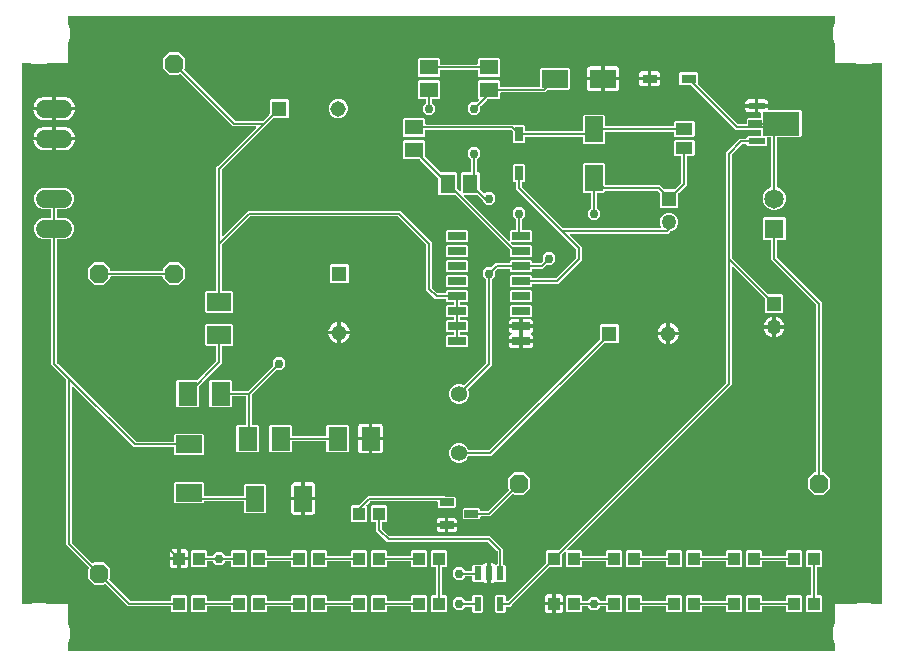
<source format=gbr>
G04 EAGLE Gerber RS-274X export*
G75*
%MOMM*%
%FSLAX34Y34*%
%LPD*%
%INTop Copper*%
%IPPOS*%
%AMOC8*
5,1,8,0,0,1.08239X$1,22.5*%
G01*
%ADD10R,2.220000X1.510000*%
%ADD11R,1.510000X2.220000*%
%ADD12R,1.308000X1.308000*%
%ADD13C,1.308000*%
%ADD14R,1.258000X1.258000*%
%ADD15C,1.258000*%
%ADD16R,1.500000X1.300000*%
%ADD17R,1.470000X1.020000*%
%ADD18R,0.600000X1.150000*%
%ADD19R,1.525000X0.650000*%
%ADD20R,1.400000X0.570000*%
%ADD21R,1.200000X0.650000*%
%ADD22R,3.150000X2.000000*%
%ADD23R,0.750000X1.250000*%
%ADD24R,1.550000X2.200000*%
%ADD25R,1.250000X0.750000*%
%ADD26R,2.200000X1.550000*%
%ADD27R,1.650000X1.650000*%
%ADD28C,1.650000*%
%ADD29C,1.358000*%
%ADD30P,1.732040X8X22.500000*%
%ADD31R,1.000000X1.100000*%
%ADD32R,2.000000X1.600000*%
%ADD33R,1.600000X2.000000*%
%ADD34R,1.600000X1.300000*%
%ADD35R,1.300000X1.600000*%
%ADD36C,1.508000*%
%ADD37C,0.152400*%
%ADD38C,0.756400*%

G36*
X749320Y150245D02*
X749320Y150245D01*
X749339Y150243D01*
X749441Y150265D01*
X749543Y150281D01*
X749560Y150291D01*
X749580Y150295D01*
X749669Y150348D01*
X749760Y150397D01*
X749774Y150411D01*
X749791Y150421D01*
X749858Y150500D01*
X749930Y150575D01*
X749938Y150593D01*
X749951Y150608D01*
X749990Y150704D01*
X750033Y150798D01*
X750035Y150818D01*
X750043Y150836D01*
X750061Y151003D01*
X750061Y155876D01*
X750059Y155891D01*
X750061Y155907D01*
X750035Y156073D01*
X748539Y161656D01*
X748539Y168544D01*
X750035Y174127D01*
X750037Y174143D01*
X750043Y174158D01*
X750061Y174324D01*
X750061Y189739D01*
X765476Y189739D01*
X765491Y189741D01*
X765507Y189739D01*
X765673Y189765D01*
X771256Y191261D01*
X778144Y191261D01*
X783727Y189765D01*
X783743Y189763D01*
X783758Y189757D01*
X783924Y189739D01*
X788797Y189739D01*
X788817Y189742D01*
X788836Y189740D01*
X788938Y189762D01*
X789040Y189779D01*
X789057Y189788D01*
X789077Y189792D01*
X789166Y189845D01*
X789257Y189894D01*
X789271Y189908D01*
X789288Y189918D01*
X789355Y189997D01*
X789427Y190072D01*
X789435Y190090D01*
X789448Y190105D01*
X789487Y190201D01*
X789530Y190295D01*
X789532Y190315D01*
X789540Y190333D01*
X789558Y190500D01*
X789558Y647700D01*
X789555Y647720D01*
X789557Y647739D01*
X789535Y647841D01*
X789519Y647943D01*
X789509Y647960D01*
X789505Y647980D01*
X789452Y648069D01*
X789403Y648160D01*
X789389Y648174D01*
X789379Y648191D01*
X789300Y648258D01*
X789225Y648330D01*
X789207Y648338D01*
X789192Y648351D01*
X789096Y648390D01*
X789002Y648433D01*
X788982Y648435D01*
X788964Y648443D01*
X788797Y648461D01*
X783924Y648461D01*
X783909Y648459D01*
X783893Y648461D01*
X783727Y648435D01*
X778144Y646939D01*
X771256Y646939D01*
X765673Y648435D01*
X765657Y648437D01*
X765642Y648443D01*
X765476Y648461D01*
X750061Y648461D01*
X750061Y663876D01*
X750059Y663891D01*
X750061Y663907D01*
X750035Y664073D01*
X748539Y669656D01*
X748539Y676544D01*
X750035Y682127D01*
X750037Y682143D01*
X750043Y682158D01*
X750061Y682324D01*
X750061Y687197D01*
X750058Y687217D01*
X750060Y687236D01*
X750038Y687338D01*
X750022Y687440D01*
X750012Y687457D01*
X750008Y687477D01*
X749955Y687566D01*
X749906Y687657D01*
X749892Y687671D01*
X749882Y687688D01*
X749803Y687755D01*
X749728Y687827D01*
X749710Y687835D01*
X749695Y687848D01*
X749599Y687887D01*
X749505Y687930D01*
X749485Y687932D01*
X749467Y687940D01*
X749300Y687958D01*
X101600Y687958D01*
X101580Y687955D01*
X101561Y687957D01*
X101459Y687935D01*
X101357Y687919D01*
X101340Y687909D01*
X101320Y687905D01*
X101231Y687852D01*
X101140Y687803D01*
X101126Y687789D01*
X101109Y687779D01*
X101042Y687700D01*
X100971Y687625D01*
X100962Y687607D01*
X100949Y687592D01*
X100910Y687496D01*
X100867Y687402D01*
X100865Y687382D01*
X100857Y687364D01*
X100839Y687197D01*
X100839Y682324D01*
X100840Y682317D01*
X100840Y682316D01*
X100841Y682310D01*
X100841Y682309D01*
X100839Y682293D01*
X100865Y682127D01*
X102361Y676544D01*
X102361Y669656D01*
X100865Y664073D01*
X100863Y664057D01*
X100857Y664042D01*
X100839Y663876D01*
X100839Y648461D01*
X85424Y648461D01*
X85409Y648459D01*
X85393Y648461D01*
X85227Y648435D01*
X79644Y646939D01*
X72756Y646939D01*
X67173Y648435D01*
X67157Y648437D01*
X67142Y648443D01*
X66976Y648461D01*
X62103Y648461D01*
X62083Y648458D01*
X62064Y648460D01*
X61962Y648438D01*
X61860Y648422D01*
X61843Y648412D01*
X61823Y648408D01*
X61734Y648355D01*
X61643Y648306D01*
X61629Y648292D01*
X61612Y648282D01*
X61545Y648203D01*
X61473Y648128D01*
X61465Y648110D01*
X61452Y648095D01*
X61413Y647999D01*
X61370Y647905D01*
X61368Y647885D01*
X61360Y647867D01*
X61342Y647700D01*
X61342Y190500D01*
X61345Y190480D01*
X61343Y190461D01*
X61365Y190359D01*
X61381Y190257D01*
X61391Y190240D01*
X61395Y190220D01*
X61448Y190131D01*
X61497Y190040D01*
X61511Y190026D01*
X61521Y190009D01*
X61600Y189942D01*
X61675Y189871D01*
X61693Y189862D01*
X61708Y189849D01*
X61804Y189810D01*
X61898Y189767D01*
X61918Y189765D01*
X61936Y189757D01*
X62103Y189739D01*
X66976Y189739D01*
X66991Y189741D01*
X67007Y189739D01*
X67173Y189765D01*
X72756Y191261D01*
X79644Y191261D01*
X85227Y189765D01*
X85243Y189763D01*
X85258Y189757D01*
X85424Y189739D01*
X100839Y189739D01*
X100839Y174324D01*
X100841Y174309D01*
X100839Y174293D01*
X100865Y174127D01*
X102361Y168544D01*
X102361Y161656D01*
X100865Y156073D01*
X100863Y156057D01*
X100857Y156042D01*
X100839Y155876D01*
X100839Y151003D01*
X100842Y150983D01*
X100840Y150964D01*
X100862Y150862D01*
X100879Y150760D01*
X100888Y150743D01*
X100892Y150723D01*
X100945Y150634D01*
X100994Y150543D01*
X101008Y150529D01*
X101018Y150512D01*
X101097Y150445D01*
X101172Y150373D01*
X101190Y150365D01*
X101205Y150352D01*
X101301Y150313D01*
X101395Y150270D01*
X101415Y150268D01*
X101433Y150260D01*
X101600Y150242D01*
X749300Y150242D01*
X749320Y150245D01*
G37*
%LPC*%
G36*
X463068Y182925D02*
X463068Y182925D01*
X462175Y183818D01*
X462175Y196582D01*
X463068Y197475D01*
X470332Y197475D01*
X471225Y196582D01*
X471225Y193248D01*
X471228Y193228D01*
X471226Y193209D01*
X471248Y193107D01*
X471264Y193005D01*
X471274Y192988D01*
X471278Y192968D01*
X471331Y192879D01*
X471380Y192788D01*
X471394Y192774D01*
X471404Y192757D01*
X471483Y192690D01*
X471558Y192618D01*
X471576Y192610D01*
X471591Y192597D01*
X471687Y192558D01*
X471781Y192515D01*
X471801Y192513D01*
X471819Y192505D01*
X471986Y192487D01*
X472538Y192487D01*
X472628Y192501D01*
X472719Y192509D01*
X472748Y192521D01*
X472780Y192526D01*
X472861Y192569D01*
X472945Y192605D01*
X472977Y192631D01*
X472998Y192642D01*
X473020Y192665D01*
X473076Y192710D01*
X505452Y225086D01*
X505497Y225149D01*
X505525Y225177D01*
X505530Y225188D01*
X505565Y225230D01*
X505577Y225260D01*
X505596Y225286D01*
X505623Y225373D01*
X505657Y225458D01*
X505661Y225499D01*
X505668Y225521D01*
X505667Y225553D01*
X505675Y225624D01*
X505675Y234732D01*
X506568Y235625D01*
X515676Y235625D01*
X515766Y235639D01*
X515857Y235647D01*
X515886Y235659D01*
X515918Y235664D01*
X515999Y235707D01*
X516083Y235743D01*
X516115Y235769D01*
X516136Y235780D01*
X516158Y235803D01*
X516214Y235848D01*
X657890Y377524D01*
X657943Y377598D01*
X658003Y377668D01*
X658015Y377698D01*
X658034Y377724D01*
X658061Y377811D01*
X658095Y377896D01*
X658099Y377937D01*
X658106Y377959D01*
X658105Y377991D01*
X658113Y378062D01*
X658113Y572447D01*
X669853Y584187D01*
X674464Y584187D01*
X674484Y584190D01*
X674503Y584188D01*
X674605Y584210D01*
X674707Y584226D01*
X674724Y584236D01*
X674744Y584240D01*
X674833Y584293D01*
X674924Y584342D01*
X674938Y584356D01*
X674955Y584366D01*
X675022Y584445D01*
X675094Y584520D01*
X675102Y584538D01*
X675115Y584553D01*
X675154Y584649D01*
X675197Y584743D01*
X675199Y584763D01*
X675207Y584781D01*
X675225Y584948D01*
X675225Y585382D01*
X676118Y586275D01*
X686464Y586275D01*
X686484Y586278D01*
X686503Y586276D01*
X686605Y586298D01*
X686707Y586314D01*
X686724Y586324D01*
X686744Y586328D01*
X686833Y586381D01*
X686924Y586430D01*
X686938Y586444D01*
X686955Y586454D01*
X687022Y586533D01*
X687094Y586608D01*
X687102Y586626D01*
X687115Y586641D01*
X687154Y586737D01*
X687197Y586831D01*
X687199Y586851D01*
X687207Y586869D01*
X687225Y587036D01*
X687225Y590852D01*
X687222Y590872D01*
X687224Y590891D01*
X687202Y590993D01*
X687186Y591095D01*
X687176Y591112D01*
X687172Y591132D01*
X687119Y591221D01*
X687070Y591312D01*
X687056Y591326D01*
X687046Y591343D01*
X686967Y591410D01*
X686892Y591482D01*
X686874Y591490D01*
X686859Y591503D01*
X686763Y591542D01*
X686669Y591585D01*
X686649Y591587D01*
X686631Y591595D01*
X686464Y591613D01*
X666253Y591613D01*
X628364Y629502D01*
X628290Y629555D01*
X628220Y629615D01*
X628190Y629627D01*
X628164Y629646D01*
X628077Y629673D01*
X627992Y629707D01*
X627951Y629711D01*
X627929Y629718D01*
X627897Y629717D01*
X627825Y629725D01*
X619218Y629725D01*
X618325Y630618D01*
X618325Y639382D01*
X619218Y640275D01*
X632982Y640275D01*
X633875Y639382D01*
X633875Y630775D01*
X633889Y630684D01*
X633897Y630594D01*
X633909Y630564D01*
X633914Y630532D01*
X633957Y630451D01*
X633993Y630367D01*
X634019Y630335D01*
X634030Y630314D01*
X634053Y630292D01*
X634098Y630236D01*
X667924Y596410D01*
X667998Y596357D01*
X668068Y596297D01*
X668098Y596285D01*
X668124Y596266D01*
X668211Y596239D01*
X668296Y596205D01*
X668337Y596201D01*
X668359Y596194D01*
X668391Y596195D01*
X668463Y596187D01*
X674464Y596187D01*
X674484Y596190D01*
X674503Y596188D01*
X674605Y596210D01*
X674707Y596226D01*
X674724Y596236D01*
X674744Y596240D01*
X674833Y596293D01*
X674924Y596342D01*
X674938Y596356D01*
X674955Y596366D01*
X675022Y596445D01*
X675094Y596520D01*
X675102Y596538D01*
X675115Y596553D01*
X675154Y596649D01*
X675197Y596743D01*
X675199Y596763D01*
X675207Y596781D01*
X675225Y596948D01*
X675225Y600782D01*
X676118Y601675D01*
X686464Y601675D01*
X686484Y601678D01*
X686503Y601676D01*
X686605Y601698D01*
X686707Y601714D01*
X686724Y601724D01*
X686744Y601728D01*
X686833Y601781D01*
X686924Y601830D01*
X686938Y601844D01*
X686955Y601854D01*
X687022Y601933D01*
X687094Y602008D01*
X687102Y602026D01*
X687115Y602041D01*
X687154Y602137D01*
X687197Y602231D01*
X687199Y602251D01*
X687207Y602269D01*
X687225Y602436D01*
X687225Y605748D01*
X687222Y605768D01*
X687224Y605787D01*
X687202Y605889D01*
X687186Y605991D01*
X687176Y606008D01*
X687172Y606028D01*
X687119Y606117D01*
X687070Y606208D01*
X687056Y606222D01*
X687046Y606239D01*
X686967Y606306D01*
X686892Y606378D01*
X686874Y606386D01*
X686859Y606399D01*
X686763Y606438D01*
X686669Y606481D01*
X686649Y606483D01*
X686631Y606491D01*
X686464Y606509D01*
X685174Y606509D01*
X685174Y610476D01*
X693291Y610476D01*
X693291Y609186D01*
X693294Y609166D01*
X693292Y609147D01*
X693314Y609045D01*
X693330Y608943D01*
X693340Y608926D01*
X693344Y608906D01*
X693397Y608817D01*
X693446Y608726D01*
X693460Y608712D01*
X693470Y608695D01*
X693549Y608628D01*
X693624Y608556D01*
X693642Y608548D01*
X693657Y608535D01*
X693753Y608496D01*
X693847Y608453D01*
X693867Y608451D01*
X693885Y608443D01*
X694052Y608425D01*
X720882Y608425D01*
X721775Y607532D01*
X721775Y586268D01*
X720882Y585375D01*
X701548Y585375D01*
X701528Y585372D01*
X701509Y585374D01*
X701407Y585352D01*
X701305Y585336D01*
X701288Y585326D01*
X701268Y585322D01*
X701179Y585269D01*
X701088Y585220D01*
X701074Y585206D01*
X701057Y585196D01*
X700990Y585117D01*
X700918Y585042D01*
X700910Y585024D01*
X700897Y585009D01*
X700858Y584913D01*
X700815Y584819D01*
X700813Y584799D01*
X700805Y584781D01*
X700787Y584614D01*
X700787Y543542D01*
X700806Y543427D01*
X700823Y543311D01*
X700825Y543305D01*
X700826Y543299D01*
X700881Y543196D01*
X700934Y543091D01*
X700939Y543087D01*
X700942Y543081D01*
X701026Y543002D01*
X701110Y542919D01*
X701116Y542915D01*
X701120Y542912D01*
X701137Y542904D01*
X701257Y542838D01*
X704037Y541687D01*
X706787Y538937D01*
X708275Y535344D01*
X708275Y531456D01*
X706787Y527863D01*
X704037Y525113D01*
X700444Y523625D01*
X696556Y523625D01*
X692963Y525113D01*
X690213Y527863D01*
X688725Y531456D01*
X688725Y535344D01*
X690213Y538937D01*
X692963Y541687D01*
X695743Y542838D01*
X695843Y542900D01*
X695943Y542960D01*
X695947Y542965D01*
X695952Y542968D01*
X696027Y543058D01*
X696103Y543147D01*
X696105Y543153D01*
X696109Y543157D01*
X696151Y543265D01*
X696195Y543375D01*
X696196Y543382D01*
X696197Y543387D01*
X696198Y543405D01*
X696213Y543542D01*
X696213Y584614D01*
X696210Y584634D01*
X696212Y584653D01*
X696190Y584755D01*
X696174Y584857D01*
X696164Y584874D01*
X696160Y584894D01*
X696107Y584983D01*
X696058Y585074D01*
X696044Y585088D01*
X696034Y585105D01*
X695955Y585172D01*
X695880Y585244D01*
X695862Y585252D01*
X695847Y585265D01*
X695751Y585304D01*
X695657Y585347D01*
X695637Y585349D01*
X695619Y585357D01*
X695452Y585375D01*
X693036Y585375D01*
X693016Y585372D01*
X692997Y585374D01*
X692895Y585352D01*
X692793Y585336D01*
X692776Y585326D01*
X692756Y585322D01*
X692667Y585269D01*
X692576Y585220D01*
X692562Y585206D01*
X692545Y585196D01*
X692478Y585117D01*
X692406Y585042D01*
X692398Y585024D01*
X692385Y585009D01*
X692346Y584913D01*
X692303Y584819D01*
X692301Y584799D01*
X692293Y584781D01*
X692275Y584614D01*
X692275Y578418D01*
X691382Y577525D01*
X676118Y577525D01*
X675225Y578418D01*
X675225Y578852D01*
X675224Y578861D01*
X675224Y578865D01*
X675222Y578874D01*
X675224Y578891D01*
X675202Y578993D01*
X675186Y579095D01*
X675176Y579112D01*
X675172Y579132D01*
X675119Y579221D01*
X675070Y579312D01*
X675056Y579326D01*
X675046Y579343D01*
X674967Y579410D01*
X674892Y579482D01*
X674874Y579490D01*
X674859Y579503D01*
X674763Y579542D01*
X674669Y579585D01*
X674649Y579587D01*
X674631Y579595D01*
X674464Y579613D01*
X672063Y579613D01*
X671972Y579599D01*
X671882Y579591D01*
X671852Y579579D01*
X671820Y579574D01*
X671739Y579531D01*
X671655Y579495D01*
X671623Y579469D01*
X671602Y579458D01*
X671580Y579435D01*
X671577Y579433D01*
X671576Y579432D01*
X671575Y579431D01*
X671524Y579390D01*
X662910Y570776D01*
X662857Y570702D01*
X662797Y570632D01*
X662785Y570602D01*
X662766Y570576D01*
X662739Y570489D01*
X662705Y570404D01*
X662701Y570363D01*
X662694Y570341D01*
X662695Y570309D01*
X662687Y570237D01*
X662687Y483863D01*
X662701Y483772D01*
X662709Y483682D01*
X662721Y483652D01*
X662726Y483620D01*
X662769Y483539D01*
X662805Y483455D01*
X662831Y483423D01*
X662842Y483402D01*
X662865Y483380D01*
X662910Y483324D01*
X693696Y452538D01*
X693770Y452485D01*
X693840Y452425D01*
X693870Y452413D01*
X693896Y452394D01*
X693983Y452367D01*
X694068Y452333D01*
X694109Y452329D01*
X694131Y452322D01*
X694163Y452323D01*
X694235Y452315D01*
X705422Y452315D01*
X706315Y451422D01*
X706315Y437578D01*
X705422Y436685D01*
X691578Y436685D01*
X690685Y437578D01*
X690685Y448765D01*
X690671Y448856D01*
X690663Y448946D01*
X690651Y448976D01*
X690646Y449008D01*
X690603Y449089D01*
X690567Y449173D01*
X690541Y449205D01*
X690530Y449226D01*
X690507Y449248D01*
X690462Y449304D01*
X663986Y475780D01*
X663928Y475822D01*
X663876Y475871D01*
X663829Y475893D01*
X663787Y475923D01*
X663718Y475944D01*
X663653Y475975D01*
X663601Y475980D01*
X663551Y475996D01*
X663480Y475994D01*
X663409Y476002D01*
X663358Y475991D01*
X663306Y475989D01*
X663238Y475965D01*
X663168Y475950D01*
X663123Y475923D01*
X663075Y475905D01*
X663019Y475860D01*
X662957Y475823D01*
X662923Y475784D01*
X662883Y475751D01*
X662844Y475691D01*
X662797Y475636D01*
X662778Y475588D01*
X662750Y475544D01*
X662732Y475475D01*
X662705Y475408D01*
X662697Y475337D01*
X662689Y475306D01*
X662691Y475282D01*
X662687Y475242D01*
X662687Y375853D01*
X661124Y374290D01*
X523758Y236924D01*
X523716Y236866D01*
X523667Y236814D01*
X523645Y236767D01*
X523615Y236725D01*
X523594Y236656D01*
X523563Y236591D01*
X523558Y236539D01*
X523542Y236489D01*
X523544Y236418D01*
X523536Y236347D01*
X523547Y236296D01*
X523549Y236244D01*
X523573Y236176D01*
X523588Y236106D01*
X523615Y236062D01*
X523633Y236013D01*
X523678Y235957D01*
X523715Y235895D01*
X523754Y235861D01*
X523787Y235821D01*
X523847Y235782D01*
X523902Y235735D01*
X523950Y235716D01*
X523994Y235688D01*
X524063Y235670D01*
X524130Y235643D01*
X524201Y235635D01*
X524232Y235627D01*
X524256Y235629D01*
X524296Y235625D01*
X534832Y235625D01*
X535725Y234732D01*
X535725Y231648D01*
X535728Y231628D01*
X535726Y231609D01*
X535748Y231507D01*
X535764Y231405D01*
X535774Y231388D01*
X535778Y231368D01*
X535831Y231279D01*
X535880Y231188D01*
X535894Y231174D01*
X535904Y231157D01*
X535983Y231090D01*
X536058Y231018D01*
X536076Y231010D01*
X536091Y230997D01*
X536187Y230958D01*
X536281Y230915D01*
X536301Y230913D01*
X536319Y230905D01*
X536486Y230887D01*
X555714Y230887D01*
X555734Y230890D01*
X555753Y230888D01*
X555855Y230910D01*
X555957Y230926D01*
X555974Y230936D01*
X555994Y230940D01*
X556083Y230993D01*
X556174Y231042D01*
X556188Y231056D01*
X556205Y231066D01*
X556272Y231145D01*
X556344Y231220D01*
X556352Y231238D01*
X556365Y231253D01*
X556404Y231349D01*
X556447Y231443D01*
X556449Y231463D01*
X556457Y231481D01*
X556475Y231648D01*
X556475Y234732D01*
X557368Y235625D01*
X568632Y235625D01*
X569525Y234732D01*
X569525Y222468D01*
X568632Y221575D01*
X557368Y221575D01*
X556475Y222468D01*
X556475Y225552D01*
X556472Y225572D01*
X556474Y225591D01*
X556452Y225693D01*
X556436Y225795D01*
X556426Y225812D01*
X556422Y225832D01*
X556369Y225921D01*
X556320Y226012D01*
X556306Y226026D01*
X556296Y226043D01*
X556217Y226110D01*
X556142Y226182D01*
X556124Y226190D01*
X556109Y226203D01*
X556013Y226242D01*
X555919Y226285D01*
X555899Y226287D01*
X555881Y226295D01*
X555714Y226313D01*
X536486Y226313D01*
X536466Y226310D01*
X536447Y226312D01*
X536345Y226290D01*
X536243Y226274D01*
X536226Y226264D01*
X536206Y226260D01*
X536117Y226207D01*
X536026Y226158D01*
X536012Y226144D01*
X535995Y226134D01*
X535928Y226055D01*
X535856Y225980D01*
X535848Y225962D01*
X535835Y225947D01*
X535796Y225851D01*
X535753Y225757D01*
X535751Y225737D01*
X535743Y225719D01*
X535725Y225552D01*
X535725Y222468D01*
X534832Y221575D01*
X523568Y221575D01*
X522675Y222468D01*
X522675Y234004D01*
X522674Y234013D01*
X522674Y234019D01*
X522668Y234046D01*
X522664Y234074D01*
X522662Y234146D01*
X522644Y234195D01*
X522636Y234246D01*
X522602Y234310D01*
X522577Y234377D01*
X522545Y234418D01*
X522520Y234464D01*
X522469Y234513D01*
X522424Y234569D01*
X522380Y234597D01*
X522342Y234633D01*
X522277Y234663D01*
X522217Y234702D01*
X522166Y234715D01*
X522119Y234737D01*
X522048Y234745D01*
X521978Y234762D01*
X521926Y234758D01*
X521875Y234764D01*
X521804Y234749D01*
X521733Y234743D01*
X521685Y234723D01*
X521634Y234712D01*
X521573Y234675D01*
X521507Y234647D01*
X521451Y234602D01*
X521423Y234585D01*
X521408Y234568D01*
X521376Y234542D01*
X518948Y232114D01*
X518895Y232040D01*
X518835Y231970D01*
X518823Y231940D01*
X518804Y231914D01*
X518777Y231827D01*
X518743Y231742D01*
X518739Y231701D01*
X518732Y231679D01*
X518733Y231647D01*
X518725Y231576D01*
X518725Y222468D01*
X517832Y221575D01*
X508724Y221575D01*
X508634Y221561D01*
X508543Y221553D01*
X508514Y221541D01*
X508482Y221536D01*
X508401Y221493D01*
X508317Y221457D01*
X508285Y221431D01*
X508264Y221420D01*
X508242Y221397D01*
X508186Y221352D01*
X476310Y189476D01*
X474747Y187913D01*
X471986Y187913D01*
X471966Y187910D01*
X471947Y187912D01*
X471845Y187890D01*
X471743Y187874D01*
X471726Y187864D01*
X471706Y187860D01*
X471617Y187807D01*
X471526Y187758D01*
X471512Y187744D01*
X471495Y187734D01*
X471428Y187655D01*
X471356Y187580D01*
X471348Y187562D01*
X471335Y187547D01*
X471296Y187451D01*
X471253Y187357D01*
X471251Y187337D01*
X471243Y187319D01*
X471225Y187152D01*
X471225Y183818D01*
X470332Y182925D01*
X463068Y182925D01*
G37*
%LPD*%
%LPC*%
G36*
X189068Y183475D02*
X189068Y183475D01*
X188175Y184368D01*
X188175Y187452D01*
X188172Y187472D01*
X188174Y187491D01*
X188152Y187593D01*
X188136Y187695D01*
X188126Y187712D01*
X188122Y187732D01*
X188069Y187821D01*
X188020Y187912D01*
X188006Y187926D01*
X187996Y187943D01*
X187917Y188010D01*
X187842Y188082D01*
X187824Y188090D01*
X187809Y188103D01*
X187713Y188142D01*
X187619Y188185D01*
X187599Y188187D01*
X187581Y188195D01*
X187414Y188213D01*
X151453Y188213D01*
X132657Y207009D01*
X132641Y207021D01*
X132628Y207036D01*
X132541Y207092D01*
X132457Y207153D01*
X132438Y207158D01*
X132421Y207169D01*
X132321Y207195D01*
X132222Y207225D01*
X132202Y207224D01*
X132183Y207229D01*
X132080Y207221D01*
X131976Y207219D01*
X131958Y207212D01*
X131938Y207210D01*
X131843Y207170D01*
X131745Y207134D01*
X131730Y207122D01*
X131711Y207114D01*
X131580Y207009D01*
X130946Y206374D01*
X123054Y206374D01*
X117474Y211954D01*
X117474Y219846D01*
X118109Y220480D01*
X118121Y220497D01*
X118136Y220509D01*
X118192Y220596D01*
X118253Y220680D01*
X118258Y220699D01*
X118269Y220716D01*
X118295Y220816D01*
X118325Y220915D01*
X118324Y220935D01*
X118329Y220955D01*
X118321Y221057D01*
X118319Y221161D01*
X118312Y221180D01*
X118310Y221200D01*
X118270Y221295D01*
X118234Y221392D01*
X118222Y221408D01*
X118214Y221426D01*
X118139Y221520D01*
X118133Y221529D01*
X118128Y221534D01*
X118109Y221557D01*
X99313Y240353D01*
X99313Y379737D01*
X99299Y379828D01*
X99291Y379918D01*
X99279Y379948D01*
X99274Y379980D01*
X99231Y380061D01*
X99195Y380145D01*
X99169Y380177D01*
X99158Y380198D01*
X99135Y380220D01*
X99090Y380276D01*
X86613Y392753D01*
X86613Y498174D01*
X86610Y498194D01*
X86612Y498213D01*
X86590Y498315D01*
X86574Y498417D01*
X86564Y498434D01*
X86560Y498454D01*
X86507Y498543D01*
X86458Y498634D01*
X86444Y498648D01*
X86434Y498665D01*
X86355Y498732D01*
X86280Y498804D01*
X86262Y498812D01*
X86247Y498825D01*
X86151Y498864D01*
X86057Y498907D01*
X86037Y498909D01*
X86019Y498917D01*
X85852Y498935D01*
X79557Y498935D01*
X76225Y500315D01*
X73675Y502865D01*
X72295Y506197D01*
X72295Y509803D01*
X73675Y513135D01*
X76225Y515685D01*
X79557Y517065D01*
X85852Y517065D01*
X85872Y517068D01*
X85891Y517066D01*
X85993Y517088D01*
X86095Y517104D01*
X86112Y517114D01*
X86132Y517118D01*
X86221Y517171D01*
X86312Y517220D01*
X86326Y517234D01*
X86343Y517244D01*
X86410Y517323D01*
X86482Y517398D01*
X86490Y517416D01*
X86503Y517431D01*
X86542Y517527D01*
X86585Y517621D01*
X86587Y517641D01*
X86595Y517659D01*
X86613Y517826D01*
X86613Y523574D01*
X86610Y523594D01*
X86612Y523613D01*
X86590Y523715D01*
X86574Y523817D01*
X86564Y523834D01*
X86560Y523854D01*
X86507Y523943D01*
X86458Y524034D01*
X86444Y524048D01*
X86434Y524065D01*
X86355Y524132D01*
X86280Y524204D01*
X86262Y524212D01*
X86247Y524225D01*
X86151Y524264D01*
X86057Y524307D01*
X86037Y524309D01*
X86019Y524317D01*
X85852Y524335D01*
X79557Y524335D01*
X76225Y525715D01*
X73675Y528265D01*
X72295Y531597D01*
X72295Y535203D01*
X73675Y538535D01*
X76225Y541085D01*
X79557Y542465D01*
X98243Y542465D01*
X101575Y541085D01*
X104125Y538535D01*
X105505Y535203D01*
X105505Y531597D01*
X104125Y528265D01*
X101575Y525715D01*
X98243Y524335D01*
X91948Y524335D01*
X91928Y524332D01*
X91909Y524334D01*
X91807Y524312D01*
X91705Y524296D01*
X91688Y524286D01*
X91668Y524282D01*
X91579Y524229D01*
X91488Y524180D01*
X91474Y524166D01*
X91457Y524156D01*
X91390Y524077D01*
X91318Y524002D01*
X91310Y523984D01*
X91297Y523969D01*
X91258Y523873D01*
X91215Y523779D01*
X91213Y523759D01*
X91205Y523741D01*
X91187Y523574D01*
X91187Y517826D01*
X91190Y517806D01*
X91188Y517787D01*
X91210Y517685D01*
X91226Y517583D01*
X91236Y517566D01*
X91240Y517546D01*
X91293Y517457D01*
X91342Y517366D01*
X91356Y517352D01*
X91366Y517335D01*
X91445Y517268D01*
X91520Y517196D01*
X91538Y517188D01*
X91553Y517175D01*
X91649Y517136D01*
X91743Y517093D01*
X91763Y517091D01*
X91781Y517083D01*
X91948Y517065D01*
X98243Y517065D01*
X101575Y515685D01*
X104125Y513135D01*
X105505Y509803D01*
X105505Y506197D01*
X104125Y502865D01*
X101575Y500315D01*
X98243Y498935D01*
X91948Y498935D01*
X91928Y498932D01*
X91909Y498934D01*
X91807Y498912D01*
X91705Y498896D01*
X91688Y498886D01*
X91668Y498882D01*
X91579Y498829D01*
X91488Y498780D01*
X91474Y498766D01*
X91457Y498756D01*
X91390Y498677D01*
X91318Y498602D01*
X91310Y498584D01*
X91297Y498569D01*
X91258Y498473D01*
X91215Y498379D01*
X91213Y498359D01*
X91205Y498341D01*
X91187Y498174D01*
X91187Y394963D01*
X91201Y394872D01*
X91209Y394782D01*
X91221Y394752D01*
X91226Y394720D01*
X91269Y394639D01*
X91305Y394555D01*
X91331Y394523D01*
X91342Y394502D01*
X91365Y394480D01*
X91410Y394424D01*
X158024Y327810D01*
X158098Y327757D01*
X158168Y327697D01*
X158198Y327685D01*
X158224Y327666D01*
X158311Y327639D01*
X158396Y327605D01*
X158437Y327601D01*
X158459Y327594D01*
X158491Y327595D01*
X158563Y327587D01*
X189814Y327587D01*
X189834Y327590D01*
X189853Y327588D01*
X189955Y327610D01*
X190057Y327626D01*
X190074Y327636D01*
X190094Y327640D01*
X190183Y327693D01*
X190274Y327742D01*
X190288Y327756D01*
X190305Y327766D01*
X190372Y327845D01*
X190444Y327920D01*
X190452Y327938D01*
X190465Y327953D01*
X190504Y328049D01*
X190547Y328143D01*
X190549Y328163D01*
X190557Y328181D01*
X190575Y328348D01*
X190575Y333482D01*
X191468Y334375D01*
X214932Y334375D01*
X215825Y333482D01*
X215825Y317118D01*
X214932Y316225D01*
X191468Y316225D01*
X190575Y317118D01*
X190575Y322252D01*
X190572Y322272D01*
X190574Y322291D01*
X190552Y322393D01*
X190536Y322495D01*
X190526Y322512D01*
X190522Y322532D01*
X190469Y322621D01*
X190420Y322712D01*
X190406Y322726D01*
X190396Y322743D01*
X190317Y322810D01*
X190242Y322882D01*
X190224Y322890D01*
X190209Y322903D01*
X190113Y322942D01*
X190019Y322985D01*
X189999Y322987D01*
X189981Y322995D01*
X189814Y323013D01*
X156353Y323013D01*
X105186Y374180D01*
X105128Y374222D01*
X105076Y374271D01*
X105029Y374293D01*
X104987Y374323D01*
X104918Y374344D01*
X104853Y374375D01*
X104801Y374380D01*
X104751Y374396D01*
X104680Y374394D01*
X104609Y374402D01*
X104558Y374391D01*
X104506Y374389D01*
X104438Y374365D01*
X104368Y374350D01*
X104323Y374323D01*
X104275Y374305D01*
X104219Y374260D01*
X104157Y374223D01*
X104123Y374184D01*
X104083Y374151D01*
X104044Y374091D01*
X103997Y374036D01*
X103978Y373988D01*
X103950Y373944D01*
X103932Y373875D01*
X103905Y373808D01*
X103897Y373737D01*
X103889Y373706D01*
X103891Y373682D01*
X103887Y373642D01*
X103887Y242563D01*
X103901Y242472D01*
X103909Y242382D01*
X103921Y242352D01*
X103926Y242320D01*
X103969Y242239D01*
X104005Y242155D01*
X104031Y242123D01*
X104042Y242102D01*
X104065Y242080D01*
X104110Y242024D01*
X121343Y224791D01*
X121359Y224779D01*
X121372Y224764D01*
X121459Y224708D01*
X121543Y224647D01*
X121562Y224642D01*
X121579Y224631D01*
X121679Y224605D01*
X121778Y224575D01*
X121798Y224576D01*
X121817Y224571D01*
X121920Y224579D01*
X122024Y224581D01*
X122042Y224588D01*
X122062Y224590D01*
X122157Y224630D01*
X122255Y224666D01*
X122270Y224678D01*
X122289Y224686D01*
X122420Y224791D01*
X123054Y225426D01*
X130946Y225426D01*
X136526Y219846D01*
X136526Y211954D01*
X135891Y211320D01*
X135879Y211303D01*
X135864Y211291D01*
X135808Y211204D01*
X135747Y211120D01*
X135742Y211101D01*
X135731Y211084D01*
X135705Y210984D01*
X135675Y210885D01*
X135676Y210865D01*
X135671Y210845D01*
X135679Y210743D01*
X135681Y210639D01*
X135688Y210620D01*
X135690Y210600D01*
X135730Y210505D01*
X135766Y210408D01*
X135778Y210392D01*
X135786Y210374D01*
X135891Y210243D01*
X153124Y193010D01*
X153198Y192957D01*
X153268Y192897D01*
X153298Y192885D01*
X153324Y192866D01*
X153411Y192839D01*
X153496Y192805D01*
X153537Y192801D01*
X153559Y192794D01*
X153591Y192795D01*
X153663Y192787D01*
X187414Y192787D01*
X187434Y192790D01*
X187453Y192788D01*
X187555Y192810D01*
X187657Y192826D01*
X187674Y192836D01*
X187694Y192840D01*
X187783Y192893D01*
X187874Y192942D01*
X187888Y192956D01*
X187905Y192966D01*
X187972Y193045D01*
X188044Y193120D01*
X188052Y193138D01*
X188065Y193153D01*
X188104Y193249D01*
X188147Y193343D01*
X188149Y193363D01*
X188157Y193381D01*
X188175Y193548D01*
X188175Y196632D01*
X189068Y197525D01*
X200332Y197525D01*
X201225Y196632D01*
X201225Y184368D01*
X200332Y183475D01*
X189068Y183475D01*
G37*
%LPD*%
%LPC*%
G36*
X421823Y407975D02*
X421823Y407975D01*
X420930Y408868D01*
X420930Y416632D01*
X421823Y417525D01*
X427032Y417525D01*
X427052Y417528D01*
X427071Y417526D01*
X427173Y417548D01*
X427275Y417564D01*
X427292Y417574D01*
X427312Y417578D01*
X427401Y417631D01*
X427492Y417680D01*
X427506Y417694D01*
X427523Y417704D01*
X427590Y417783D01*
X427662Y417858D01*
X427670Y417876D01*
X427683Y417891D01*
X427722Y417987D01*
X427765Y418081D01*
X427767Y418101D01*
X427775Y418119D01*
X427793Y418286D01*
X427793Y419914D01*
X427790Y419934D01*
X427792Y419953D01*
X427770Y420055D01*
X427754Y420157D01*
X427744Y420174D01*
X427740Y420194D01*
X427687Y420283D01*
X427638Y420374D01*
X427624Y420388D01*
X427614Y420405D01*
X427535Y420472D01*
X427460Y420544D01*
X427442Y420552D01*
X427427Y420565D01*
X427331Y420604D01*
X427237Y420647D01*
X427217Y420649D01*
X427199Y420657D01*
X427032Y420675D01*
X421823Y420675D01*
X420930Y421568D01*
X420930Y429332D01*
X421823Y430225D01*
X427032Y430225D01*
X427052Y430228D01*
X427071Y430226D01*
X427173Y430248D01*
X427275Y430264D01*
X427292Y430274D01*
X427312Y430278D01*
X427401Y430331D01*
X427492Y430380D01*
X427506Y430394D01*
X427523Y430404D01*
X427590Y430483D01*
X427662Y430558D01*
X427670Y430576D01*
X427683Y430591D01*
X427722Y430687D01*
X427765Y430781D01*
X427767Y430801D01*
X427775Y430819D01*
X427793Y430986D01*
X427793Y432614D01*
X427790Y432634D01*
X427792Y432653D01*
X427770Y432755D01*
X427754Y432857D01*
X427744Y432874D01*
X427740Y432894D01*
X427687Y432983D01*
X427638Y433074D01*
X427624Y433088D01*
X427614Y433105D01*
X427535Y433172D01*
X427460Y433244D01*
X427442Y433252D01*
X427427Y433265D01*
X427331Y433304D01*
X427237Y433347D01*
X427217Y433349D01*
X427199Y433357D01*
X427032Y433375D01*
X421823Y433375D01*
X420930Y434268D01*
X420930Y442032D01*
X421823Y442925D01*
X427032Y442925D01*
X427052Y442928D01*
X427071Y442926D01*
X427173Y442948D01*
X427275Y442964D01*
X427292Y442974D01*
X427312Y442978D01*
X427401Y443031D01*
X427492Y443080D01*
X427506Y443094D01*
X427523Y443104D01*
X427590Y443183D01*
X427662Y443258D01*
X427670Y443276D01*
X427683Y443291D01*
X427722Y443387D01*
X427765Y443481D01*
X427767Y443501D01*
X427775Y443519D01*
X427793Y443686D01*
X427793Y445314D01*
X427790Y445334D01*
X427792Y445353D01*
X427770Y445455D01*
X427754Y445557D01*
X427744Y445574D01*
X427740Y445594D01*
X427687Y445683D01*
X427638Y445774D01*
X427624Y445788D01*
X427614Y445805D01*
X427535Y445872D01*
X427460Y445944D01*
X427442Y445952D01*
X427427Y445965D01*
X427331Y446004D01*
X427237Y446047D01*
X427217Y446049D01*
X427199Y446057D01*
X427032Y446075D01*
X421823Y446075D01*
X420930Y446968D01*
X420930Y447802D01*
X420927Y447822D01*
X420929Y447841D01*
X420907Y447943D01*
X420891Y448045D01*
X420881Y448062D01*
X420877Y448082D01*
X420824Y448171D01*
X420775Y448262D01*
X420761Y448276D01*
X420751Y448293D01*
X420672Y448360D01*
X420597Y448432D01*
X420579Y448440D01*
X420564Y448453D01*
X420468Y448492D01*
X420374Y448535D01*
X420354Y448537D01*
X420336Y448545D01*
X420169Y448563D01*
X411803Y448563D01*
X404113Y456253D01*
X404113Y494037D01*
X404099Y494128D01*
X404091Y494218D01*
X404079Y494248D01*
X404074Y494280D01*
X404031Y494361D01*
X403995Y494445D01*
X403969Y494477D01*
X403958Y494498D01*
X403935Y494520D01*
X403890Y494576D01*
X380276Y518190D01*
X380202Y518243D01*
X380132Y518303D01*
X380102Y518315D01*
X380076Y518334D01*
X379989Y518361D01*
X379904Y518395D01*
X379863Y518399D01*
X379841Y518406D01*
X379809Y518405D01*
X379737Y518413D01*
X255263Y518413D01*
X255172Y518399D01*
X255082Y518391D01*
X255052Y518379D01*
X255020Y518374D01*
X254939Y518331D01*
X254855Y518295D01*
X254823Y518269D01*
X254802Y518258D01*
X254780Y518235D01*
X254724Y518190D01*
X231110Y494576D01*
X231057Y494502D01*
X230997Y494432D01*
X230985Y494402D01*
X230966Y494376D01*
X230939Y494289D01*
X230905Y494204D01*
X230901Y494163D01*
X230894Y494141D01*
X230895Y494109D01*
X230887Y494038D01*
X230887Y456086D01*
X230890Y456066D01*
X230888Y456047D01*
X230910Y455945D01*
X230926Y455843D01*
X230936Y455826D01*
X230940Y455806D01*
X230993Y455717D01*
X231042Y455626D01*
X231056Y455612D01*
X231066Y455595D01*
X231145Y455528D01*
X231220Y455456D01*
X231238Y455448D01*
X231253Y455435D01*
X231349Y455396D01*
X231443Y455353D01*
X231463Y455351D01*
X231481Y455343D01*
X231648Y455325D01*
X239232Y455325D01*
X240125Y454432D01*
X240125Y437168D01*
X239232Y436275D01*
X217968Y436275D01*
X217075Y437168D01*
X217075Y454432D01*
X217968Y455325D01*
X225552Y455325D01*
X225572Y455328D01*
X225591Y455326D01*
X225693Y455348D01*
X225795Y455364D01*
X225812Y455374D01*
X225832Y455378D01*
X225921Y455431D01*
X226012Y455480D01*
X226026Y455494D01*
X226043Y455504D01*
X226110Y455583D01*
X226182Y455658D01*
X226190Y455676D01*
X226203Y455691D01*
X226242Y455787D01*
X226285Y455881D01*
X226287Y455901D01*
X226295Y455919D01*
X226313Y456086D01*
X226313Y559747D01*
X227876Y561310D01*
X259880Y593314D01*
X259922Y593372D01*
X259971Y593424D01*
X259993Y593471D01*
X260023Y593513D01*
X260044Y593582D01*
X260075Y593647D01*
X260080Y593699D01*
X260096Y593749D01*
X260094Y593820D01*
X260102Y593891D01*
X260091Y593942D01*
X260089Y593994D01*
X260065Y594062D01*
X260050Y594132D01*
X260023Y594176D01*
X260005Y594225D01*
X259960Y594281D01*
X259923Y594343D01*
X259884Y594377D01*
X259851Y594417D01*
X259791Y594456D01*
X259736Y594503D01*
X259688Y594522D01*
X259644Y594550D01*
X259575Y594568D01*
X259508Y594595D01*
X259437Y594603D01*
X259406Y594611D01*
X259382Y594609D01*
X259342Y594613D01*
X240353Y594613D01*
X196157Y638809D01*
X196141Y638821D01*
X196128Y638836D01*
X196041Y638892D01*
X195957Y638953D01*
X195938Y638958D01*
X195921Y638969D01*
X195821Y638995D01*
X195722Y639025D01*
X195702Y639024D01*
X195683Y639029D01*
X195580Y639021D01*
X195476Y639019D01*
X195458Y639012D01*
X195438Y639010D01*
X195343Y638970D01*
X195245Y638934D01*
X195230Y638922D01*
X195211Y638914D01*
X195080Y638809D01*
X194446Y638174D01*
X186554Y638174D01*
X180974Y643754D01*
X180974Y651646D01*
X186554Y657226D01*
X194446Y657226D01*
X200026Y651646D01*
X200026Y643754D01*
X199391Y643120D01*
X199379Y643103D01*
X199364Y643091D01*
X199308Y643004D01*
X199247Y642920D01*
X199242Y642901D01*
X199231Y642884D01*
X199205Y642784D01*
X199175Y642685D01*
X199176Y642665D01*
X199171Y642645D01*
X199179Y642543D01*
X199181Y642439D01*
X199188Y642420D01*
X199190Y642400D01*
X199230Y642305D01*
X199266Y642208D01*
X199278Y642192D01*
X199286Y642174D01*
X199391Y642043D01*
X242024Y599410D01*
X242098Y599357D01*
X242168Y599297D01*
X242198Y599285D01*
X242224Y599266D01*
X242311Y599239D01*
X242396Y599205D01*
X242437Y599201D01*
X242459Y599194D01*
X242491Y599195D01*
X242563Y599187D01*
X265438Y599187D01*
X265528Y599201D01*
X265619Y599209D01*
X265648Y599221D01*
X265680Y599226D01*
X265761Y599269D01*
X265845Y599305D01*
X265877Y599331D01*
X265898Y599342D01*
X265920Y599365D01*
X265976Y599410D01*
X271112Y604546D01*
X271165Y604620D01*
X271225Y604690D01*
X271237Y604720D01*
X271256Y604746D01*
X271283Y604833D01*
X271317Y604918D01*
X271321Y604959D01*
X271328Y604981D01*
X271327Y605013D01*
X271335Y605084D01*
X271335Y616772D01*
X272228Y617665D01*
X286572Y617665D01*
X287465Y616772D01*
X287465Y602428D01*
X286572Y601535D01*
X274884Y601535D01*
X274794Y601521D01*
X274703Y601513D01*
X274674Y601501D01*
X274642Y601496D01*
X274561Y601453D01*
X274477Y601417D01*
X274445Y601391D01*
X274424Y601380D01*
X274402Y601357D01*
X274346Y601312D01*
X269210Y596176D01*
X267424Y594390D01*
X231110Y558076D01*
X231057Y558002D01*
X230997Y557932D01*
X230985Y557902D01*
X230966Y557876D01*
X230939Y557789D01*
X230905Y557704D01*
X230901Y557663D01*
X230894Y557641D01*
X230895Y557609D01*
X230887Y557538D01*
X230887Y502658D01*
X230898Y502588D01*
X230900Y502516D01*
X230918Y502467D01*
X230926Y502416D01*
X230960Y502352D01*
X230985Y502285D01*
X231017Y502244D01*
X231042Y502198D01*
X231094Y502149D01*
X231138Y502093D01*
X231182Y502065D01*
X231220Y502029D01*
X231285Y501999D01*
X231345Y501960D01*
X231396Y501947D01*
X231443Y501925D01*
X231514Y501917D01*
X231584Y501900D01*
X231636Y501904D01*
X231687Y501898D01*
X231758Y501913D01*
X231829Y501919D01*
X231877Y501939D01*
X231928Y501950D01*
X231989Y501987D01*
X232055Y502015D01*
X232111Y502060D01*
X232139Y502077D01*
X232154Y502094D01*
X232186Y502120D01*
X251490Y521424D01*
X253053Y522987D01*
X381947Y522987D01*
X408687Y496247D01*
X408687Y458463D01*
X408701Y458372D01*
X408709Y458282D01*
X408721Y458252D01*
X408726Y458220D01*
X408769Y458139D01*
X408805Y458055D01*
X408831Y458023D01*
X408842Y458002D01*
X408865Y457980D01*
X408910Y457924D01*
X413474Y453360D01*
X413548Y453307D01*
X413618Y453247D01*
X413648Y453235D01*
X413674Y453216D01*
X413761Y453189D01*
X413846Y453155D01*
X413887Y453151D01*
X413909Y453144D01*
X413941Y453145D01*
X414013Y453137D01*
X420169Y453137D01*
X420189Y453140D01*
X420208Y453138D01*
X420310Y453160D01*
X420412Y453176D01*
X420429Y453186D01*
X420449Y453190D01*
X420538Y453243D01*
X420629Y453292D01*
X420643Y453306D01*
X420660Y453316D01*
X420727Y453395D01*
X420799Y453470D01*
X420807Y453488D01*
X420820Y453503D01*
X420859Y453599D01*
X420902Y453693D01*
X420904Y453713D01*
X420912Y453731D01*
X420930Y453898D01*
X420930Y454732D01*
X421823Y455625D01*
X438337Y455625D01*
X439230Y454732D01*
X439230Y446968D01*
X438337Y446075D01*
X433128Y446075D01*
X433108Y446072D01*
X433089Y446074D01*
X432987Y446052D01*
X432885Y446036D01*
X432868Y446026D01*
X432848Y446022D01*
X432759Y445969D01*
X432668Y445920D01*
X432654Y445906D01*
X432637Y445896D01*
X432570Y445817D01*
X432498Y445742D01*
X432490Y445724D01*
X432477Y445709D01*
X432438Y445613D01*
X432395Y445519D01*
X432393Y445499D01*
X432385Y445481D01*
X432367Y445314D01*
X432367Y443686D01*
X432370Y443666D01*
X432368Y443647D01*
X432390Y443545D01*
X432406Y443443D01*
X432416Y443426D01*
X432420Y443406D01*
X432473Y443317D01*
X432522Y443226D01*
X432536Y443212D01*
X432546Y443195D01*
X432625Y443128D01*
X432700Y443056D01*
X432718Y443048D01*
X432733Y443035D01*
X432829Y442996D01*
X432923Y442953D01*
X432943Y442951D01*
X432961Y442943D01*
X433128Y442925D01*
X438337Y442925D01*
X439230Y442032D01*
X439230Y434268D01*
X438337Y433375D01*
X433128Y433375D01*
X433108Y433372D01*
X433089Y433374D01*
X432987Y433352D01*
X432885Y433336D01*
X432868Y433326D01*
X432848Y433322D01*
X432759Y433269D01*
X432668Y433220D01*
X432654Y433206D01*
X432637Y433196D01*
X432570Y433117D01*
X432498Y433042D01*
X432490Y433024D01*
X432477Y433009D01*
X432438Y432913D01*
X432395Y432819D01*
X432393Y432799D01*
X432385Y432781D01*
X432367Y432614D01*
X432367Y430986D01*
X432370Y430966D01*
X432368Y430947D01*
X432390Y430845D01*
X432406Y430743D01*
X432416Y430726D01*
X432420Y430706D01*
X432473Y430617D01*
X432522Y430526D01*
X432536Y430512D01*
X432546Y430495D01*
X432625Y430428D01*
X432700Y430356D01*
X432718Y430348D01*
X432733Y430335D01*
X432829Y430296D01*
X432923Y430253D01*
X432943Y430251D01*
X432961Y430243D01*
X433128Y430225D01*
X438337Y430225D01*
X439230Y429332D01*
X439230Y421568D01*
X438337Y420675D01*
X433128Y420675D01*
X433108Y420672D01*
X433089Y420674D01*
X432987Y420652D01*
X432885Y420636D01*
X432868Y420626D01*
X432848Y420622D01*
X432759Y420569D01*
X432668Y420520D01*
X432654Y420506D01*
X432637Y420496D01*
X432570Y420417D01*
X432498Y420342D01*
X432490Y420324D01*
X432477Y420309D01*
X432438Y420213D01*
X432395Y420119D01*
X432393Y420099D01*
X432385Y420081D01*
X432367Y419914D01*
X432367Y418286D01*
X432370Y418266D01*
X432368Y418247D01*
X432390Y418145D01*
X432406Y418043D01*
X432416Y418026D01*
X432420Y418006D01*
X432473Y417917D01*
X432522Y417826D01*
X432536Y417812D01*
X432546Y417795D01*
X432625Y417728D01*
X432700Y417656D01*
X432718Y417648D01*
X432733Y417635D01*
X432829Y417596D01*
X432923Y417553D01*
X432943Y417551D01*
X432961Y417543D01*
X433128Y417525D01*
X438337Y417525D01*
X439230Y416632D01*
X439230Y408868D01*
X438337Y407975D01*
X421823Y407975D01*
G37*
%LPD*%
%LPC*%
G36*
X476063Y484175D02*
X476063Y484175D01*
X475170Y485068D01*
X475170Y489681D01*
X475156Y489771D01*
X475148Y489862D01*
X475136Y489891D01*
X475131Y489923D01*
X475088Y490004D01*
X475052Y490088D01*
X475026Y490120D01*
X475015Y490141D01*
X474992Y490163D01*
X474947Y490219D01*
X428814Y536352D01*
X428740Y536405D01*
X428670Y536465D01*
X428640Y536477D01*
X428614Y536496D01*
X428527Y536523D01*
X428442Y536557D01*
X428401Y536561D01*
X428379Y536568D01*
X428347Y536567D01*
X428276Y536575D01*
X415168Y536575D01*
X414275Y537468D01*
X414275Y550576D01*
X414261Y550666D01*
X414253Y550757D01*
X414241Y550786D01*
X414236Y550818D01*
X414193Y550899D01*
X414157Y550983D01*
X414131Y551015D01*
X414120Y551036D01*
X414097Y551058D01*
X414052Y551114D01*
X398714Y566452D01*
X398640Y566505D01*
X398570Y566565D01*
X398540Y566577D01*
X398514Y566596D01*
X398427Y566623D01*
X398342Y566657D01*
X398301Y566661D01*
X398279Y566668D01*
X398247Y566667D01*
X398176Y566675D01*
X385068Y566675D01*
X384175Y567568D01*
X384175Y581832D01*
X385068Y582725D01*
X402332Y582725D01*
X403225Y581832D01*
X403225Y568724D01*
X403239Y568634D01*
X403247Y568543D01*
X403259Y568514D01*
X403264Y568482D01*
X403307Y568401D01*
X403343Y568317D01*
X403369Y568285D01*
X403380Y568264D01*
X403403Y568242D01*
X403448Y568186D01*
X415786Y555848D01*
X415860Y555795D01*
X415930Y555735D01*
X415960Y555723D01*
X415986Y555704D01*
X416073Y555677D01*
X416158Y555643D01*
X416199Y555639D01*
X416221Y555632D01*
X416253Y555633D01*
X416324Y555625D01*
X429432Y555625D01*
X430325Y554732D01*
X430325Y541624D01*
X430339Y541534D01*
X430347Y541443D01*
X430359Y541414D01*
X430364Y541382D01*
X430407Y541301D01*
X430443Y541217D01*
X430469Y541185D01*
X430480Y541164D01*
X430503Y541142D01*
X430548Y541086D01*
X431976Y539658D01*
X432034Y539616D01*
X432086Y539567D01*
X432133Y539545D01*
X432175Y539515D01*
X432244Y539494D01*
X432309Y539463D01*
X432361Y539458D01*
X432411Y539442D01*
X432482Y539444D01*
X432553Y539436D01*
X432604Y539447D01*
X432656Y539449D01*
X432724Y539473D01*
X432794Y539488D01*
X432838Y539515D01*
X432887Y539533D01*
X432943Y539578D01*
X433005Y539615D01*
X433039Y539654D01*
X433079Y539687D01*
X433118Y539747D01*
X433165Y539802D01*
X433184Y539850D01*
X433212Y539894D01*
X433230Y539963D01*
X433257Y540030D01*
X433265Y540101D01*
X433273Y540132D01*
X433271Y540156D01*
X433275Y540196D01*
X433275Y554732D01*
X434168Y555625D01*
X441452Y555625D01*
X441472Y555628D01*
X441491Y555626D01*
X441593Y555648D01*
X441695Y555664D01*
X441712Y555674D01*
X441732Y555678D01*
X441821Y555731D01*
X441912Y555780D01*
X441926Y555794D01*
X441943Y555804D01*
X442010Y555883D01*
X442082Y555958D01*
X442090Y555976D01*
X442103Y555991D01*
X442142Y556087D01*
X442185Y556181D01*
X442187Y556201D01*
X442195Y556219D01*
X442213Y556386D01*
X442213Y565967D01*
X442199Y566057D01*
X442191Y566148D01*
X442179Y566177D01*
X442174Y566209D01*
X442131Y566290D01*
X442095Y566374D01*
X442069Y566406D01*
X442058Y566427D01*
X442035Y566449D01*
X441990Y566505D01*
X439193Y569302D01*
X439193Y573698D01*
X442302Y576807D01*
X446698Y576807D01*
X449807Y573698D01*
X449807Y569302D01*
X447010Y566505D01*
X446957Y566431D01*
X446897Y566361D01*
X446885Y566331D01*
X446866Y566305D01*
X446839Y566218D01*
X446805Y566133D01*
X446801Y566092D01*
X446794Y566070D01*
X446795Y566038D01*
X446787Y565967D01*
X446787Y556386D01*
X446790Y556366D01*
X446788Y556347D01*
X446810Y556245D01*
X446826Y556143D01*
X446836Y556126D01*
X446840Y556106D01*
X446893Y556017D01*
X446942Y555926D01*
X446956Y555912D01*
X446966Y555895D01*
X447045Y555828D01*
X447120Y555756D01*
X447138Y555748D01*
X447153Y555735D01*
X447249Y555696D01*
X447343Y555653D01*
X447363Y555651D01*
X447381Y555643D01*
X447548Y555625D01*
X448432Y555625D01*
X449325Y554732D01*
X449325Y541624D01*
X449339Y541534D01*
X449347Y541443D01*
X449359Y541414D01*
X449364Y541382D01*
X449407Y541301D01*
X449443Y541217D01*
X449469Y541185D01*
X449480Y541164D01*
X449503Y541142D01*
X449548Y541086D01*
X452926Y537708D01*
X452942Y537696D01*
X452955Y537680D01*
X453042Y537624D01*
X453126Y537564D01*
X453145Y537558D01*
X453162Y537547D01*
X453262Y537522D01*
X453361Y537492D01*
X453381Y537492D01*
X453400Y537487D01*
X453503Y537495D01*
X453607Y537498D01*
X453626Y537505D01*
X453646Y537507D01*
X453740Y537547D01*
X453838Y537583D01*
X453854Y537595D01*
X453872Y537603D01*
X454003Y537708D01*
X455002Y538707D01*
X459398Y538707D01*
X462507Y535598D01*
X462507Y531202D01*
X459398Y528093D01*
X455002Y528093D01*
X451893Y531202D01*
X451893Y531957D01*
X451879Y532048D01*
X451871Y532138D01*
X451859Y532168D01*
X451854Y532200D01*
X451811Y532281D01*
X451775Y532365D01*
X451749Y532397D01*
X451738Y532418D01*
X451715Y532440D01*
X451670Y532496D01*
X451490Y532676D01*
X447814Y536352D01*
X447740Y536405D01*
X447670Y536465D01*
X447640Y536477D01*
X447614Y536496D01*
X447527Y536523D01*
X447442Y536557D01*
X447401Y536561D01*
X447379Y536568D01*
X447347Y536567D01*
X447276Y536575D01*
X436896Y536575D01*
X436826Y536564D01*
X436754Y536562D01*
X436705Y536544D01*
X436654Y536536D01*
X436590Y536502D01*
X436523Y536477D01*
X436482Y536445D01*
X436436Y536420D01*
X436387Y536369D01*
X436331Y536324D01*
X436303Y536280D01*
X436267Y536242D01*
X436237Y536177D01*
X436198Y536117D01*
X436185Y536066D01*
X436163Y536019D01*
X436155Y535948D01*
X436138Y535878D01*
X436142Y535826D01*
X436136Y535775D01*
X436151Y535704D01*
X436157Y535633D01*
X436177Y535585D01*
X436188Y535534D01*
X436225Y535473D01*
X436253Y535407D01*
X436298Y535351D01*
X436315Y535323D01*
X436332Y535308D01*
X436358Y535276D01*
X473871Y497763D01*
X473929Y497721D01*
X473981Y497672D01*
X474028Y497650D01*
X474070Y497620D01*
X474139Y497599D01*
X474204Y497568D01*
X474256Y497563D01*
X474306Y497547D01*
X474377Y497549D01*
X474448Y497541D01*
X474499Y497552D01*
X474551Y497554D01*
X474619Y497578D01*
X474689Y497593D01*
X474733Y497620D01*
X474782Y497638D01*
X474838Y497683D01*
X474900Y497720D01*
X474934Y497759D01*
X474974Y497792D01*
X475013Y497852D01*
X475060Y497907D01*
X475079Y497955D01*
X475107Y497999D01*
X475125Y498068D01*
X475152Y498135D01*
X475160Y498206D01*
X475168Y498237D01*
X475166Y498261D01*
X475170Y498301D01*
X475170Y505532D01*
X476063Y506425D01*
X479552Y506425D01*
X479572Y506428D01*
X479591Y506426D01*
X479693Y506448D01*
X479795Y506464D01*
X479812Y506474D01*
X479832Y506478D01*
X479921Y506531D01*
X480012Y506580D01*
X480026Y506594D01*
X480043Y506604D01*
X480110Y506683D01*
X480182Y506758D01*
X480190Y506776D01*
X480203Y506791D01*
X480242Y506887D01*
X480285Y506981D01*
X480287Y507001D01*
X480295Y507019D01*
X480313Y507186D01*
X480313Y515167D01*
X480299Y515257D01*
X480291Y515348D01*
X480279Y515377D01*
X480274Y515409D01*
X480231Y515490D01*
X480195Y515574D01*
X480169Y515606D01*
X480158Y515627D01*
X480135Y515649D01*
X480090Y515705D01*
X477293Y518502D01*
X477293Y522898D01*
X480402Y526007D01*
X484798Y526007D01*
X487907Y522898D01*
X487907Y518502D01*
X485110Y515705D01*
X485057Y515631D01*
X484997Y515561D01*
X484985Y515531D01*
X484966Y515505D01*
X484939Y515418D01*
X484905Y515333D01*
X484901Y515292D01*
X484894Y515270D01*
X484895Y515238D01*
X484887Y515167D01*
X484887Y507186D01*
X484890Y507166D01*
X484888Y507147D01*
X484910Y507045D01*
X484926Y506943D01*
X484936Y506926D01*
X484940Y506906D01*
X484993Y506817D01*
X485042Y506726D01*
X485056Y506712D01*
X485066Y506695D01*
X485145Y506628D01*
X485220Y506556D01*
X485238Y506548D01*
X485253Y506535D01*
X485349Y506496D01*
X485443Y506453D01*
X485463Y506451D01*
X485481Y506443D01*
X485648Y506425D01*
X492577Y506425D01*
X493470Y505532D01*
X493470Y497768D01*
X492577Y496875D01*
X476596Y496875D01*
X476526Y496864D01*
X476454Y496862D01*
X476405Y496844D01*
X476354Y496836D01*
X476290Y496802D01*
X476223Y496777D01*
X476182Y496745D01*
X476136Y496720D01*
X476087Y496669D01*
X476031Y496624D01*
X476003Y496580D01*
X475967Y496542D01*
X475937Y496477D01*
X475898Y496417D01*
X475885Y496366D01*
X475863Y496319D01*
X475855Y496248D01*
X475838Y496178D01*
X475842Y496126D01*
X475836Y496075D01*
X475851Y496004D01*
X475857Y495933D01*
X475877Y495885D01*
X475888Y495834D01*
X475925Y495773D01*
X475953Y495707D01*
X475998Y495651D01*
X476015Y495623D01*
X476032Y495608D01*
X476058Y495576D01*
X477686Y493948D01*
X477760Y493895D01*
X477830Y493835D01*
X477860Y493823D01*
X477886Y493804D01*
X477973Y493777D01*
X478058Y493743D01*
X478099Y493739D01*
X478121Y493732D01*
X478153Y493733D01*
X478224Y493725D01*
X492577Y493725D01*
X493470Y492832D01*
X493470Y485068D01*
X492577Y484175D01*
X476063Y484175D01*
G37*
%LPD*%
%LPC*%
G36*
X537718Y579475D02*
X537718Y579475D01*
X536825Y580368D01*
X536825Y584952D01*
X536822Y584972D01*
X536824Y584991D01*
X536802Y585093D01*
X536786Y585195D01*
X536776Y585212D01*
X536772Y585232D01*
X536719Y585321D01*
X536670Y585412D01*
X536656Y585426D01*
X536646Y585443D01*
X536567Y585510D01*
X536492Y585582D01*
X536474Y585590D01*
X536459Y585603D01*
X536363Y585642D01*
X536269Y585685D01*
X536249Y585687D01*
X536231Y585695D01*
X536064Y585713D01*
X488636Y585713D01*
X488616Y585710D01*
X488597Y585712D01*
X488495Y585690D01*
X488393Y585674D01*
X488376Y585664D01*
X488356Y585660D01*
X488267Y585607D01*
X488176Y585558D01*
X488162Y585544D01*
X488145Y585534D01*
X488078Y585455D01*
X488006Y585380D01*
X487998Y585362D01*
X487985Y585347D01*
X487946Y585251D01*
X487903Y585157D01*
X487901Y585137D01*
X487893Y585119D01*
X487875Y584952D01*
X487875Y581118D01*
X486982Y580225D01*
X478218Y580225D01*
X477325Y581118D01*
X477325Y589726D01*
X477311Y589816D01*
X477303Y589907D01*
X477291Y589936D01*
X477286Y589968D01*
X477243Y590049D01*
X477207Y590133D01*
X477181Y590165D01*
X477170Y590186D01*
X477147Y590208D01*
X477102Y590264D01*
X476176Y591190D01*
X476102Y591243D01*
X476032Y591303D01*
X476002Y591315D01*
X475976Y591334D01*
X475889Y591361D01*
X475804Y591395D01*
X475763Y591399D01*
X475741Y591406D01*
X475709Y591405D01*
X475637Y591413D01*
X403986Y591413D01*
X403966Y591410D01*
X403947Y591412D01*
X403845Y591390D01*
X403743Y591374D01*
X403726Y591364D01*
X403706Y591360D01*
X403617Y591307D01*
X403526Y591258D01*
X403512Y591244D01*
X403495Y591234D01*
X403428Y591155D01*
X403356Y591080D01*
X403348Y591062D01*
X403335Y591047D01*
X403296Y590951D01*
X403253Y590857D01*
X403251Y590837D01*
X403243Y590819D01*
X403225Y590652D01*
X403225Y586568D01*
X402332Y585675D01*
X385068Y585675D01*
X384175Y586568D01*
X384175Y600832D01*
X385068Y601725D01*
X402332Y601725D01*
X403225Y600832D01*
X403225Y596748D01*
X403228Y596728D01*
X403226Y596709D01*
X403248Y596607D01*
X403264Y596505D01*
X403274Y596488D01*
X403278Y596468D01*
X403331Y596379D01*
X403380Y596288D01*
X403394Y596274D01*
X403404Y596257D01*
X403483Y596190D01*
X403558Y596118D01*
X403576Y596110D01*
X403591Y596097D01*
X403687Y596058D01*
X403781Y596015D01*
X403801Y596013D01*
X403819Y596005D01*
X403986Y595987D01*
X477851Y595987D01*
X477910Y595945D01*
X477980Y595885D01*
X478010Y595873D01*
X478036Y595854D01*
X478123Y595827D01*
X478208Y595793D01*
X478249Y595789D01*
X478271Y595782D01*
X478303Y595783D01*
X478374Y595775D01*
X486982Y595775D01*
X487875Y594882D01*
X487875Y591048D01*
X487878Y591028D01*
X487876Y591009D01*
X487898Y590907D01*
X487914Y590805D01*
X487924Y590788D01*
X487928Y590768D01*
X487981Y590679D01*
X488030Y590588D01*
X488044Y590574D01*
X488054Y590557D01*
X488133Y590490D01*
X488208Y590418D01*
X488226Y590410D01*
X488241Y590397D01*
X488337Y590358D01*
X488431Y590315D01*
X488451Y590313D01*
X488469Y590305D01*
X488636Y590287D01*
X536064Y590287D01*
X536084Y590290D01*
X536103Y590288D01*
X536205Y590310D01*
X536307Y590326D01*
X536324Y590336D01*
X536344Y590340D01*
X536433Y590393D01*
X536524Y590442D01*
X536538Y590456D01*
X536555Y590466D01*
X536622Y590545D01*
X536694Y590620D01*
X536702Y590638D01*
X536715Y590653D01*
X536754Y590749D01*
X536797Y590843D01*
X536799Y590863D01*
X536807Y590881D01*
X536825Y591048D01*
X536825Y603632D01*
X537718Y604525D01*
X554482Y604525D01*
X555375Y603632D01*
X555375Y595248D01*
X555378Y595228D01*
X555376Y595209D01*
X555398Y595107D01*
X555414Y595005D01*
X555424Y594988D01*
X555428Y594968D01*
X555481Y594879D01*
X555530Y594788D01*
X555544Y594774D01*
X555554Y594757D01*
X555633Y594690D01*
X555708Y594618D01*
X555726Y594610D01*
X555741Y594597D01*
X555837Y594558D01*
X555931Y594515D01*
X555951Y594513D01*
X555969Y594505D01*
X556136Y594487D01*
X612664Y594487D01*
X612684Y594490D01*
X612703Y594488D01*
X612805Y594510D01*
X612907Y594526D01*
X612924Y594536D01*
X612944Y594540D01*
X613033Y594593D01*
X613124Y594642D01*
X613138Y594656D01*
X613155Y594666D01*
X613222Y594745D01*
X613294Y594820D01*
X613302Y594838D01*
X613315Y594853D01*
X613354Y594949D01*
X613397Y595043D01*
X613399Y595063D01*
X613407Y595081D01*
X613425Y595248D01*
X613425Y597932D01*
X614318Y598825D01*
X630282Y598825D01*
X631175Y597932D01*
X631175Y586468D01*
X630282Y585575D01*
X614318Y585575D01*
X613425Y586468D01*
X613425Y589152D01*
X613422Y589172D01*
X613424Y589191D01*
X613402Y589293D01*
X613386Y589395D01*
X613376Y589412D01*
X613372Y589432D01*
X613319Y589521D01*
X613270Y589612D01*
X613256Y589626D01*
X613246Y589643D01*
X613167Y589710D01*
X613092Y589782D01*
X613074Y589790D01*
X613059Y589803D01*
X612963Y589842D01*
X612869Y589885D01*
X612849Y589887D01*
X612831Y589895D01*
X612664Y589913D01*
X556136Y589913D01*
X556116Y589910D01*
X556097Y589912D01*
X555995Y589890D01*
X555893Y589874D01*
X555876Y589864D01*
X555856Y589860D01*
X555767Y589807D01*
X555676Y589758D01*
X555662Y589744D01*
X555645Y589734D01*
X555578Y589655D01*
X555506Y589580D01*
X555498Y589562D01*
X555485Y589547D01*
X555446Y589451D01*
X555403Y589357D01*
X555401Y589337D01*
X555393Y589319D01*
X555375Y589152D01*
X555375Y580368D01*
X554482Y579475D01*
X537718Y579475D01*
G37*
%LPD*%
%LPC*%
G36*
X732654Y282574D02*
X732654Y282574D01*
X727074Y288154D01*
X727074Y296046D01*
X732654Y301626D01*
X733552Y301626D01*
X733572Y301629D01*
X733591Y301627D01*
X733693Y301649D01*
X733795Y301665D01*
X733812Y301675D01*
X733832Y301679D01*
X733921Y301732D01*
X734012Y301781D01*
X734026Y301795D01*
X734043Y301805D01*
X734110Y301884D01*
X734182Y301959D01*
X734190Y301977D01*
X734203Y301992D01*
X734242Y302088D01*
X734285Y302182D01*
X734287Y302202D01*
X734295Y302220D01*
X734313Y302387D01*
X734313Y443237D01*
X734299Y443328D01*
X734291Y443418D01*
X734279Y443448D01*
X734274Y443480D01*
X734231Y443561D01*
X734195Y443645D01*
X734169Y443677D01*
X734158Y443698D01*
X734135Y443720D01*
X734090Y443776D01*
X696213Y481653D01*
X696213Y497464D01*
X696210Y497484D01*
X696212Y497503D01*
X696190Y497605D01*
X696174Y497707D01*
X696164Y497724D01*
X696160Y497744D01*
X696107Y497833D01*
X696058Y497924D01*
X696044Y497938D01*
X696034Y497955D01*
X695955Y498022D01*
X695880Y498094D01*
X695862Y498102D01*
X695847Y498115D01*
X695751Y498154D01*
X695657Y498197D01*
X695637Y498199D01*
X695619Y498207D01*
X695452Y498225D01*
X689618Y498225D01*
X688725Y499118D01*
X688725Y516882D01*
X689618Y517775D01*
X707382Y517775D01*
X708275Y516882D01*
X708275Y499118D01*
X707382Y498225D01*
X701548Y498225D01*
X701528Y498222D01*
X701509Y498224D01*
X701407Y498202D01*
X701305Y498186D01*
X701288Y498176D01*
X701268Y498172D01*
X701179Y498119D01*
X701088Y498070D01*
X701074Y498056D01*
X701057Y498046D01*
X700990Y497967D01*
X700918Y497892D01*
X700910Y497874D01*
X700897Y497859D01*
X700858Y497763D01*
X700815Y497669D01*
X700813Y497649D01*
X700805Y497631D01*
X700787Y497464D01*
X700787Y483863D01*
X700801Y483772D01*
X700809Y483682D01*
X700821Y483652D01*
X700826Y483620D01*
X700869Y483539D01*
X700905Y483455D01*
X700931Y483423D01*
X700942Y483402D01*
X700965Y483380D01*
X701010Y483324D01*
X738887Y445447D01*
X738887Y302387D01*
X738890Y302367D01*
X738888Y302348D01*
X738910Y302246D01*
X738926Y302144D01*
X738936Y302127D01*
X738940Y302107D01*
X738993Y302018D01*
X739042Y301927D01*
X739056Y301913D01*
X739066Y301896D01*
X739145Y301829D01*
X739220Y301757D01*
X739238Y301749D01*
X739253Y301736D01*
X739349Y301697D01*
X739443Y301654D01*
X739463Y301652D01*
X739481Y301644D01*
X739648Y301626D01*
X740546Y301626D01*
X746126Y296046D01*
X746126Y288154D01*
X740546Y282574D01*
X732654Y282574D01*
G37*
%LPD*%
%LPC*%
G36*
X476063Y458775D02*
X476063Y458775D01*
X475170Y459668D01*
X475170Y467432D01*
X476063Y468325D01*
X492577Y468325D01*
X493470Y467432D01*
X493470Y466598D01*
X493473Y466578D01*
X493471Y466559D01*
X493493Y466457D01*
X493509Y466355D01*
X493519Y466338D01*
X493523Y466318D01*
X493576Y466229D01*
X493625Y466138D01*
X493639Y466124D01*
X493649Y466107D01*
X493728Y466040D01*
X493803Y465968D01*
X493821Y465960D01*
X493836Y465947D01*
X493932Y465908D01*
X494026Y465865D01*
X494046Y465863D01*
X494064Y465855D01*
X494231Y465837D01*
X513087Y465837D01*
X513178Y465851D01*
X513268Y465859D01*
X513298Y465871D01*
X513330Y465876D01*
X513411Y465919D01*
X513495Y465955D01*
X513527Y465981D01*
X513548Y465992D01*
X513570Y466015D01*
X513626Y466060D01*
X530890Y483324D01*
X530943Y483398D01*
X531003Y483468D01*
X531015Y483498D01*
X531034Y483524D01*
X531061Y483611D01*
X531095Y483696D01*
X531099Y483737D01*
X531106Y483759D01*
X531105Y483791D01*
X531113Y483863D01*
X531113Y490237D01*
X531099Y490328D01*
X531091Y490418D01*
X531079Y490448D01*
X531074Y490480D01*
X531031Y490561D01*
X530995Y490645D01*
X530969Y490677D01*
X530958Y490698D01*
X530935Y490720D01*
X530890Y490776D01*
X480313Y541353D01*
X480313Y546464D01*
X480310Y546484D01*
X480312Y546503D01*
X480290Y546605D01*
X480274Y546707D01*
X480264Y546724D01*
X480260Y546744D01*
X480207Y546833D01*
X480158Y546924D01*
X480144Y546938D01*
X480134Y546955D01*
X480055Y547022D01*
X479980Y547094D01*
X479962Y547102D01*
X479947Y547115D01*
X479851Y547154D01*
X479757Y547197D01*
X479737Y547199D01*
X479719Y547207D01*
X479552Y547225D01*
X478218Y547225D01*
X477325Y548118D01*
X477325Y561882D01*
X478218Y562775D01*
X486982Y562775D01*
X487875Y561882D01*
X487875Y548118D01*
X486982Y547225D01*
X485648Y547225D01*
X485628Y547222D01*
X485609Y547224D01*
X485507Y547202D01*
X485405Y547186D01*
X485388Y547176D01*
X485368Y547172D01*
X485279Y547119D01*
X485188Y547070D01*
X485174Y547056D01*
X485157Y547046D01*
X485090Y546967D01*
X485018Y546892D01*
X485010Y546874D01*
X484997Y546859D01*
X484958Y546763D01*
X484915Y546669D01*
X484913Y546649D01*
X484905Y546631D01*
X484887Y546464D01*
X484887Y543563D01*
X484901Y543472D01*
X484909Y543382D01*
X484921Y543352D01*
X484926Y543320D01*
X484969Y543239D01*
X485005Y543155D01*
X485031Y543123D01*
X485042Y543102D01*
X485065Y543080D01*
X485110Y543024D01*
X519524Y508610D01*
X519598Y508557D01*
X519668Y508497D01*
X519698Y508485D01*
X519724Y508466D01*
X519811Y508439D01*
X519896Y508405D01*
X519937Y508401D01*
X519959Y508394D01*
X519991Y508395D01*
X520063Y508387D01*
X602079Y508387D01*
X602124Y508394D01*
X602170Y508392D01*
X602245Y508414D01*
X602321Y508426D01*
X602362Y508448D01*
X602406Y508461D01*
X602470Y508505D01*
X602539Y508542D01*
X602570Y508575D01*
X602608Y508601D01*
X602655Y508664D01*
X602708Y508720D01*
X602728Y508762D01*
X602755Y508798D01*
X602779Y508872D01*
X602812Y508943D01*
X602817Y508989D01*
X602831Y509032D01*
X602830Y509110D01*
X602839Y509187D01*
X602829Y509232D01*
X602829Y509278D01*
X602791Y509410D01*
X602787Y509428D01*
X602784Y509432D01*
X602782Y509439D01*
X601785Y511846D01*
X601785Y514954D01*
X602975Y517827D01*
X605173Y520025D01*
X608046Y521215D01*
X611154Y521215D01*
X614027Y520025D01*
X616225Y517827D01*
X617415Y514954D01*
X617415Y511846D01*
X616225Y508973D01*
X614027Y506775D01*
X611154Y505585D01*
X610735Y505585D01*
X610644Y505571D01*
X610554Y505563D01*
X610524Y505551D01*
X610492Y505546D01*
X610411Y505503D01*
X610327Y505467D01*
X610295Y505441D01*
X610274Y505430D01*
X610252Y505407D01*
X610196Y505362D01*
X608647Y503813D01*
X526158Y503813D01*
X526088Y503802D01*
X526016Y503800D01*
X525967Y503782D01*
X525916Y503774D01*
X525852Y503740D01*
X525785Y503715D01*
X525744Y503683D01*
X525698Y503658D01*
X525649Y503606D01*
X525593Y503562D01*
X525565Y503518D01*
X525529Y503480D01*
X525499Y503415D01*
X525460Y503355D01*
X525447Y503304D01*
X525425Y503257D01*
X525417Y503186D01*
X525400Y503116D01*
X525404Y503064D01*
X525398Y503013D01*
X525413Y502942D01*
X525419Y502871D01*
X525439Y502823D01*
X525450Y502772D01*
X525487Y502711D01*
X525515Y502645D01*
X525560Y502589D01*
X525577Y502561D01*
X525594Y502546D01*
X525620Y502514D01*
X534124Y494010D01*
X535687Y492447D01*
X535687Y481653D01*
X515297Y461263D01*
X494231Y461263D01*
X494211Y461260D01*
X494192Y461262D01*
X494090Y461240D01*
X493988Y461224D01*
X493971Y461214D01*
X493951Y461210D01*
X493862Y461157D01*
X493771Y461108D01*
X493757Y461094D01*
X493740Y461084D01*
X493673Y461005D01*
X493601Y460930D01*
X493593Y460912D01*
X493580Y460897D01*
X493541Y460801D01*
X493498Y460707D01*
X493496Y460687D01*
X493488Y460669D01*
X493470Y460502D01*
X493470Y459668D01*
X492577Y458775D01*
X476063Y458775D01*
G37*
%LPD*%
%LPC*%
G36*
X543902Y515393D02*
X543902Y515393D01*
X540793Y518502D01*
X540793Y522898D01*
X543590Y525695D01*
X543643Y525769D01*
X543703Y525839D01*
X543715Y525869D01*
X543734Y525895D01*
X543761Y525982D01*
X543795Y526067D01*
X543799Y526108D01*
X543806Y526130D01*
X543805Y526162D01*
X543813Y526233D01*
X543813Y537714D01*
X543810Y537734D01*
X543812Y537753D01*
X543790Y537855D01*
X543774Y537957D01*
X543764Y537974D01*
X543760Y537994D01*
X543707Y538083D01*
X543658Y538174D01*
X543644Y538188D01*
X543634Y538205D01*
X543555Y538272D01*
X543480Y538344D01*
X543462Y538352D01*
X543447Y538365D01*
X543351Y538404D01*
X543257Y538447D01*
X543237Y538449D01*
X543219Y538457D01*
X543052Y538475D01*
X537718Y538475D01*
X536825Y539368D01*
X536825Y562632D01*
X537718Y563525D01*
X554482Y563525D01*
X555375Y562632D01*
X555375Y545274D01*
X555389Y545184D01*
X555397Y545093D01*
X555409Y545064D01*
X555414Y545032D01*
X555457Y544951D01*
X555493Y544867D01*
X555519Y544835D01*
X555530Y544814D01*
X555553Y544792D01*
X555580Y544759D01*
X555581Y544757D01*
X555582Y544756D01*
X555598Y544736D01*
X555624Y544710D01*
X555688Y544664D01*
X555708Y544645D01*
X555716Y544641D01*
X555768Y544597D01*
X555798Y544585D01*
X555824Y544566D01*
X555911Y544539D01*
X555996Y544505D01*
X556037Y544501D01*
X556059Y544494D01*
X556091Y544495D01*
X556162Y544487D01*
X601747Y544487D01*
X604796Y541438D01*
X604870Y541385D01*
X604940Y541325D01*
X604970Y541313D01*
X604996Y541294D01*
X605083Y541267D01*
X605168Y541233D01*
X605209Y541229D01*
X605231Y541222D01*
X605263Y541223D01*
X605335Y541215D01*
X613865Y541215D01*
X613956Y541229D01*
X614046Y541237D01*
X614076Y541249D01*
X614108Y541254D01*
X614189Y541297D01*
X614273Y541333D01*
X614305Y541359D01*
X614326Y541370D01*
X614348Y541393D01*
X614404Y541438D01*
X619790Y546824D01*
X619843Y546898D01*
X619903Y546968D01*
X619915Y546998D01*
X619934Y547024D01*
X619961Y547111D01*
X619995Y547196D01*
X619999Y547237D01*
X620006Y547259D01*
X620005Y547291D01*
X620013Y547363D01*
X620013Y568814D01*
X620010Y568834D01*
X620012Y568853D01*
X619990Y568955D01*
X619974Y569057D01*
X619964Y569074D01*
X619960Y569094D01*
X619907Y569183D01*
X619858Y569274D01*
X619844Y569288D01*
X619834Y569305D01*
X619755Y569372D01*
X619680Y569444D01*
X619662Y569452D01*
X619647Y569465D01*
X619551Y569504D01*
X619457Y569547D01*
X619437Y569549D01*
X619419Y569557D01*
X619252Y569575D01*
X614318Y569575D01*
X613425Y570468D01*
X613425Y581932D01*
X614318Y582825D01*
X630282Y582825D01*
X631175Y581932D01*
X631175Y570468D01*
X630282Y569575D01*
X625348Y569575D01*
X625328Y569572D01*
X625309Y569574D01*
X625207Y569552D01*
X625105Y569536D01*
X625088Y569526D01*
X625068Y569522D01*
X624979Y569469D01*
X624888Y569420D01*
X624874Y569406D01*
X624857Y569396D01*
X624790Y569317D01*
X624718Y569242D01*
X624710Y569224D01*
X624697Y569209D01*
X624658Y569113D01*
X624615Y569019D01*
X624613Y568999D01*
X624605Y568981D01*
X624587Y568814D01*
X624587Y545153D01*
X617638Y538204D01*
X617585Y538130D01*
X617525Y538060D01*
X617513Y538030D01*
X617494Y538004D01*
X617467Y537917D01*
X617433Y537832D01*
X617429Y537791D01*
X617422Y537769D01*
X617423Y537737D01*
X617415Y537665D01*
X617415Y526478D01*
X616522Y525585D01*
X602678Y525585D01*
X601785Y526478D01*
X601785Y537665D01*
X601771Y537756D01*
X601763Y537846D01*
X601751Y537876D01*
X601746Y537908D01*
X601703Y537989D01*
X601667Y538073D01*
X601641Y538105D01*
X601630Y538126D01*
X601607Y538148D01*
X601562Y538204D01*
X600076Y539690D01*
X600002Y539743D01*
X599932Y539803D01*
X599902Y539815D01*
X599876Y539834D01*
X599789Y539861D01*
X599704Y539895D01*
X599663Y539899D01*
X599641Y539906D01*
X599609Y539905D01*
X599537Y539913D01*
X556136Y539913D01*
X556116Y539910D01*
X556097Y539912D01*
X555995Y539890D01*
X555893Y539874D01*
X555876Y539864D01*
X555856Y539860D01*
X555767Y539807D01*
X555676Y539758D01*
X555662Y539744D01*
X555645Y539734D01*
X555578Y539655D01*
X555506Y539580D01*
X555498Y539562D01*
X555485Y539547D01*
X555446Y539451D01*
X555437Y539431D01*
X554482Y538475D01*
X549148Y538475D01*
X549128Y538472D01*
X549109Y538474D01*
X549007Y538452D01*
X548905Y538436D01*
X548888Y538426D01*
X548868Y538422D01*
X548779Y538369D01*
X548688Y538320D01*
X548674Y538306D01*
X548657Y538296D01*
X548590Y538217D01*
X548518Y538142D01*
X548510Y538124D01*
X548497Y538109D01*
X548458Y538013D01*
X548415Y537919D01*
X548413Y537899D01*
X548405Y537881D01*
X548387Y537714D01*
X548387Y526233D01*
X548401Y526143D01*
X548409Y526052D01*
X548421Y526023D01*
X548426Y525991D01*
X548469Y525910D01*
X548505Y525826D01*
X548531Y525794D01*
X548542Y525773D01*
X548565Y525751D01*
X548610Y525695D01*
X551407Y522898D01*
X551407Y518502D01*
X548298Y515393D01*
X543902Y515393D01*
G37*
%LPD*%
%LPC*%
G36*
X244068Y318675D02*
X244068Y318675D01*
X243175Y319568D01*
X243175Y340832D01*
X244068Y341725D01*
X250952Y341725D01*
X250972Y341728D01*
X250991Y341726D01*
X251093Y341748D01*
X251195Y341764D01*
X251212Y341774D01*
X251232Y341778D01*
X251321Y341831D01*
X251412Y341880D01*
X251426Y341894D01*
X251443Y341904D01*
X251510Y341983D01*
X251582Y342058D01*
X251590Y342076D01*
X251603Y342091D01*
X251642Y342187D01*
X251685Y342281D01*
X251687Y342301D01*
X251695Y342319D01*
X251713Y342486D01*
X251713Y365252D01*
X251710Y365272D01*
X251712Y365291D01*
X251690Y365393D01*
X251674Y365495D01*
X251664Y365512D01*
X251660Y365532D01*
X251607Y365621D01*
X251558Y365712D01*
X251544Y365726D01*
X251534Y365743D01*
X251455Y365810D01*
X251380Y365882D01*
X251362Y365890D01*
X251347Y365903D01*
X251251Y365942D01*
X251157Y365985D01*
X251137Y365987D01*
X251119Y365995D01*
X250952Y366013D01*
X240186Y366013D01*
X240166Y366010D01*
X240147Y366012D01*
X240045Y365990D01*
X239943Y365974D01*
X239926Y365964D01*
X239906Y365960D01*
X239817Y365907D01*
X239726Y365858D01*
X239712Y365844D01*
X239695Y365834D01*
X239628Y365755D01*
X239556Y365680D01*
X239548Y365662D01*
X239535Y365647D01*
X239496Y365551D01*
X239453Y365457D01*
X239451Y365437D01*
X239443Y365419D01*
X239425Y365252D01*
X239425Y357668D01*
X238532Y356775D01*
X221268Y356775D01*
X220375Y357668D01*
X220375Y378932D01*
X221268Y379825D01*
X238532Y379825D01*
X239425Y378932D01*
X239425Y371348D01*
X239428Y371328D01*
X239426Y371309D01*
X239448Y371207D01*
X239464Y371105D01*
X239474Y371088D01*
X239478Y371068D01*
X239531Y370979D01*
X239580Y370888D01*
X239594Y370874D01*
X239604Y370857D01*
X239683Y370790D01*
X239758Y370718D01*
X239776Y370710D01*
X239791Y370697D01*
X239887Y370658D01*
X239981Y370615D01*
X240001Y370613D01*
X240019Y370605D01*
X240186Y370587D01*
X252737Y370587D01*
X252828Y370601D01*
X252918Y370609D01*
X252948Y370621D01*
X252980Y370626D01*
X253061Y370669D01*
X253145Y370705D01*
X253177Y370731D01*
X253198Y370742D01*
X253220Y370765D01*
X253276Y370810D01*
X273870Y391404D01*
X273923Y391478D01*
X273983Y391548D01*
X273995Y391578D01*
X274014Y391604D01*
X274041Y391691D01*
X274075Y391776D01*
X274079Y391817D01*
X274086Y391839D01*
X274085Y391871D01*
X274093Y391943D01*
X274093Y395898D01*
X277202Y399007D01*
X281598Y399007D01*
X284707Y395898D01*
X284707Y391502D01*
X281598Y388393D01*
X277643Y388393D01*
X277552Y388379D01*
X277462Y388371D01*
X277432Y388359D01*
X277400Y388354D01*
X277319Y388311D01*
X277235Y388275D01*
X277203Y388249D01*
X277182Y388238D01*
X277160Y388215D01*
X277104Y388170D01*
X256510Y367576D01*
X256457Y367502D01*
X256397Y367432D01*
X256385Y367402D01*
X256366Y367376D01*
X256339Y367289D01*
X256305Y367204D01*
X256301Y367163D01*
X256294Y367141D01*
X256295Y367109D01*
X256287Y367037D01*
X256287Y342486D01*
X256290Y342466D01*
X256288Y342447D01*
X256310Y342345D01*
X256326Y342243D01*
X256336Y342226D01*
X256340Y342206D01*
X256393Y342117D01*
X256442Y342026D01*
X256456Y342012D01*
X256466Y341995D01*
X256545Y341928D01*
X256620Y341856D01*
X256638Y341848D01*
X256653Y341835D01*
X256749Y341796D01*
X256843Y341753D01*
X256863Y341751D01*
X256881Y341743D01*
X257048Y341725D01*
X261332Y341725D01*
X262225Y340832D01*
X262225Y319568D01*
X261332Y318675D01*
X244068Y318675D01*
G37*
%LPD*%
%LPC*%
G36*
X430146Y309585D02*
X430146Y309585D01*
X427090Y310851D01*
X424751Y313190D01*
X423485Y316246D01*
X423485Y319554D01*
X424751Y322610D01*
X427090Y324949D01*
X430146Y326215D01*
X433454Y326215D01*
X436510Y324949D01*
X438849Y322610D01*
X439658Y320657D01*
X439719Y320557D01*
X439779Y320457D01*
X439784Y320453D01*
X439788Y320448D01*
X439878Y320373D01*
X439966Y320297D01*
X439972Y320295D01*
X439977Y320291D01*
X440085Y320249D01*
X440195Y320205D01*
X440202Y320204D01*
X440207Y320203D01*
X440225Y320202D01*
X440361Y320187D01*
X457137Y320187D01*
X457228Y320201D01*
X457318Y320209D01*
X457348Y320221D01*
X457380Y320226D01*
X457461Y320269D01*
X457545Y320305D01*
X457577Y320331D01*
X457598Y320342D01*
X457620Y320365D01*
X457676Y320410D01*
X550512Y413246D01*
X550565Y413320D01*
X550625Y413390D01*
X550637Y413420D01*
X550656Y413446D01*
X550683Y413533D01*
X550717Y413618D01*
X550721Y413659D01*
X550728Y413681D01*
X550727Y413713D01*
X550735Y413785D01*
X550735Y426272D01*
X551628Y427165D01*
X565972Y427165D01*
X566865Y426272D01*
X566865Y411928D01*
X565972Y411035D01*
X555085Y411035D01*
X554994Y411021D01*
X554904Y411013D01*
X554874Y411001D01*
X554842Y410996D01*
X554761Y410953D01*
X554677Y410917D01*
X554645Y410891D01*
X554624Y410880D01*
X554602Y410857D01*
X554546Y410812D01*
X459347Y315613D01*
X440361Y315613D01*
X440246Y315594D01*
X440130Y315577D01*
X440125Y315575D01*
X440119Y315574D01*
X440016Y315519D01*
X439911Y315466D01*
X439907Y315461D01*
X439901Y315458D01*
X439821Y315374D01*
X439739Y315290D01*
X439735Y315284D01*
X439732Y315280D01*
X439724Y315263D01*
X439658Y315143D01*
X438849Y313190D01*
X436510Y310851D01*
X433454Y309585D01*
X430146Y309585D01*
G37*
%LPD*%
%LPC*%
G36*
X430146Y359585D02*
X430146Y359585D01*
X427090Y360851D01*
X424751Y363190D01*
X423485Y366246D01*
X423485Y369554D01*
X424751Y372610D01*
X427090Y374949D01*
X430146Y376215D01*
X433454Y376215D01*
X435407Y375406D01*
X435521Y375379D01*
X435634Y375350D01*
X435641Y375351D01*
X435647Y375349D01*
X435763Y375360D01*
X435879Y375370D01*
X435885Y375372D01*
X435892Y375373D01*
X435999Y375420D01*
X436106Y375466D01*
X436112Y375471D01*
X436116Y375473D01*
X436130Y375485D01*
X436237Y375571D01*
X454690Y394024D01*
X454743Y394098D01*
X454803Y394168D01*
X454815Y394198D01*
X454834Y394224D01*
X454861Y394311D01*
X454895Y394396D01*
X454899Y394437D01*
X454906Y394459D01*
X454905Y394491D01*
X454913Y394563D01*
X454913Y464367D01*
X454899Y464457D01*
X454891Y464548D01*
X454879Y464577D01*
X454874Y464609D01*
X454831Y464690D01*
X454795Y464774D01*
X454769Y464806D01*
X454758Y464827D01*
X454735Y464849D01*
X454690Y464905D01*
X451893Y467702D01*
X451893Y472098D01*
X455002Y475207D01*
X458958Y475207D01*
X459048Y475221D01*
X459139Y475229D01*
X459168Y475241D01*
X459200Y475246D01*
X459281Y475289D01*
X459365Y475325D01*
X459397Y475351D01*
X459418Y475362D01*
X459440Y475385D01*
X459496Y475430D01*
X462603Y478537D01*
X474409Y478537D01*
X474429Y478540D01*
X474448Y478538D01*
X474550Y478560D01*
X474652Y478576D01*
X474669Y478586D01*
X474689Y478590D01*
X474778Y478643D01*
X474869Y478692D01*
X474883Y478706D01*
X474900Y478716D01*
X474967Y478795D01*
X475039Y478870D01*
X475047Y478888D01*
X475060Y478903D01*
X475099Y478999D01*
X475142Y479093D01*
X475144Y479113D01*
X475152Y479131D01*
X475170Y479298D01*
X475170Y480132D01*
X476063Y481025D01*
X492577Y481025D01*
X493470Y480132D01*
X493470Y479298D01*
X493473Y479278D01*
X493471Y479259D01*
X493493Y479157D01*
X493509Y479055D01*
X493519Y479038D01*
X493523Y479018D01*
X493576Y478929D01*
X493625Y478838D01*
X493639Y478824D01*
X493649Y478807D01*
X493728Y478740D01*
X493803Y478668D01*
X493821Y478660D01*
X493836Y478647D01*
X493932Y478608D01*
X494026Y478565D01*
X494046Y478563D01*
X494064Y478555D01*
X494231Y478537D01*
X500387Y478537D01*
X500478Y478551D01*
X500568Y478559D01*
X500598Y478571D01*
X500630Y478576D01*
X500711Y478619D01*
X500795Y478655D01*
X500827Y478681D01*
X500848Y478692D01*
X500870Y478715D01*
X500926Y478760D01*
X502470Y480304D01*
X502523Y480378D01*
X502583Y480448D01*
X502595Y480478D01*
X502614Y480504D01*
X502641Y480591D01*
X502675Y480676D01*
X502679Y480717D01*
X502686Y480739D01*
X502685Y480771D01*
X502693Y480843D01*
X502693Y484798D01*
X505802Y487907D01*
X510198Y487907D01*
X513307Y484798D01*
X513307Y480402D01*
X510198Y477293D01*
X506243Y477293D01*
X506152Y477279D01*
X506062Y477271D01*
X506032Y477259D01*
X506000Y477254D01*
X505919Y477211D01*
X505835Y477175D01*
X505803Y477149D01*
X505782Y477138D01*
X505760Y477115D01*
X505704Y477070D01*
X502597Y473963D01*
X494231Y473963D01*
X494211Y473960D01*
X494192Y473962D01*
X494090Y473940D01*
X493988Y473924D01*
X493971Y473914D01*
X493951Y473910D01*
X493862Y473857D01*
X493771Y473808D01*
X493757Y473794D01*
X493740Y473784D01*
X493673Y473705D01*
X493601Y473630D01*
X493593Y473612D01*
X493580Y473597D01*
X493541Y473501D01*
X493498Y473407D01*
X493496Y473387D01*
X493488Y473369D01*
X493470Y473202D01*
X493470Y472368D01*
X492577Y471475D01*
X476063Y471475D01*
X475170Y472368D01*
X475170Y473202D01*
X475167Y473222D01*
X475169Y473241D01*
X475147Y473343D01*
X475131Y473445D01*
X475121Y473462D01*
X475117Y473482D01*
X475064Y473571D01*
X475015Y473662D01*
X475001Y473676D01*
X474991Y473693D01*
X474912Y473760D01*
X474837Y473832D01*
X474819Y473840D01*
X474804Y473853D01*
X474708Y473892D01*
X474614Y473935D01*
X474594Y473937D01*
X474576Y473945D01*
X474409Y473963D01*
X464813Y473963D01*
X464722Y473949D01*
X464632Y473941D01*
X464602Y473929D01*
X464570Y473924D01*
X464489Y473881D01*
X464405Y473845D01*
X464373Y473819D01*
X464352Y473808D01*
X464330Y473785D01*
X464274Y473740D01*
X462730Y472196D01*
X462677Y472122D01*
X462617Y472052D01*
X462605Y472022D01*
X462586Y471996D01*
X462559Y471909D01*
X462525Y471824D01*
X462521Y471783D01*
X462514Y471761D01*
X462515Y471729D01*
X462507Y471658D01*
X462507Y467702D01*
X459710Y464905D01*
X459657Y464831D01*
X459597Y464761D01*
X459585Y464731D01*
X459566Y464705D01*
X459539Y464618D01*
X459505Y464533D01*
X459501Y464492D01*
X459494Y464470D01*
X459495Y464438D01*
X459487Y464367D01*
X459487Y392353D01*
X457924Y390790D01*
X439471Y372337D01*
X439403Y372242D01*
X439333Y372148D01*
X439331Y372142D01*
X439327Y372137D01*
X439293Y372026D01*
X439257Y371914D01*
X439257Y371908D01*
X439255Y371902D01*
X439258Y371785D01*
X439259Y371668D01*
X439261Y371661D01*
X439261Y371656D01*
X439268Y371639D01*
X439306Y371507D01*
X440115Y369554D01*
X440115Y366246D01*
X438849Y363190D01*
X436510Y360851D01*
X433454Y359585D01*
X430146Y359585D01*
G37*
%LPD*%
%LPC*%
G36*
X250718Y266775D02*
X250718Y266775D01*
X249825Y267668D01*
X249825Y276352D01*
X249822Y276372D01*
X249824Y276391D01*
X249802Y276493D01*
X249786Y276595D01*
X249776Y276612D01*
X249772Y276632D01*
X249719Y276721D01*
X249670Y276812D01*
X249656Y276826D01*
X249646Y276843D01*
X249567Y276910D01*
X249492Y276982D01*
X249474Y276990D01*
X249459Y277003D01*
X249363Y277042D01*
X249269Y277085D01*
X249249Y277087D01*
X249231Y277095D01*
X249064Y277113D01*
X216586Y277113D01*
X216566Y277110D01*
X216547Y277112D01*
X216445Y277090D01*
X216343Y277074D01*
X216326Y277064D01*
X216306Y277060D01*
X216217Y277007D01*
X216126Y276958D01*
X216112Y276944D01*
X216095Y276934D01*
X216028Y276855D01*
X215956Y276780D01*
X215948Y276762D01*
X215935Y276747D01*
X215896Y276651D01*
X215853Y276557D01*
X215851Y276537D01*
X215843Y276519D01*
X215825Y276352D01*
X215825Y276118D01*
X214932Y275225D01*
X191468Y275225D01*
X190575Y276118D01*
X190575Y292482D01*
X191468Y293375D01*
X214932Y293375D01*
X215825Y292482D01*
X215825Y282448D01*
X215828Y282428D01*
X215826Y282409D01*
X215848Y282307D01*
X215864Y282205D01*
X215874Y282188D01*
X215878Y282168D01*
X215931Y282079D01*
X215980Y281988D01*
X215994Y281974D01*
X216004Y281957D01*
X216083Y281890D01*
X216158Y281818D01*
X216176Y281810D01*
X216191Y281797D01*
X216287Y281758D01*
X216381Y281715D01*
X216401Y281713D01*
X216419Y281705D01*
X216586Y281687D01*
X249064Y281687D01*
X249084Y281690D01*
X249103Y281688D01*
X249205Y281710D01*
X249307Y281726D01*
X249324Y281736D01*
X249344Y281740D01*
X249433Y281793D01*
X249524Y281842D01*
X249538Y281856D01*
X249555Y281866D01*
X249622Y281945D01*
X249694Y282020D01*
X249702Y282038D01*
X249715Y282053D01*
X249754Y282149D01*
X249797Y282243D01*
X249799Y282263D01*
X249807Y282281D01*
X249825Y282448D01*
X249825Y291132D01*
X250718Y292025D01*
X267082Y292025D01*
X267975Y291132D01*
X267975Y267668D01*
X267082Y266775D01*
X250718Y266775D01*
G37*
%LPD*%
%LPC*%
G36*
X442302Y604293D02*
X442302Y604293D01*
X439193Y607402D01*
X439193Y611798D01*
X442302Y614907D01*
X446258Y614907D01*
X446348Y614921D01*
X446439Y614929D01*
X446468Y614941D01*
X446500Y614946D01*
X446581Y614989D01*
X446665Y615025D01*
X446697Y615051D01*
X446718Y615062D01*
X446740Y615085D01*
X446796Y615130D01*
X448317Y616651D01*
X448328Y616667D01*
X448344Y616679D01*
X448400Y616767D01*
X448460Y616850D01*
X448466Y616869D01*
X448477Y616886D01*
X448502Y616987D01*
X448533Y617085D01*
X448532Y617105D01*
X448537Y617125D01*
X448529Y617228D01*
X448526Y617331D01*
X448519Y617350D01*
X448518Y617370D01*
X448477Y617465D01*
X448442Y617562D01*
X448429Y617578D01*
X448421Y617596D01*
X448317Y617727D01*
X447675Y618368D01*
X447675Y632632D01*
X448568Y633525D01*
X465832Y633525D01*
X466725Y632632D01*
X466725Y628548D01*
X466728Y628528D01*
X466726Y628509D01*
X466748Y628407D01*
X466764Y628305D01*
X466774Y628288D01*
X466778Y628268D01*
X466831Y628179D01*
X466880Y628088D01*
X466894Y628074D01*
X466904Y628057D01*
X466983Y627990D01*
X467058Y627918D01*
X467076Y627910D01*
X467091Y627897D01*
X467187Y627858D01*
X467281Y627815D01*
X467301Y627813D01*
X467319Y627805D01*
X467486Y627787D01*
X499614Y627787D01*
X499634Y627790D01*
X499653Y627788D01*
X499755Y627810D01*
X499857Y627826D01*
X499874Y627836D01*
X499894Y627840D01*
X499983Y627893D01*
X500074Y627942D01*
X500088Y627956D01*
X500105Y627966D01*
X500172Y628045D01*
X500244Y628120D01*
X500252Y628138D01*
X500265Y628153D01*
X500304Y628249D01*
X500347Y628343D01*
X500349Y628363D01*
X500357Y628381D01*
X500375Y628548D01*
X500375Y643382D01*
X501268Y644275D01*
X524532Y644275D01*
X525425Y643382D01*
X525425Y626618D01*
X524532Y625725D01*
X507175Y625725D01*
X507084Y625711D01*
X506994Y625703D01*
X506964Y625691D01*
X506932Y625686D01*
X506851Y625643D01*
X506767Y625607D01*
X506735Y625581D01*
X506714Y625570D01*
X506692Y625547D01*
X506636Y625502D01*
X504347Y623213D01*
X467486Y623213D01*
X467466Y623210D01*
X467447Y623212D01*
X467345Y623190D01*
X467243Y623174D01*
X467226Y623164D01*
X467206Y623160D01*
X467117Y623107D01*
X467026Y623058D01*
X467012Y623044D01*
X466995Y623034D01*
X466928Y622955D01*
X466856Y622880D01*
X466848Y622862D01*
X466835Y622847D01*
X466796Y622751D01*
X466753Y622657D01*
X466751Y622637D01*
X466743Y622619D01*
X466725Y622452D01*
X466725Y618368D01*
X465832Y617475D01*
X455924Y617475D01*
X455834Y617461D01*
X455743Y617453D01*
X455714Y617441D01*
X455682Y617436D01*
X455601Y617393D01*
X455517Y617357D01*
X455485Y617331D01*
X455464Y617320D01*
X455442Y617297D01*
X455386Y617252D01*
X450030Y611896D01*
X449977Y611822D01*
X449917Y611752D01*
X449905Y611722D01*
X449886Y611696D01*
X449859Y611609D01*
X449825Y611524D01*
X449821Y611483D01*
X449814Y611461D01*
X449815Y611429D01*
X449807Y611358D01*
X449807Y607402D01*
X446698Y604293D01*
X442302Y604293D01*
G37*
%LPD*%
%LPC*%
G36*
X193268Y356775D02*
X193268Y356775D01*
X192375Y357668D01*
X192375Y378932D01*
X193268Y379825D01*
X209875Y379825D01*
X209966Y379839D01*
X210056Y379847D01*
X210086Y379859D01*
X210118Y379864D01*
X210199Y379907D01*
X210283Y379943D01*
X210315Y379969D01*
X210336Y379980D01*
X210358Y380003D01*
X210414Y380048D01*
X226090Y395724D01*
X226143Y395798D01*
X226203Y395868D01*
X226215Y395898D01*
X226234Y395924D01*
X226261Y396011D01*
X226295Y396096D01*
X226299Y396137D01*
X226306Y396159D01*
X226305Y396191D01*
X226313Y396263D01*
X226313Y407514D01*
X226310Y407534D01*
X226312Y407553D01*
X226290Y407655D01*
X226274Y407757D01*
X226264Y407774D01*
X226260Y407794D01*
X226207Y407883D01*
X226158Y407974D01*
X226144Y407988D01*
X226134Y408005D01*
X226055Y408072D01*
X225980Y408144D01*
X225962Y408152D01*
X225947Y408165D01*
X225851Y408204D01*
X225757Y408247D01*
X225737Y408249D01*
X225719Y408257D01*
X225552Y408275D01*
X217968Y408275D01*
X217075Y409168D01*
X217075Y426432D01*
X217968Y427325D01*
X239232Y427325D01*
X240125Y426432D01*
X240125Y409168D01*
X239232Y408275D01*
X231648Y408275D01*
X231628Y408272D01*
X231609Y408274D01*
X231507Y408252D01*
X231405Y408236D01*
X231388Y408226D01*
X231368Y408222D01*
X231279Y408169D01*
X231188Y408120D01*
X231174Y408106D01*
X231157Y408096D01*
X231090Y408017D01*
X231018Y407942D01*
X231010Y407924D01*
X230997Y407909D01*
X230958Y407813D01*
X230915Y407719D01*
X230913Y407699D01*
X230905Y407681D01*
X230887Y407514D01*
X230887Y394053D01*
X211648Y374814D01*
X211595Y374740D01*
X211535Y374670D01*
X211523Y374640D01*
X211504Y374614D01*
X211477Y374527D01*
X211443Y374442D01*
X211439Y374401D01*
X211432Y374379D01*
X211433Y374347D01*
X211425Y374275D01*
X211425Y357668D01*
X210532Y356775D01*
X193268Y356775D01*
G37*
%LPD*%
%LPC*%
G36*
X272068Y318675D02*
X272068Y318675D01*
X271175Y319568D01*
X271175Y340832D01*
X272068Y341725D01*
X289332Y341725D01*
X290225Y340832D01*
X290225Y333248D01*
X290228Y333228D01*
X290226Y333209D01*
X290248Y333107D01*
X290264Y333005D01*
X290274Y332988D01*
X290278Y332968D01*
X290331Y332879D01*
X290380Y332788D01*
X290394Y332774D01*
X290404Y332757D01*
X290483Y332690D01*
X290558Y332618D01*
X290576Y332610D01*
X290591Y332597D01*
X290687Y332558D01*
X290781Y332515D01*
X290801Y332513D01*
X290819Y332505D01*
X290986Y332487D01*
X318614Y332487D01*
X318634Y332490D01*
X318653Y332488D01*
X318755Y332510D01*
X318857Y332526D01*
X318874Y332536D01*
X318894Y332540D01*
X318983Y332593D01*
X319074Y332642D01*
X319088Y332656D01*
X319105Y332666D01*
X319172Y332745D01*
X319244Y332820D01*
X319252Y332838D01*
X319265Y332853D01*
X319304Y332949D01*
X319347Y333043D01*
X319349Y333063D01*
X319357Y333081D01*
X319375Y333248D01*
X319375Y340832D01*
X320268Y341725D01*
X337532Y341725D01*
X338425Y340832D01*
X338425Y319568D01*
X337532Y318675D01*
X320268Y318675D01*
X319375Y319568D01*
X319375Y327152D01*
X319372Y327172D01*
X319374Y327191D01*
X319352Y327293D01*
X319336Y327395D01*
X319326Y327412D01*
X319322Y327432D01*
X319269Y327521D01*
X319220Y327612D01*
X319206Y327626D01*
X319196Y327643D01*
X319117Y327710D01*
X319042Y327782D01*
X319024Y327790D01*
X319009Y327803D01*
X318913Y327842D01*
X318819Y327885D01*
X318799Y327887D01*
X318781Y327895D01*
X318614Y327913D01*
X290986Y327913D01*
X290966Y327910D01*
X290947Y327912D01*
X290845Y327890D01*
X290743Y327874D01*
X290726Y327864D01*
X290706Y327860D01*
X290617Y327807D01*
X290526Y327758D01*
X290512Y327744D01*
X290495Y327734D01*
X290428Y327655D01*
X290356Y327580D01*
X290348Y327562D01*
X290335Y327547D01*
X290296Y327451D01*
X290253Y327357D01*
X290251Y327337D01*
X290243Y327319D01*
X290225Y327152D01*
X290225Y319568D01*
X289332Y318675D01*
X272068Y318675D01*
G37*
%LPD*%
%LPC*%
G36*
X458699Y207909D02*
X458699Y207909D01*
X458699Y215462D01*
X458696Y215481D01*
X458698Y215501D01*
X458676Y215603D01*
X458660Y215705D01*
X458650Y215722D01*
X458646Y215742D01*
X458593Y215831D01*
X458544Y215922D01*
X458530Y215936D01*
X458520Y215953D01*
X458441Y216020D01*
X458366Y216091D01*
X458348Y216100D01*
X458333Y216113D01*
X458237Y216151D01*
X458143Y216195D01*
X458123Y216197D01*
X458105Y216204D01*
X458181Y216217D01*
X458198Y216226D01*
X458218Y216230D01*
X458307Y216283D01*
X458398Y216332D01*
X458412Y216346D01*
X458429Y216356D01*
X458496Y216435D01*
X458568Y216510D01*
X458576Y216528D01*
X458589Y216543D01*
X458628Y216640D01*
X458671Y216733D01*
X458673Y216753D01*
X458681Y216771D01*
X458699Y216938D01*
X458699Y224491D01*
X460534Y224491D01*
X461181Y224318D01*
X461760Y223983D01*
X462130Y223613D01*
X462146Y223601D01*
X462159Y223586D01*
X462246Y223530D01*
X462330Y223469D01*
X462349Y223464D01*
X462366Y223453D01*
X462466Y223427D01*
X462565Y223397D01*
X462585Y223398D01*
X462604Y223393D01*
X462707Y223401D01*
X462811Y223403D01*
X462830Y223410D01*
X462850Y223412D01*
X462945Y223452D01*
X463006Y223475D01*
X463652Y223475D01*
X463672Y223478D01*
X463691Y223476D01*
X463793Y223498D01*
X463895Y223514D01*
X463912Y223524D01*
X463932Y223528D01*
X464021Y223581D01*
X464112Y223630D01*
X464126Y223644D01*
X464143Y223654D01*
X464210Y223733D01*
X464282Y223808D01*
X464290Y223826D01*
X464303Y223841D01*
X464342Y223937D01*
X464385Y224031D01*
X464387Y224051D01*
X464395Y224069D01*
X464413Y224236D01*
X464413Y234347D01*
X464399Y234438D01*
X464391Y234528D01*
X464379Y234558D01*
X464374Y234590D01*
X464331Y234671D01*
X464295Y234755D01*
X464269Y234787D01*
X464258Y234808D01*
X464235Y234830D01*
X464190Y234886D01*
X456476Y242600D01*
X456402Y242653D01*
X456332Y242713D01*
X456302Y242725D01*
X456276Y242744D01*
X456189Y242771D01*
X456104Y242805D01*
X456063Y242809D01*
X456041Y242816D01*
X456009Y242815D01*
X455937Y242823D01*
X371163Y242823D01*
X361813Y252173D01*
X361813Y258914D01*
X361810Y258934D01*
X361812Y258953D01*
X361790Y259055D01*
X361774Y259157D01*
X361764Y259174D01*
X361760Y259194D01*
X361707Y259283D01*
X361658Y259374D01*
X361644Y259388D01*
X361634Y259405D01*
X361555Y259472D01*
X361480Y259544D01*
X361462Y259552D01*
X361447Y259565D01*
X361351Y259604D01*
X361257Y259647D01*
X361237Y259649D01*
X361219Y259657D01*
X361052Y259675D01*
X358468Y259675D01*
X357575Y260568D01*
X357575Y272832D01*
X358468Y273725D01*
X369732Y273725D01*
X370625Y272832D01*
X370625Y260568D01*
X369732Y259675D01*
X367148Y259675D01*
X367128Y259672D01*
X367109Y259674D01*
X367007Y259652D01*
X366905Y259636D01*
X366888Y259626D01*
X366868Y259622D01*
X366779Y259569D01*
X366688Y259520D01*
X366674Y259506D01*
X366657Y259496D01*
X366590Y259417D01*
X366518Y259342D01*
X366510Y259324D01*
X366497Y259309D01*
X366458Y259213D01*
X366415Y259119D01*
X366413Y259099D01*
X366405Y259081D01*
X366387Y258914D01*
X366387Y254383D01*
X366401Y254292D01*
X366409Y254202D01*
X366421Y254172D01*
X366426Y254140D01*
X366469Y254059D01*
X366505Y253975D01*
X366531Y253943D01*
X366542Y253922D01*
X366565Y253900D01*
X366610Y253844D01*
X372834Y247620D01*
X372908Y247567D01*
X372978Y247507D01*
X373008Y247495D01*
X373034Y247476D01*
X373121Y247449D01*
X373206Y247415D01*
X373247Y247411D01*
X373269Y247404D01*
X373301Y247405D01*
X373373Y247397D01*
X458147Y247397D01*
X468987Y236557D01*
X468987Y224236D01*
X468990Y224216D01*
X468988Y224197D01*
X469010Y224095D01*
X469026Y223993D01*
X469036Y223976D01*
X469040Y223956D01*
X469093Y223867D01*
X469142Y223776D01*
X469156Y223762D01*
X469166Y223745D01*
X469245Y223678D01*
X469320Y223606D01*
X469338Y223598D01*
X469353Y223585D01*
X469449Y223546D01*
X469543Y223503D01*
X469563Y223501D01*
X469581Y223493D01*
X469748Y223475D01*
X470332Y223475D01*
X471225Y222582D01*
X471225Y209818D01*
X470332Y208925D01*
X463014Y208925D01*
X463007Y208930D01*
X462988Y208936D01*
X462971Y208947D01*
X462871Y208973D01*
X462772Y209003D01*
X462752Y209002D01*
X462733Y209007D01*
X462630Y208999D01*
X462526Y208997D01*
X462507Y208990D01*
X462487Y208988D01*
X462392Y208948D01*
X462295Y208912D01*
X462279Y208900D01*
X462261Y208892D01*
X462130Y208787D01*
X461760Y208417D01*
X461181Y208082D01*
X460534Y207909D01*
X458699Y207909D01*
G37*
%LPD*%
%LPC*%
G36*
X123054Y460374D02*
X123054Y460374D01*
X117474Y465954D01*
X117474Y473846D01*
X123054Y479426D01*
X130946Y479426D01*
X136526Y473846D01*
X136526Y472948D01*
X136529Y472928D01*
X136527Y472909D01*
X136549Y472807D01*
X136565Y472705D01*
X136575Y472688D01*
X136579Y472668D01*
X136632Y472579D01*
X136681Y472488D01*
X136695Y472474D01*
X136705Y472457D01*
X136784Y472390D01*
X136859Y472318D01*
X136877Y472310D01*
X136892Y472297D01*
X136988Y472258D01*
X137082Y472215D01*
X137102Y472213D01*
X137120Y472205D01*
X137287Y472187D01*
X180213Y472187D01*
X180233Y472190D01*
X180252Y472188D01*
X180354Y472210D01*
X180456Y472226D01*
X180473Y472236D01*
X180493Y472240D01*
X180582Y472293D01*
X180673Y472342D01*
X180687Y472356D01*
X180704Y472366D01*
X180771Y472445D01*
X180843Y472520D01*
X180851Y472538D01*
X180864Y472553D01*
X180903Y472649D01*
X180946Y472743D01*
X180948Y472763D01*
X180956Y472781D01*
X180974Y472948D01*
X180974Y473846D01*
X186554Y479426D01*
X194446Y479426D01*
X200026Y473846D01*
X200026Y465954D01*
X194446Y460374D01*
X186554Y460374D01*
X180974Y465954D01*
X180974Y466852D01*
X180971Y466872D01*
X180973Y466891D01*
X180951Y466993D01*
X180935Y467095D01*
X180925Y467112D01*
X180921Y467132D01*
X180868Y467221D01*
X180819Y467312D01*
X180805Y467326D01*
X180795Y467343D01*
X180716Y467410D01*
X180641Y467482D01*
X180623Y467490D01*
X180608Y467503D01*
X180512Y467542D01*
X180418Y467585D01*
X180398Y467587D01*
X180380Y467595D01*
X180213Y467613D01*
X137287Y467613D01*
X137267Y467610D01*
X137248Y467612D01*
X137146Y467590D01*
X137044Y467574D01*
X137027Y467564D01*
X137007Y467560D01*
X136918Y467507D01*
X136827Y467458D01*
X136813Y467444D01*
X136796Y467434D01*
X136729Y467355D01*
X136657Y467280D01*
X136649Y467262D01*
X136636Y467247D01*
X136597Y467151D01*
X136554Y467057D01*
X136552Y467037D01*
X136544Y467019D01*
X136526Y466852D01*
X136526Y465954D01*
X130946Y460374D01*
X123054Y460374D01*
G37*
%LPD*%
%LPC*%
G36*
X398268Y636475D02*
X398268Y636475D01*
X397375Y637368D01*
X397375Y651632D01*
X398268Y652525D01*
X414532Y652525D01*
X415425Y651632D01*
X415425Y647548D01*
X415428Y647528D01*
X415426Y647509D01*
X415448Y647407D01*
X415464Y647305D01*
X415474Y647288D01*
X415478Y647268D01*
X415531Y647179D01*
X415580Y647088D01*
X415594Y647074D01*
X415604Y647057D01*
X415683Y646990D01*
X415758Y646918D01*
X415776Y646910D01*
X415791Y646897D01*
X415887Y646858D01*
X415981Y646815D01*
X416001Y646813D01*
X416019Y646805D01*
X416186Y646787D01*
X446914Y646787D01*
X446934Y646790D01*
X446953Y646788D01*
X447055Y646810D01*
X447157Y646826D01*
X447174Y646836D01*
X447194Y646840D01*
X447283Y646893D01*
X447374Y646942D01*
X447388Y646956D01*
X447405Y646966D01*
X447472Y647045D01*
X447544Y647120D01*
X447552Y647138D01*
X447565Y647153D01*
X447604Y647249D01*
X447647Y647343D01*
X447649Y647363D01*
X447657Y647381D01*
X447675Y647548D01*
X447675Y651632D01*
X448568Y652525D01*
X465832Y652525D01*
X466725Y651632D01*
X466725Y637368D01*
X465832Y636475D01*
X448568Y636475D01*
X447675Y637368D01*
X447675Y641452D01*
X447672Y641472D01*
X447674Y641491D01*
X447652Y641593D01*
X447636Y641695D01*
X447626Y641712D01*
X447622Y641732D01*
X447569Y641821D01*
X447520Y641912D01*
X447506Y641926D01*
X447496Y641943D01*
X447417Y642010D01*
X447342Y642082D01*
X447324Y642090D01*
X447309Y642103D01*
X447213Y642142D01*
X447119Y642185D01*
X447099Y642187D01*
X447081Y642195D01*
X446914Y642213D01*
X416186Y642213D01*
X416166Y642210D01*
X416147Y642212D01*
X416045Y642190D01*
X415943Y642174D01*
X415926Y642164D01*
X415906Y642160D01*
X415817Y642107D01*
X415726Y642058D01*
X415712Y642044D01*
X415695Y642034D01*
X415628Y641955D01*
X415556Y641880D01*
X415548Y641862D01*
X415535Y641847D01*
X415496Y641751D01*
X415453Y641657D01*
X415451Y641637D01*
X415443Y641619D01*
X415425Y641452D01*
X415425Y637368D01*
X414532Y636475D01*
X398268Y636475D01*
G37*
%LPD*%
%LPC*%
G36*
X341468Y259675D02*
X341468Y259675D01*
X340575Y260568D01*
X340575Y272832D01*
X341468Y273725D01*
X346375Y273725D01*
X346466Y273739D01*
X346556Y273747D01*
X346586Y273759D01*
X346618Y273764D01*
X346699Y273807D01*
X346783Y273843D01*
X346815Y273869D01*
X346836Y273880D01*
X346858Y273903D01*
X346914Y273948D01*
X354653Y281687D01*
X419147Y281687D01*
X419536Y281298D01*
X419610Y281244D01*
X419680Y281185D01*
X419710Y281173D01*
X419736Y281154D01*
X419823Y281127D01*
X419908Y281093D01*
X419949Y281089D01*
X419971Y281082D01*
X420003Y281083D01*
X420074Y281075D01*
X427932Y281075D01*
X428825Y280182D01*
X428825Y272418D01*
X427932Y271525D01*
X414668Y271525D01*
X413775Y272418D01*
X413775Y276352D01*
X413772Y276372D01*
X413774Y276391D01*
X413752Y276493D01*
X413736Y276595D01*
X413726Y276612D01*
X413722Y276632D01*
X413669Y276721D01*
X413620Y276812D01*
X413606Y276826D01*
X413596Y276843D01*
X413517Y276910D01*
X413442Y276982D01*
X413424Y276990D01*
X413409Y277003D01*
X413313Y277042D01*
X413219Y277085D01*
X413199Y277087D01*
X413181Y277095D01*
X413014Y277113D01*
X356863Y277113D01*
X356772Y277099D01*
X356682Y277091D01*
X356652Y277079D01*
X356620Y277074D01*
X356539Y277031D01*
X356455Y276995D01*
X356423Y276969D01*
X356402Y276958D01*
X356380Y276935D01*
X356324Y276890D01*
X353483Y274049D01*
X353472Y274033D01*
X353456Y274021D01*
X353400Y273934D01*
X353340Y273850D01*
X353334Y273831D01*
X353323Y273814D01*
X353298Y273713D01*
X353267Y273615D01*
X353268Y273595D01*
X353263Y273575D01*
X353271Y273472D01*
X353274Y273369D01*
X353281Y273350D01*
X353282Y273330D01*
X353323Y273235D01*
X353358Y273138D01*
X353371Y273122D01*
X353379Y273104D01*
X353483Y272973D01*
X353625Y272832D01*
X353625Y260568D01*
X352732Y259675D01*
X341468Y259675D01*
G37*
%LPD*%
%LPC*%
G36*
X435668Y261925D02*
X435668Y261925D01*
X434775Y262818D01*
X434775Y270582D01*
X435668Y271475D01*
X448932Y271475D01*
X449825Y270582D01*
X449825Y269748D01*
X449827Y269732D01*
X449826Y269719D01*
X449826Y269715D01*
X449826Y269709D01*
X449848Y269607D01*
X449864Y269505D01*
X449874Y269488D01*
X449878Y269468D01*
X449931Y269379D01*
X449980Y269288D01*
X449994Y269274D01*
X450004Y269257D01*
X450083Y269190D01*
X450158Y269118D01*
X450176Y269110D01*
X450191Y269097D01*
X450287Y269058D01*
X450381Y269015D01*
X450401Y269013D01*
X450419Y269005D01*
X450586Y268987D01*
X455938Y268987D01*
X456028Y269001D01*
X456119Y269009D01*
X456148Y269021D01*
X456180Y269026D01*
X456261Y269069D01*
X456345Y269105D01*
X456377Y269131D01*
X456398Y269142D01*
X456407Y269151D01*
X456408Y269152D01*
X456422Y269167D01*
X456476Y269210D01*
X473709Y286443D01*
X473721Y286459D01*
X473736Y286472D01*
X473792Y286559D01*
X473853Y286643D01*
X473858Y286662D01*
X473869Y286678D01*
X473895Y286779D01*
X473925Y286878D01*
X473924Y286898D01*
X473929Y286917D01*
X473921Y287020D01*
X473919Y287124D01*
X473912Y287142D01*
X473910Y287162D01*
X473870Y287257D01*
X473834Y287355D01*
X473822Y287370D01*
X473814Y287389D01*
X473709Y287520D01*
X473074Y288154D01*
X473074Y296046D01*
X478654Y301626D01*
X486546Y301626D01*
X492126Y296046D01*
X492126Y288154D01*
X486546Y282574D01*
X478654Y282574D01*
X478020Y283209D01*
X478003Y283221D01*
X477991Y283236D01*
X477904Y283292D01*
X477820Y283353D01*
X477801Y283358D01*
X477784Y283369D01*
X477683Y283395D01*
X477585Y283425D01*
X477565Y283424D01*
X477545Y283429D01*
X477442Y283421D01*
X477339Y283419D01*
X477320Y283412D01*
X477300Y283410D01*
X477205Y283370D01*
X477108Y283334D01*
X477092Y283322D01*
X477074Y283314D01*
X476943Y283209D01*
X459710Y265976D01*
X458147Y264413D01*
X450586Y264413D01*
X450566Y264410D01*
X450547Y264412D01*
X450445Y264390D01*
X450343Y264374D01*
X450326Y264364D01*
X450306Y264360D01*
X450217Y264307D01*
X450126Y264258D01*
X450112Y264244D01*
X450095Y264234D01*
X450028Y264155D01*
X449956Y264080D01*
X449948Y264062D01*
X449935Y264047D01*
X449896Y263951D01*
X449853Y263857D01*
X449851Y263837D01*
X449843Y263819D01*
X449825Y263652D01*
X449825Y262818D01*
X448932Y261925D01*
X435668Y261925D01*
G37*
%LPD*%
%LPC*%
G36*
X206068Y221575D02*
X206068Y221575D01*
X205175Y222468D01*
X205175Y234732D01*
X206068Y235625D01*
X217332Y235625D01*
X218225Y234732D01*
X218225Y231648D01*
X218228Y231628D01*
X218226Y231609D01*
X218248Y231507D01*
X218264Y231405D01*
X218274Y231388D01*
X218278Y231368D01*
X218331Y231279D01*
X218380Y231188D01*
X218394Y231174D01*
X218404Y231157D01*
X218483Y231090D01*
X218558Y231018D01*
X218576Y231010D01*
X218591Y230997D01*
X218687Y230958D01*
X218781Y230915D01*
X218801Y230913D01*
X218819Y230905D01*
X218986Y230887D01*
X223067Y230887D01*
X223157Y230901D01*
X223248Y230909D01*
X223277Y230921D01*
X223309Y230926D01*
X223390Y230969D01*
X223474Y231005D01*
X223506Y231031D01*
X223527Y231042D01*
X223549Y231065D01*
X223605Y231110D01*
X226402Y233907D01*
X230798Y233907D01*
X233595Y231110D01*
X233669Y231057D01*
X233739Y230997D01*
X233769Y230985D01*
X233795Y230966D01*
X233882Y230939D01*
X233967Y230905D01*
X234008Y230901D01*
X234030Y230894D01*
X234062Y230895D01*
X234133Y230887D01*
X238214Y230887D01*
X238234Y230890D01*
X238253Y230888D01*
X238355Y230910D01*
X238457Y230926D01*
X238474Y230936D01*
X238494Y230940D01*
X238583Y230993D01*
X238674Y231042D01*
X238688Y231056D01*
X238705Y231066D01*
X238772Y231145D01*
X238844Y231220D01*
X238852Y231238D01*
X238865Y231253D01*
X238904Y231349D01*
X238947Y231443D01*
X238949Y231463D01*
X238957Y231481D01*
X238975Y231648D01*
X238975Y234732D01*
X239868Y235625D01*
X251132Y235625D01*
X252025Y234732D01*
X252025Y222468D01*
X251132Y221575D01*
X239868Y221575D01*
X238975Y222468D01*
X238975Y225552D01*
X238972Y225572D01*
X238974Y225591D01*
X238952Y225693D01*
X238936Y225795D01*
X238926Y225812D01*
X238922Y225832D01*
X238869Y225921D01*
X238820Y226012D01*
X238806Y226026D01*
X238796Y226043D01*
X238717Y226110D01*
X238642Y226182D01*
X238624Y226190D01*
X238609Y226203D01*
X238513Y226242D01*
X238419Y226285D01*
X238399Y226287D01*
X238381Y226295D01*
X238214Y226313D01*
X234133Y226313D01*
X234043Y226299D01*
X233952Y226291D01*
X233923Y226279D01*
X233891Y226274D01*
X233810Y226231D01*
X233726Y226195D01*
X233694Y226169D01*
X233673Y226158D01*
X233651Y226135D01*
X233595Y226090D01*
X230798Y223293D01*
X226402Y223293D01*
X223605Y226090D01*
X223531Y226143D01*
X223461Y226203D01*
X223431Y226215D01*
X223405Y226234D01*
X223318Y226261D01*
X223233Y226295D01*
X223192Y226299D01*
X223170Y226306D01*
X223138Y226305D01*
X223067Y226313D01*
X218986Y226313D01*
X218966Y226310D01*
X218947Y226312D01*
X218845Y226290D01*
X218743Y226274D01*
X218726Y226264D01*
X218706Y226260D01*
X218617Y226207D01*
X218526Y226158D01*
X218512Y226144D01*
X218495Y226134D01*
X218428Y226055D01*
X218356Y225980D01*
X218348Y225962D01*
X218335Y225947D01*
X218296Y225851D01*
X218253Y225757D01*
X218251Y225737D01*
X218243Y225719D01*
X218225Y225552D01*
X218225Y222468D01*
X217332Y221575D01*
X206068Y221575D01*
G37*
%LPD*%
%LPC*%
G36*
X523568Y183475D02*
X523568Y183475D01*
X522675Y184368D01*
X522675Y196632D01*
X523568Y197525D01*
X534832Y197525D01*
X535725Y196632D01*
X535725Y193548D01*
X535728Y193528D01*
X535726Y193509D01*
X535748Y193407D01*
X535764Y193305D01*
X535774Y193288D01*
X535778Y193268D01*
X535831Y193179D01*
X535880Y193088D01*
X535894Y193074D01*
X535904Y193057D01*
X535983Y192990D01*
X536058Y192918D01*
X536076Y192910D01*
X536091Y192897D01*
X536187Y192858D01*
X536281Y192815D01*
X536301Y192813D01*
X536319Y192805D01*
X536486Y192787D01*
X540567Y192787D01*
X540657Y192801D01*
X540748Y192809D01*
X540777Y192821D01*
X540809Y192826D01*
X540890Y192869D01*
X540974Y192905D01*
X541006Y192931D01*
X541027Y192942D01*
X541049Y192965D01*
X541105Y193010D01*
X543902Y195807D01*
X548298Y195807D01*
X551095Y193010D01*
X551169Y192957D01*
X551239Y192897D01*
X551269Y192885D01*
X551295Y192866D01*
X551382Y192839D01*
X551467Y192805D01*
X551508Y192801D01*
X551530Y192794D01*
X551562Y192795D01*
X551633Y192787D01*
X555714Y192787D01*
X555734Y192790D01*
X555753Y192788D01*
X555855Y192810D01*
X555957Y192826D01*
X555974Y192836D01*
X555994Y192840D01*
X556083Y192893D01*
X556174Y192942D01*
X556188Y192956D01*
X556205Y192966D01*
X556272Y193045D01*
X556344Y193120D01*
X556352Y193138D01*
X556365Y193153D01*
X556404Y193249D01*
X556447Y193343D01*
X556449Y193363D01*
X556457Y193381D01*
X556475Y193548D01*
X556475Y196632D01*
X557368Y197525D01*
X568632Y197525D01*
X569525Y196632D01*
X569525Y184368D01*
X568632Y183475D01*
X557368Y183475D01*
X556475Y184368D01*
X556475Y187452D01*
X556472Y187472D01*
X556474Y187491D01*
X556452Y187593D01*
X556436Y187695D01*
X556426Y187712D01*
X556422Y187732D01*
X556369Y187821D01*
X556320Y187912D01*
X556306Y187926D01*
X556296Y187943D01*
X556217Y188010D01*
X556142Y188082D01*
X556124Y188090D01*
X556109Y188103D01*
X556013Y188142D01*
X555919Y188185D01*
X555899Y188187D01*
X555881Y188195D01*
X555714Y188213D01*
X551633Y188213D01*
X551543Y188199D01*
X551452Y188191D01*
X551423Y188179D01*
X551391Y188174D01*
X551310Y188131D01*
X551226Y188095D01*
X551194Y188069D01*
X551173Y188058D01*
X551151Y188035D01*
X551095Y187990D01*
X548298Y185193D01*
X543902Y185193D01*
X541105Y187990D01*
X541031Y188043D01*
X540961Y188103D01*
X540931Y188115D01*
X540905Y188134D01*
X540818Y188161D01*
X540733Y188195D01*
X540692Y188199D01*
X540670Y188206D01*
X540638Y188205D01*
X540567Y188213D01*
X536486Y188213D01*
X536466Y188210D01*
X536447Y188212D01*
X536345Y188190D01*
X536243Y188174D01*
X536226Y188164D01*
X536206Y188160D01*
X536117Y188107D01*
X536026Y188058D01*
X536012Y188044D01*
X535995Y188034D01*
X535928Y187955D01*
X535856Y187880D01*
X535848Y187862D01*
X535835Y187847D01*
X535796Y187751D01*
X535753Y187657D01*
X535751Y187637D01*
X535743Y187619D01*
X535725Y187452D01*
X535725Y184368D01*
X534832Y183475D01*
X523568Y183475D01*
G37*
%LPD*%
%LPC*%
G36*
X726768Y183475D02*
X726768Y183475D01*
X725875Y184368D01*
X725875Y196632D01*
X726768Y197525D01*
X729352Y197525D01*
X729372Y197528D01*
X729391Y197526D01*
X729493Y197548D01*
X729595Y197564D01*
X729612Y197574D01*
X729632Y197578D01*
X729721Y197631D01*
X729812Y197680D01*
X729826Y197694D01*
X729843Y197704D01*
X729910Y197783D01*
X729982Y197858D01*
X729990Y197876D01*
X730003Y197891D01*
X730042Y197987D01*
X730085Y198081D01*
X730087Y198101D01*
X730095Y198119D01*
X730113Y198286D01*
X730113Y220814D01*
X730110Y220834D01*
X730112Y220853D01*
X730090Y220955D01*
X730074Y221057D01*
X730064Y221074D01*
X730060Y221094D01*
X730007Y221183D01*
X729958Y221274D01*
X729944Y221288D01*
X729934Y221305D01*
X729855Y221372D01*
X729780Y221444D01*
X729762Y221452D01*
X729747Y221465D01*
X729651Y221504D01*
X729557Y221547D01*
X729537Y221549D01*
X729519Y221557D01*
X729352Y221575D01*
X726768Y221575D01*
X725875Y222468D01*
X725875Y234732D01*
X726768Y235625D01*
X738032Y235625D01*
X738925Y234732D01*
X738925Y222468D01*
X738032Y221575D01*
X735448Y221575D01*
X735428Y221572D01*
X735409Y221574D01*
X735307Y221552D01*
X735205Y221536D01*
X735188Y221526D01*
X735168Y221522D01*
X735079Y221469D01*
X734988Y221420D01*
X734974Y221406D01*
X734957Y221396D01*
X734890Y221317D01*
X734818Y221242D01*
X734810Y221224D01*
X734797Y221209D01*
X734758Y221113D01*
X734715Y221019D01*
X734713Y220999D01*
X734705Y220981D01*
X734687Y220814D01*
X734687Y198286D01*
X734690Y198266D01*
X734688Y198247D01*
X734710Y198145D01*
X734726Y198043D01*
X734736Y198026D01*
X734740Y198006D01*
X734793Y197917D01*
X734842Y197826D01*
X734856Y197812D01*
X734866Y197795D01*
X734945Y197728D01*
X735020Y197656D01*
X735038Y197648D01*
X735053Y197635D01*
X735149Y197596D01*
X735243Y197553D01*
X735263Y197551D01*
X735281Y197543D01*
X735448Y197525D01*
X738032Y197525D01*
X738925Y196632D01*
X738925Y184368D01*
X738032Y183475D01*
X726768Y183475D01*
G37*
%LPD*%
%LPC*%
G36*
X409268Y183475D02*
X409268Y183475D01*
X408375Y184368D01*
X408375Y196632D01*
X409268Y197525D01*
X411852Y197525D01*
X411872Y197528D01*
X411891Y197526D01*
X411993Y197548D01*
X412095Y197564D01*
X412112Y197574D01*
X412132Y197578D01*
X412221Y197631D01*
X412312Y197680D01*
X412326Y197694D01*
X412343Y197704D01*
X412410Y197783D01*
X412482Y197858D01*
X412490Y197876D01*
X412503Y197891D01*
X412542Y197987D01*
X412585Y198081D01*
X412587Y198101D01*
X412595Y198119D01*
X412613Y198286D01*
X412613Y220814D01*
X412610Y220834D01*
X412612Y220853D01*
X412590Y220955D01*
X412574Y221057D01*
X412564Y221074D01*
X412560Y221094D01*
X412507Y221183D01*
X412458Y221274D01*
X412444Y221288D01*
X412434Y221305D01*
X412355Y221372D01*
X412280Y221444D01*
X412262Y221452D01*
X412247Y221465D01*
X412151Y221504D01*
X412057Y221547D01*
X412037Y221549D01*
X412019Y221557D01*
X411852Y221575D01*
X409268Y221575D01*
X408375Y222468D01*
X408375Y234732D01*
X409268Y235625D01*
X420532Y235625D01*
X421425Y234732D01*
X421425Y222468D01*
X420532Y221575D01*
X417948Y221575D01*
X417928Y221572D01*
X417909Y221574D01*
X417807Y221552D01*
X417705Y221536D01*
X417688Y221526D01*
X417668Y221522D01*
X417579Y221469D01*
X417488Y221420D01*
X417474Y221406D01*
X417457Y221396D01*
X417390Y221317D01*
X417318Y221242D01*
X417310Y221224D01*
X417297Y221209D01*
X417258Y221113D01*
X417215Y221019D01*
X417213Y220999D01*
X417205Y220981D01*
X417187Y220814D01*
X417187Y198286D01*
X417190Y198266D01*
X417188Y198247D01*
X417210Y198145D01*
X417226Y198043D01*
X417236Y198026D01*
X417240Y198006D01*
X417293Y197917D01*
X417342Y197826D01*
X417356Y197812D01*
X417366Y197795D01*
X417445Y197728D01*
X417520Y197656D01*
X417538Y197648D01*
X417553Y197635D01*
X417649Y197596D01*
X417743Y197553D01*
X417763Y197551D01*
X417781Y197543D01*
X417948Y197525D01*
X420532Y197525D01*
X421425Y196632D01*
X421425Y184368D01*
X420532Y183475D01*
X409268Y183475D01*
G37*
%LPD*%
%LPC*%
G36*
X256868Y221575D02*
X256868Y221575D01*
X255975Y222468D01*
X255975Y234732D01*
X256868Y235625D01*
X268132Y235625D01*
X269025Y234732D01*
X269025Y231648D01*
X269028Y231628D01*
X269026Y231609D01*
X269048Y231507D01*
X269064Y231405D01*
X269074Y231388D01*
X269078Y231368D01*
X269131Y231279D01*
X269180Y231188D01*
X269194Y231174D01*
X269204Y231157D01*
X269283Y231090D01*
X269358Y231018D01*
X269376Y231010D01*
X269391Y230997D01*
X269487Y230958D01*
X269581Y230915D01*
X269601Y230913D01*
X269619Y230905D01*
X269786Y230887D01*
X289014Y230887D01*
X289034Y230890D01*
X289053Y230888D01*
X289155Y230910D01*
X289257Y230926D01*
X289274Y230936D01*
X289294Y230940D01*
X289383Y230993D01*
X289474Y231042D01*
X289488Y231056D01*
X289505Y231066D01*
X289572Y231145D01*
X289644Y231220D01*
X289652Y231238D01*
X289665Y231253D01*
X289704Y231349D01*
X289747Y231443D01*
X289749Y231463D01*
X289757Y231481D01*
X289775Y231648D01*
X289775Y234732D01*
X290668Y235625D01*
X301932Y235625D01*
X302825Y234732D01*
X302825Y222468D01*
X301932Y221575D01*
X290668Y221575D01*
X289775Y222468D01*
X289775Y225552D01*
X289772Y225572D01*
X289774Y225591D01*
X289752Y225693D01*
X289736Y225795D01*
X289726Y225812D01*
X289722Y225832D01*
X289669Y225921D01*
X289620Y226012D01*
X289606Y226026D01*
X289596Y226043D01*
X289517Y226110D01*
X289442Y226182D01*
X289424Y226190D01*
X289409Y226203D01*
X289313Y226242D01*
X289219Y226285D01*
X289199Y226287D01*
X289181Y226295D01*
X289014Y226313D01*
X269786Y226313D01*
X269766Y226310D01*
X269747Y226312D01*
X269645Y226290D01*
X269543Y226274D01*
X269526Y226264D01*
X269506Y226260D01*
X269417Y226207D01*
X269326Y226158D01*
X269312Y226144D01*
X269295Y226134D01*
X269228Y226055D01*
X269156Y225980D01*
X269148Y225962D01*
X269135Y225947D01*
X269096Y225851D01*
X269053Y225757D01*
X269051Y225737D01*
X269043Y225719D01*
X269025Y225552D01*
X269025Y222468D01*
X268132Y221575D01*
X256868Y221575D01*
G37*
%LPD*%
%LPC*%
G36*
X358468Y221575D02*
X358468Y221575D01*
X357575Y222468D01*
X357575Y234732D01*
X358468Y235625D01*
X369732Y235625D01*
X370625Y234732D01*
X370625Y231648D01*
X370628Y231628D01*
X370626Y231609D01*
X370648Y231507D01*
X370664Y231405D01*
X370674Y231388D01*
X370678Y231368D01*
X370731Y231279D01*
X370780Y231188D01*
X370794Y231174D01*
X370804Y231157D01*
X370883Y231090D01*
X370958Y231018D01*
X370976Y231010D01*
X370991Y230997D01*
X371087Y230958D01*
X371181Y230915D01*
X371201Y230913D01*
X371219Y230905D01*
X371386Y230887D01*
X390614Y230887D01*
X390634Y230890D01*
X390653Y230888D01*
X390755Y230910D01*
X390857Y230926D01*
X390874Y230936D01*
X390894Y230940D01*
X390983Y230993D01*
X391074Y231042D01*
X391088Y231056D01*
X391105Y231066D01*
X391172Y231145D01*
X391244Y231220D01*
X391252Y231238D01*
X391265Y231253D01*
X391304Y231349D01*
X391347Y231443D01*
X391349Y231463D01*
X391357Y231481D01*
X391375Y231648D01*
X391375Y234732D01*
X392268Y235625D01*
X403532Y235625D01*
X404425Y234732D01*
X404425Y222468D01*
X403532Y221575D01*
X392268Y221575D01*
X391375Y222468D01*
X391375Y225552D01*
X391372Y225572D01*
X391374Y225591D01*
X391352Y225693D01*
X391336Y225795D01*
X391326Y225812D01*
X391322Y225832D01*
X391269Y225921D01*
X391220Y226012D01*
X391206Y226026D01*
X391196Y226043D01*
X391117Y226110D01*
X391042Y226182D01*
X391024Y226190D01*
X391009Y226203D01*
X390913Y226242D01*
X390819Y226285D01*
X390799Y226287D01*
X390781Y226295D01*
X390614Y226313D01*
X371386Y226313D01*
X371366Y226310D01*
X371347Y226312D01*
X371245Y226290D01*
X371143Y226274D01*
X371126Y226264D01*
X371106Y226260D01*
X371017Y226207D01*
X370926Y226158D01*
X370912Y226144D01*
X370895Y226134D01*
X370828Y226055D01*
X370756Y225980D01*
X370748Y225962D01*
X370735Y225947D01*
X370696Y225851D01*
X370653Y225757D01*
X370651Y225737D01*
X370643Y225719D01*
X370625Y225552D01*
X370625Y222468D01*
X369732Y221575D01*
X358468Y221575D01*
G37*
%LPD*%
%LPC*%
G36*
X574368Y221575D02*
X574368Y221575D01*
X573475Y222468D01*
X573475Y234732D01*
X574368Y235625D01*
X585632Y235625D01*
X586525Y234732D01*
X586525Y231648D01*
X586528Y231628D01*
X586526Y231609D01*
X586548Y231507D01*
X586564Y231405D01*
X586574Y231388D01*
X586578Y231368D01*
X586631Y231279D01*
X586680Y231188D01*
X586694Y231174D01*
X586704Y231157D01*
X586783Y231090D01*
X586858Y231018D01*
X586876Y231010D01*
X586891Y230997D01*
X586987Y230958D01*
X587081Y230915D01*
X587101Y230913D01*
X587119Y230905D01*
X587286Y230887D01*
X606514Y230887D01*
X606534Y230890D01*
X606553Y230888D01*
X606655Y230910D01*
X606757Y230926D01*
X606774Y230936D01*
X606794Y230940D01*
X606883Y230993D01*
X606974Y231042D01*
X606988Y231056D01*
X607005Y231066D01*
X607072Y231145D01*
X607144Y231220D01*
X607152Y231238D01*
X607165Y231253D01*
X607204Y231349D01*
X607247Y231443D01*
X607249Y231463D01*
X607257Y231481D01*
X607275Y231648D01*
X607275Y234732D01*
X608168Y235625D01*
X619432Y235625D01*
X620325Y234732D01*
X620325Y222468D01*
X619432Y221575D01*
X608168Y221575D01*
X607275Y222468D01*
X607275Y225552D01*
X607272Y225572D01*
X607274Y225591D01*
X607252Y225693D01*
X607236Y225795D01*
X607226Y225812D01*
X607222Y225832D01*
X607169Y225921D01*
X607120Y226012D01*
X607106Y226026D01*
X607096Y226043D01*
X607017Y226110D01*
X606942Y226182D01*
X606924Y226190D01*
X606909Y226203D01*
X606813Y226242D01*
X606719Y226285D01*
X606699Y226287D01*
X606681Y226295D01*
X606514Y226313D01*
X587286Y226313D01*
X587266Y226310D01*
X587247Y226312D01*
X587145Y226290D01*
X587043Y226274D01*
X587026Y226264D01*
X587006Y226260D01*
X586917Y226207D01*
X586826Y226158D01*
X586812Y226144D01*
X586795Y226134D01*
X586728Y226055D01*
X586656Y225980D01*
X586648Y225962D01*
X586635Y225947D01*
X586596Y225851D01*
X586553Y225757D01*
X586551Y225737D01*
X586543Y225719D01*
X586525Y225552D01*
X586525Y222468D01*
X585632Y221575D01*
X574368Y221575D01*
G37*
%LPD*%
%LPC*%
G36*
X307668Y221575D02*
X307668Y221575D01*
X306775Y222468D01*
X306775Y234732D01*
X307668Y235625D01*
X318932Y235625D01*
X319825Y234732D01*
X319825Y231648D01*
X319828Y231628D01*
X319826Y231609D01*
X319848Y231507D01*
X319864Y231405D01*
X319874Y231388D01*
X319878Y231368D01*
X319931Y231279D01*
X319980Y231188D01*
X319994Y231174D01*
X320004Y231157D01*
X320083Y231090D01*
X320158Y231018D01*
X320176Y231010D01*
X320191Y230997D01*
X320287Y230958D01*
X320381Y230915D01*
X320401Y230913D01*
X320419Y230905D01*
X320586Y230887D01*
X339814Y230887D01*
X339834Y230890D01*
X339853Y230888D01*
X339955Y230910D01*
X340057Y230926D01*
X340074Y230936D01*
X340094Y230940D01*
X340183Y230993D01*
X340274Y231042D01*
X340288Y231056D01*
X340305Y231066D01*
X340372Y231145D01*
X340444Y231220D01*
X340452Y231238D01*
X340465Y231253D01*
X340504Y231349D01*
X340547Y231443D01*
X340549Y231463D01*
X340557Y231481D01*
X340575Y231648D01*
X340575Y234732D01*
X341468Y235625D01*
X352732Y235625D01*
X353625Y234732D01*
X353625Y222468D01*
X352732Y221575D01*
X341468Y221575D01*
X340575Y222468D01*
X340575Y225552D01*
X340572Y225572D01*
X340574Y225591D01*
X340552Y225693D01*
X340536Y225795D01*
X340526Y225812D01*
X340522Y225832D01*
X340469Y225921D01*
X340420Y226012D01*
X340406Y226026D01*
X340396Y226043D01*
X340317Y226110D01*
X340242Y226182D01*
X340224Y226190D01*
X340209Y226203D01*
X340113Y226242D01*
X340019Y226285D01*
X339999Y226287D01*
X339981Y226295D01*
X339814Y226313D01*
X320586Y226313D01*
X320566Y226310D01*
X320547Y226312D01*
X320445Y226290D01*
X320343Y226274D01*
X320326Y226264D01*
X320306Y226260D01*
X320217Y226207D01*
X320126Y226158D01*
X320112Y226144D01*
X320095Y226134D01*
X320028Y226055D01*
X319956Y225980D01*
X319948Y225962D01*
X319935Y225947D01*
X319896Y225851D01*
X319853Y225757D01*
X319851Y225737D01*
X319843Y225719D01*
X319825Y225552D01*
X319825Y222468D01*
X318932Y221575D01*
X307668Y221575D01*
G37*
%LPD*%
%LPC*%
G36*
X206068Y183475D02*
X206068Y183475D01*
X205175Y184368D01*
X205175Y196632D01*
X206068Y197525D01*
X217332Y197525D01*
X218225Y196632D01*
X218225Y193548D01*
X218228Y193528D01*
X218226Y193509D01*
X218248Y193407D01*
X218264Y193305D01*
X218274Y193288D01*
X218278Y193268D01*
X218331Y193179D01*
X218380Y193088D01*
X218394Y193074D01*
X218404Y193057D01*
X218483Y192990D01*
X218558Y192918D01*
X218576Y192910D01*
X218591Y192897D01*
X218687Y192858D01*
X218781Y192815D01*
X218801Y192813D01*
X218819Y192805D01*
X218986Y192787D01*
X238214Y192787D01*
X238234Y192790D01*
X238253Y192788D01*
X238355Y192810D01*
X238457Y192826D01*
X238474Y192836D01*
X238494Y192840D01*
X238583Y192893D01*
X238674Y192942D01*
X238688Y192956D01*
X238705Y192966D01*
X238772Y193045D01*
X238844Y193120D01*
X238852Y193138D01*
X238865Y193153D01*
X238904Y193249D01*
X238947Y193343D01*
X238949Y193363D01*
X238957Y193381D01*
X238975Y193548D01*
X238975Y196632D01*
X239868Y197525D01*
X251132Y197525D01*
X252025Y196632D01*
X252025Y184368D01*
X251132Y183475D01*
X239868Y183475D01*
X238975Y184368D01*
X238975Y187452D01*
X238972Y187472D01*
X238974Y187491D01*
X238952Y187593D01*
X238936Y187695D01*
X238926Y187712D01*
X238922Y187732D01*
X238869Y187821D01*
X238820Y187912D01*
X238806Y187926D01*
X238796Y187943D01*
X238717Y188010D01*
X238642Y188082D01*
X238624Y188090D01*
X238609Y188103D01*
X238513Y188142D01*
X238419Y188185D01*
X238399Y188187D01*
X238381Y188195D01*
X238214Y188213D01*
X218986Y188213D01*
X218966Y188210D01*
X218947Y188212D01*
X218845Y188190D01*
X218743Y188174D01*
X218726Y188164D01*
X218706Y188160D01*
X218617Y188107D01*
X218526Y188058D01*
X218512Y188044D01*
X218495Y188034D01*
X218428Y187955D01*
X218356Y187880D01*
X218348Y187862D01*
X218335Y187847D01*
X218296Y187751D01*
X218253Y187657D01*
X218251Y187637D01*
X218243Y187619D01*
X218225Y187452D01*
X218225Y184368D01*
X217332Y183475D01*
X206068Y183475D01*
G37*
%LPD*%
%LPC*%
G36*
X574368Y183475D02*
X574368Y183475D01*
X573475Y184368D01*
X573475Y196632D01*
X574368Y197525D01*
X585632Y197525D01*
X586525Y196632D01*
X586525Y193548D01*
X586528Y193528D01*
X586526Y193509D01*
X586548Y193407D01*
X586564Y193305D01*
X586574Y193288D01*
X586578Y193268D01*
X586631Y193179D01*
X586680Y193088D01*
X586694Y193074D01*
X586704Y193057D01*
X586783Y192990D01*
X586858Y192918D01*
X586876Y192910D01*
X586891Y192897D01*
X586987Y192858D01*
X587081Y192815D01*
X587101Y192813D01*
X587119Y192805D01*
X587286Y192787D01*
X606514Y192787D01*
X606534Y192790D01*
X606553Y192788D01*
X606655Y192810D01*
X606757Y192826D01*
X606774Y192836D01*
X606794Y192840D01*
X606883Y192893D01*
X606974Y192942D01*
X606988Y192956D01*
X607005Y192966D01*
X607072Y193045D01*
X607144Y193120D01*
X607152Y193138D01*
X607165Y193153D01*
X607204Y193249D01*
X607247Y193343D01*
X607249Y193363D01*
X607257Y193381D01*
X607275Y193548D01*
X607275Y196632D01*
X608168Y197525D01*
X619432Y197525D01*
X620325Y196632D01*
X620325Y184368D01*
X619432Y183475D01*
X608168Y183475D01*
X607275Y184368D01*
X607275Y187452D01*
X607272Y187472D01*
X607274Y187491D01*
X607252Y187593D01*
X607236Y187695D01*
X607226Y187712D01*
X607222Y187732D01*
X607169Y187821D01*
X607120Y187912D01*
X607106Y187926D01*
X607096Y187943D01*
X607017Y188010D01*
X606942Y188082D01*
X606924Y188090D01*
X606909Y188103D01*
X606813Y188142D01*
X606719Y188185D01*
X606699Y188187D01*
X606681Y188195D01*
X606514Y188213D01*
X587286Y188213D01*
X587266Y188210D01*
X587247Y188212D01*
X587145Y188190D01*
X587043Y188174D01*
X587026Y188164D01*
X587006Y188160D01*
X586917Y188107D01*
X586826Y188058D01*
X586812Y188044D01*
X586795Y188034D01*
X586728Y187955D01*
X586656Y187880D01*
X586648Y187862D01*
X586635Y187847D01*
X586596Y187751D01*
X586553Y187657D01*
X586551Y187637D01*
X586543Y187619D01*
X586525Y187452D01*
X586525Y184368D01*
X585632Y183475D01*
X574368Y183475D01*
G37*
%LPD*%
%LPC*%
G36*
X256868Y183475D02*
X256868Y183475D01*
X255975Y184368D01*
X255975Y196632D01*
X256868Y197525D01*
X268132Y197525D01*
X269025Y196632D01*
X269025Y193548D01*
X269028Y193528D01*
X269026Y193509D01*
X269048Y193407D01*
X269064Y193305D01*
X269074Y193288D01*
X269078Y193268D01*
X269131Y193179D01*
X269180Y193088D01*
X269194Y193074D01*
X269204Y193057D01*
X269283Y192990D01*
X269358Y192918D01*
X269376Y192910D01*
X269391Y192897D01*
X269487Y192858D01*
X269581Y192815D01*
X269601Y192813D01*
X269619Y192805D01*
X269786Y192787D01*
X289014Y192787D01*
X289034Y192790D01*
X289053Y192788D01*
X289155Y192810D01*
X289257Y192826D01*
X289274Y192836D01*
X289294Y192840D01*
X289383Y192893D01*
X289474Y192942D01*
X289488Y192956D01*
X289505Y192966D01*
X289572Y193045D01*
X289644Y193120D01*
X289652Y193138D01*
X289665Y193153D01*
X289704Y193249D01*
X289747Y193343D01*
X289749Y193363D01*
X289757Y193381D01*
X289775Y193548D01*
X289775Y196632D01*
X290668Y197525D01*
X301932Y197525D01*
X302825Y196632D01*
X302825Y184368D01*
X301932Y183475D01*
X290668Y183475D01*
X289775Y184368D01*
X289775Y187452D01*
X289772Y187472D01*
X289774Y187491D01*
X289752Y187593D01*
X289736Y187695D01*
X289726Y187712D01*
X289722Y187732D01*
X289669Y187821D01*
X289620Y187912D01*
X289606Y187926D01*
X289596Y187943D01*
X289517Y188010D01*
X289442Y188082D01*
X289424Y188090D01*
X289409Y188103D01*
X289313Y188142D01*
X289219Y188185D01*
X289199Y188187D01*
X289181Y188195D01*
X289014Y188213D01*
X269786Y188213D01*
X269766Y188210D01*
X269747Y188212D01*
X269645Y188190D01*
X269543Y188174D01*
X269526Y188164D01*
X269506Y188160D01*
X269417Y188107D01*
X269326Y188058D01*
X269312Y188044D01*
X269295Y188034D01*
X269228Y187955D01*
X269156Y187880D01*
X269148Y187862D01*
X269135Y187847D01*
X269096Y187751D01*
X269053Y187657D01*
X269051Y187637D01*
X269043Y187619D01*
X269025Y187452D01*
X269025Y184368D01*
X268132Y183475D01*
X256868Y183475D01*
G37*
%LPD*%
%LPC*%
G36*
X625168Y221575D02*
X625168Y221575D01*
X624275Y222468D01*
X624275Y234732D01*
X625168Y235625D01*
X636432Y235625D01*
X637325Y234732D01*
X637325Y231648D01*
X637328Y231628D01*
X637326Y231609D01*
X637348Y231507D01*
X637364Y231405D01*
X637374Y231388D01*
X637378Y231368D01*
X637431Y231279D01*
X637480Y231188D01*
X637494Y231174D01*
X637504Y231157D01*
X637583Y231090D01*
X637658Y231018D01*
X637676Y231010D01*
X637691Y230997D01*
X637787Y230958D01*
X637881Y230915D01*
X637901Y230913D01*
X637919Y230905D01*
X638086Y230887D01*
X657314Y230887D01*
X657334Y230890D01*
X657353Y230888D01*
X657455Y230910D01*
X657557Y230926D01*
X657574Y230936D01*
X657594Y230940D01*
X657683Y230993D01*
X657774Y231042D01*
X657788Y231056D01*
X657805Y231066D01*
X657872Y231145D01*
X657944Y231220D01*
X657952Y231238D01*
X657965Y231253D01*
X658004Y231349D01*
X658047Y231443D01*
X658049Y231463D01*
X658057Y231481D01*
X658075Y231648D01*
X658075Y234732D01*
X658968Y235625D01*
X670232Y235625D01*
X671125Y234732D01*
X671125Y222468D01*
X670232Y221575D01*
X658968Y221575D01*
X658075Y222468D01*
X658075Y225552D01*
X658072Y225572D01*
X658074Y225591D01*
X658052Y225693D01*
X658036Y225795D01*
X658026Y225812D01*
X658022Y225832D01*
X657969Y225921D01*
X657920Y226012D01*
X657906Y226026D01*
X657896Y226043D01*
X657817Y226110D01*
X657742Y226182D01*
X657724Y226190D01*
X657709Y226203D01*
X657613Y226242D01*
X657519Y226285D01*
X657499Y226287D01*
X657481Y226295D01*
X657314Y226313D01*
X638086Y226313D01*
X638066Y226310D01*
X638047Y226312D01*
X637945Y226290D01*
X637843Y226274D01*
X637826Y226264D01*
X637806Y226260D01*
X637717Y226207D01*
X637626Y226158D01*
X637612Y226144D01*
X637595Y226134D01*
X637528Y226055D01*
X637456Y225980D01*
X637448Y225962D01*
X637435Y225947D01*
X637396Y225851D01*
X637353Y225757D01*
X637351Y225737D01*
X637343Y225719D01*
X637325Y225552D01*
X637325Y222468D01*
X636432Y221575D01*
X625168Y221575D01*
G37*
%LPD*%
%LPC*%
G36*
X675968Y183475D02*
X675968Y183475D01*
X675075Y184368D01*
X675075Y196632D01*
X675968Y197525D01*
X687232Y197525D01*
X688125Y196632D01*
X688125Y193548D01*
X688128Y193528D01*
X688126Y193509D01*
X688148Y193407D01*
X688164Y193305D01*
X688174Y193288D01*
X688178Y193268D01*
X688231Y193179D01*
X688280Y193088D01*
X688294Y193074D01*
X688304Y193057D01*
X688383Y192990D01*
X688458Y192918D01*
X688476Y192910D01*
X688491Y192897D01*
X688587Y192858D01*
X688681Y192815D01*
X688701Y192813D01*
X688719Y192805D01*
X688886Y192787D01*
X708114Y192787D01*
X708134Y192790D01*
X708153Y192788D01*
X708255Y192810D01*
X708357Y192826D01*
X708374Y192836D01*
X708394Y192840D01*
X708483Y192893D01*
X708574Y192942D01*
X708588Y192956D01*
X708605Y192966D01*
X708672Y193045D01*
X708744Y193120D01*
X708752Y193138D01*
X708765Y193153D01*
X708804Y193249D01*
X708847Y193343D01*
X708849Y193363D01*
X708857Y193381D01*
X708875Y193548D01*
X708875Y196632D01*
X709768Y197525D01*
X721032Y197525D01*
X721925Y196632D01*
X721925Y184368D01*
X721032Y183475D01*
X709768Y183475D01*
X708875Y184368D01*
X708875Y187452D01*
X708872Y187472D01*
X708874Y187491D01*
X708852Y187593D01*
X708836Y187695D01*
X708826Y187712D01*
X708822Y187732D01*
X708769Y187821D01*
X708720Y187912D01*
X708706Y187926D01*
X708696Y187943D01*
X708617Y188010D01*
X708542Y188082D01*
X708524Y188090D01*
X708509Y188103D01*
X708413Y188142D01*
X708319Y188185D01*
X708299Y188187D01*
X708281Y188195D01*
X708114Y188213D01*
X688886Y188213D01*
X688866Y188210D01*
X688847Y188212D01*
X688745Y188190D01*
X688643Y188174D01*
X688626Y188164D01*
X688606Y188160D01*
X688517Y188107D01*
X688426Y188058D01*
X688412Y188044D01*
X688395Y188034D01*
X688328Y187955D01*
X688256Y187880D01*
X688248Y187862D01*
X688235Y187847D01*
X688196Y187751D01*
X688153Y187657D01*
X688151Y187637D01*
X688143Y187619D01*
X688125Y187452D01*
X688125Y184368D01*
X687232Y183475D01*
X675968Y183475D01*
G37*
%LPD*%
%LPC*%
G36*
X625168Y183475D02*
X625168Y183475D01*
X624275Y184368D01*
X624275Y196632D01*
X625168Y197525D01*
X636432Y197525D01*
X637325Y196632D01*
X637325Y193548D01*
X637328Y193528D01*
X637326Y193509D01*
X637348Y193407D01*
X637364Y193305D01*
X637374Y193288D01*
X637378Y193268D01*
X637431Y193179D01*
X637480Y193088D01*
X637494Y193074D01*
X637504Y193057D01*
X637583Y192990D01*
X637658Y192918D01*
X637676Y192910D01*
X637691Y192897D01*
X637787Y192858D01*
X637881Y192815D01*
X637901Y192813D01*
X637919Y192805D01*
X638086Y192787D01*
X657314Y192787D01*
X657334Y192790D01*
X657353Y192788D01*
X657455Y192810D01*
X657557Y192826D01*
X657574Y192836D01*
X657594Y192840D01*
X657683Y192893D01*
X657774Y192942D01*
X657788Y192956D01*
X657805Y192966D01*
X657872Y193045D01*
X657944Y193120D01*
X657952Y193138D01*
X657965Y193153D01*
X658004Y193249D01*
X658047Y193343D01*
X658049Y193363D01*
X658057Y193381D01*
X658075Y193548D01*
X658075Y196632D01*
X658968Y197525D01*
X670232Y197525D01*
X671125Y196632D01*
X671125Y184368D01*
X670232Y183475D01*
X658968Y183475D01*
X658075Y184368D01*
X658075Y187452D01*
X658072Y187472D01*
X658074Y187491D01*
X658052Y187593D01*
X658036Y187695D01*
X658026Y187712D01*
X658022Y187732D01*
X657969Y187821D01*
X657920Y187912D01*
X657906Y187926D01*
X657896Y187943D01*
X657817Y188010D01*
X657742Y188082D01*
X657724Y188090D01*
X657709Y188103D01*
X657613Y188142D01*
X657519Y188185D01*
X657499Y188187D01*
X657481Y188195D01*
X657314Y188213D01*
X638086Y188213D01*
X638066Y188210D01*
X638047Y188212D01*
X637945Y188190D01*
X637843Y188174D01*
X637826Y188164D01*
X637806Y188160D01*
X637717Y188107D01*
X637626Y188058D01*
X637612Y188044D01*
X637595Y188034D01*
X637528Y187955D01*
X637456Y187880D01*
X637448Y187862D01*
X637435Y187847D01*
X637396Y187751D01*
X637353Y187657D01*
X637351Y187637D01*
X637343Y187619D01*
X637325Y187452D01*
X637325Y184368D01*
X636432Y183475D01*
X625168Y183475D01*
G37*
%LPD*%
%LPC*%
G36*
X675968Y221575D02*
X675968Y221575D01*
X675075Y222468D01*
X675075Y234732D01*
X675968Y235625D01*
X687232Y235625D01*
X688125Y234732D01*
X688125Y231648D01*
X688128Y231628D01*
X688126Y231609D01*
X688148Y231507D01*
X688164Y231405D01*
X688174Y231388D01*
X688178Y231368D01*
X688231Y231279D01*
X688280Y231188D01*
X688294Y231174D01*
X688304Y231157D01*
X688383Y231090D01*
X688458Y231018D01*
X688476Y231010D01*
X688491Y230997D01*
X688587Y230958D01*
X688681Y230915D01*
X688701Y230913D01*
X688719Y230905D01*
X688886Y230887D01*
X708114Y230887D01*
X708134Y230890D01*
X708153Y230888D01*
X708255Y230910D01*
X708357Y230926D01*
X708374Y230936D01*
X708394Y230940D01*
X708483Y230993D01*
X708574Y231042D01*
X708588Y231056D01*
X708605Y231066D01*
X708672Y231145D01*
X708744Y231220D01*
X708752Y231238D01*
X708765Y231253D01*
X708804Y231349D01*
X708847Y231443D01*
X708849Y231463D01*
X708857Y231481D01*
X708875Y231648D01*
X708875Y234732D01*
X709768Y235625D01*
X721032Y235625D01*
X721925Y234732D01*
X721925Y222468D01*
X721032Y221575D01*
X709768Y221575D01*
X708875Y222468D01*
X708875Y225552D01*
X708872Y225572D01*
X708874Y225591D01*
X708852Y225693D01*
X708836Y225795D01*
X708826Y225812D01*
X708822Y225832D01*
X708769Y225921D01*
X708720Y226012D01*
X708706Y226026D01*
X708696Y226043D01*
X708617Y226110D01*
X708542Y226182D01*
X708524Y226190D01*
X708509Y226203D01*
X708413Y226242D01*
X708319Y226285D01*
X708299Y226287D01*
X708281Y226295D01*
X708114Y226313D01*
X688886Y226313D01*
X688866Y226310D01*
X688847Y226312D01*
X688745Y226290D01*
X688643Y226274D01*
X688626Y226264D01*
X688606Y226260D01*
X688517Y226207D01*
X688426Y226158D01*
X688412Y226144D01*
X688395Y226134D01*
X688328Y226055D01*
X688256Y225980D01*
X688248Y225962D01*
X688235Y225947D01*
X688196Y225851D01*
X688153Y225757D01*
X688151Y225737D01*
X688143Y225719D01*
X688125Y225552D01*
X688125Y222468D01*
X687232Y221575D01*
X675968Y221575D01*
G37*
%LPD*%
%LPC*%
G36*
X358468Y183475D02*
X358468Y183475D01*
X357575Y184368D01*
X357575Y196632D01*
X358468Y197525D01*
X369732Y197525D01*
X370625Y196632D01*
X370625Y193548D01*
X370628Y193528D01*
X370626Y193509D01*
X370648Y193407D01*
X370664Y193305D01*
X370674Y193288D01*
X370678Y193268D01*
X370731Y193179D01*
X370780Y193088D01*
X370794Y193074D01*
X370804Y193057D01*
X370883Y192990D01*
X370958Y192918D01*
X370976Y192910D01*
X370991Y192897D01*
X371087Y192858D01*
X371181Y192815D01*
X371201Y192813D01*
X371219Y192805D01*
X371386Y192787D01*
X390614Y192787D01*
X390634Y192790D01*
X390653Y192788D01*
X390755Y192810D01*
X390857Y192826D01*
X390874Y192836D01*
X390894Y192840D01*
X390983Y192893D01*
X391074Y192942D01*
X391088Y192956D01*
X391105Y192966D01*
X391172Y193045D01*
X391244Y193120D01*
X391252Y193138D01*
X391265Y193153D01*
X391304Y193249D01*
X391347Y193343D01*
X391349Y193363D01*
X391357Y193381D01*
X391375Y193548D01*
X391375Y196632D01*
X392268Y197525D01*
X403532Y197525D01*
X404425Y196632D01*
X404425Y184368D01*
X403532Y183475D01*
X392268Y183475D01*
X391375Y184368D01*
X391375Y187452D01*
X391372Y187472D01*
X391374Y187491D01*
X391352Y187593D01*
X391336Y187695D01*
X391326Y187712D01*
X391322Y187732D01*
X391269Y187821D01*
X391220Y187912D01*
X391206Y187926D01*
X391196Y187943D01*
X391117Y188010D01*
X391042Y188082D01*
X391024Y188090D01*
X391009Y188103D01*
X390913Y188142D01*
X390819Y188185D01*
X390799Y188187D01*
X390781Y188195D01*
X390614Y188213D01*
X371386Y188213D01*
X371366Y188210D01*
X371347Y188212D01*
X371245Y188190D01*
X371143Y188174D01*
X371126Y188164D01*
X371106Y188160D01*
X371017Y188107D01*
X370926Y188058D01*
X370912Y188044D01*
X370895Y188034D01*
X370828Y187955D01*
X370756Y187880D01*
X370748Y187862D01*
X370735Y187847D01*
X370696Y187751D01*
X370653Y187657D01*
X370651Y187637D01*
X370643Y187619D01*
X370625Y187452D01*
X370625Y184368D01*
X369732Y183475D01*
X358468Y183475D01*
G37*
%LPD*%
%LPC*%
G36*
X307668Y183475D02*
X307668Y183475D01*
X306775Y184368D01*
X306775Y196632D01*
X307668Y197525D01*
X318932Y197525D01*
X319825Y196632D01*
X319825Y193548D01*
X319828Y193528D01*
X319826Y193509D01*
X319848Y193407D01*
X319864Y193305D01*
X319874Y193288D01*
X319878Y193268D01*
X319931Y193179D01*
X319980Y193088D01*
X319994Y193074D01*
X320004Y193057D01*
X320083Y192990D01*
X320158Y192918D01*
X320176Y192910D01*
X320191Y192897D01*
X320287Y192858D01*
X320381Y192815D01*
X320401Y192813D01*
X320419Y192805D01*
X320586Y192787D01*
X339814Y192787D01*
X339834Y192790D01*
X339853Y192788D01*
X339955Y192810D01*
X340057Y192826D01*
X340074Y192836D01*
X340094Y192840D01*
X340183Y192893D01*
X340274Y192942D01*
X340288Y192956D01*
X340305Y192966D01*
X340372Y193045D01*
X340444Y193120D01*
X340452Y193138D01*
X340465Y193153D01*
X340504Y193249D01*
X340547Y193343D01*
X340549Y193363D01*
X340557Y193381D01*
X340575Y193548D01*
X340575Y196632D01*
X341468Y197525D01*
X352732Y197525D01*
X353625Y196632D01*
X353625Y184368D01*
X352732Y183475D01*
X341468Y183475D01*
X340575Y184368D01*
X340575Y187452D01*
X340572Y187472D01*
X340574Y187491D01*
X340552Y187593D01*
X340536Y187695D01*
X340526Y187712D01*
X340522Y187732D01*
X340469Y187821D01*
X340420Y187912D01*
X340406Y187926D01*
X340396Y187943D01*
X340317Y188010D01*
X340242Y188082D01*
X340224Y188090D01*
X340209Y188103D01*
X340113Y188142D01*
X340019Y188185D01*
X339999Y188187D01*
X339981Y188195D01*
X339814Y188213D01*
X320586Y188213D01*
X320566Y188210D01*
X320547Y188212D01*
X320445Y188190D01*
X320343Y188174D01*
X320326Y188164D01*
X320306Y188160D01*
X320217Y188107D01*
X320126Y188058D01*
X320112Y188044D01*
X320095Y188034D01*
X320028Y187955D01*
X319956Y187880D01*
X319948Y187862D01*
X319935Y187847D01*
X319896Y187751D01*
X319853Y187657D01*
X319851Y187637D01*
X319843Y187619D01*
X319825Y187452D01*
X319825Y184368D01*
X318932Y183475D01*
X307668Y183475D01*
G37*
%LPD*%
%LPC*%
G36*
X404202Y604293D02*
X404202Y604293D01*
X401093Y607402D01*
X401093Y611798D01*
X403890Y614595D01*
X403943Y614669D01*
X404003Y614739D01*
X404015Y614769D01*
X404034Y614795D01*
X404061Y614882D01*
X404095Y614967D01*
X404099Y615008D01*
X404106Y615030D01*
X404105Y615062D01*
X404113Y615133D01*
X404113Y616714D01*
X404110Y616734D01*
X404112Y616753D01*
X404090Y616855D01*
X404074Y616957D01*
X404064Y616974D01*
X404060Y616994D01*
X404007Y617083D01*
X403958Y617174D01*
X403944Y617188D01*
X403934Y617205D01*
X403855Y617272D01*
X403780Y617344D01*
X403762Y617352D01*
X403747Y617365D01*
X403651Y617404D01*
X403557Y617447D01*
X403537Y617449D01*
X403519Y617457D01*
X403352Y617475D01*
X398268Y617475D01*
X397375Y618368D01*
X397375Y632632D01*
X398268Y633525D01*
X414532Y633525D01*
X415425Y632632D01*
X415425Y618368D01*
X414532Y617475D01*
X409448Y617475D01*
X409428Y617472D01*
X409409Y617474D01*
X409307Y617452D01*
X409205Y617436D01*
X409188Y617426D01*
X409168Y617422D01*
X409079Y617369D01*
X408988Y617320D01*
X408974Y617306D01*
X408957Y617296D01*
X408890Y617217D01*
X408818Y617142D01*
X408810Y617124D01*
X408797Y617109D01*
X408758Y617013D01*
X408715Y616919D01*
X408713Y616899D01*
X408705Y616881D01*
X408687Y616714D01*
X408687Y615133D01*
X408701Y615043D01*
X408709Y614952D01*
X408721Y614923D01*
X408726Y614891D01*
X408769Y614810D01*
X408805Y614726D01*
X408831Y614694D01*
X408842Y614673D01*
X408865Y614651D01*
X408910Y614595D01*
X411707Y611798D01*
X411707Y607402D01*
X408598Y604293D01*
X404202Y604293D01*
G37*
%LPD*%
%LPC*%
G36*
X453866Y207909D02*
X453866Y207909D01*
X453219Y208082D01*
X452640Y208417D01*
X452270Y208787D01*
X452254Y208799D01*
X452241Y208814D01*
X452154Y208870D01*
X452070Y208931D01*
X452051Y208936D01*
X452034Y208947D01*
X451934Y208973D01*
X451835Y209003D01*
X451815Y209002D01*
X451796Y209007D01*
X451693Y208999D01*
X451589Y208997D01*
X451570Y208990D01*
X451550Y208988D01*
X451455Y208948D01*
X451394Y208925D01*
X444068Y208925D01*
X443175Y209818D01*
X443175Y212852D01*
X443172Y212872D01*
X443174Y212891D01*
X443152Y212993D01*
X443136Y213095D01*
X443126Y213112D01*
X443122Y213132D01*
X443069Y213220D01*
X443020Y213312D01*
X443006Y213326D01*
X442996Y213343D01*
X442917Y213410D01*
X442842Y213482D01*
X442824Y213490D01*
X442809Y213503D01*
X442713Y213542D01*
X442619Y213585D01*
X442599Y213587D01*
X442581Y213595D01*
X442414Y213613D01*
X437333Y213613D01*
X437243Y213599D01*
X437152Y213591D01*
X437123Y213579D01*
X437091Y213574D01*
X437010Y213531D01*
X436926Y213495D01*
X436894Y213469D01*
X436873Y213458D01*
X436851Y213435D01*
X436795Y213390D01*
X433998Y210593D01*
X429602Y210593D01*
X426493Y213702D01*
X426493Y218098D01*
X429602Y221207D01*
X433998Y221207D01*
X436795Y218410D01*
X436869Y218357D01*
X436939Y218297D01*
X436969Y218285D01*
X436995Y218266D01*
X437082Y218239D01*
X437167Y218205D01*
X437208Y218201D01*
X437230Y218194D01*
X437262Y218195D01*
X437333Y218187D01*
X442414Y218187D01*
X442434Y218190D01*
X442453Y218188D01*
X442555Y218210D01*
X442657Y218226D01*
X442674Y218236D01*
X442694Y218240D01*
X442783Y218293D01*
X442874Y218342D01*
X442888Y218356D01*
X442905Y218366D01*
X442972Y218445D01*
X443044Y218520D01*
X443052Y218538D01*
X443065Y218553D01*
X443104Y218649D01*
X443147Y218743D01*
X443149Y218763D01*
X443157Y218781D01*
X443175Y218948D01*
X443175Y222582D01*
X444068Y223475D01*
X451386Y223475D01*
X451393Y223470D01*
X451412Y223464D01*
X451429Y223453D01*
X451529Y223427D01*
X451628Y223397D01*
X451648Y223398D01*
X451667Y223393D01*
X451770Y223401D01*
X451874Y223403D01*
X451893Y223410D01*
X451913Y223412D01*
X452008Y223452D01*
X452105Y223488D01*
X452121Y223500D01*
X452139Y223508D01*
X452270Y223613D01*
X452640Y223983D01*
X453219Y224318D01*
X453866Y224491D01*
X455701Y224491D01*
X455701Y216938D01*
X455704Y216919D01*
X455702Y216899D01*
X455724Y216797D01*
X455740Y216695D01*
X455750Y216678D01*
X455754Y216658D01*
X455807Y216569D01*
X455856Y216478D01*
X455870Y216464D01*
X455880Y216447D01*
X455959Y216380D01*
X456034Y216309D01*
X456052Y216300D01*
X456067Y216287D01*
X456163Y216249D01*
X456257Y216205D01*
X456277Y216203D01*
X456295Y216196D01*
X456219Y216183D01*
X456202Y216174D01*
X456182Y216170D01*
X456093Y216117D01*
X456002Y216068D01*
X455988Y216054D01*
X455971Y216044D01*
X455904Y215965D01*
X455832Y215890D01*
X455824Y215872D01*
X455811Y215857D01*
X455772Y215760D01*
X455729Y215667D01*
X455727Y215647D01*
X455719Y215629D01*
X455701Y215462D01*
X455701Y207909D01*
X453866Y207909D01*
G37*
%LPD*%
%LPC*%
G36*
X323028Y461835D02*
X323028Y461835D01*
X322135Y462728D01*
X322135Y477072D01*
X323028Y477965D01*
X337372Y477965D01*
X338265Y477072D01*
X338265Y462728D01*
X337372Y461835D01*
X323028Y461835D01*
G37*
%LPD*%
%LPC*%
G36*
X444068Y182925D02*
X444068Y182925D01*
X443175Y183818D01*
X443175Y187152D01*
X443172Y187172D01*
X443174Y187191D01*
X443152Y187293D01*
X443136Y187395D01*
X443126Y187412D01*
X443122Y187432D01*
X443069Y187521D01*
X443020Y187612D01*
X443006Y187626D01*
X442996Y187643D01*
X442917Y187710D01*
X442842Y187782D01*
X442824Y187790D01*
X442809Y187803D01*
X442713Y187842D01*
X442619Y187885D01*
X442599Y187887D01*
X442581Y187895D01*
X442414Y187913D01*
X437033Y187913D01*
X436943Y187899D01*
X436852Y187891D01*
X436823Y187879D01*
X436791Y187874D01*
X436710Y187831D01*
X436626Y187795D01*
X436594Y187769D01*
X436573Y187758D01*
X436551Y187735D01*
X436495Y187690D01*
X433998Y185193D01*
X429602Y185193D01*
X426493Y188302D01*
X426493Y192698D01*
X429602Y195807D01*
X433998Y195807D01*
X437095Y192710D01*
X437169Y192657D01*
X437239Y192597D01*
X437269Y192585D01*
X437295Y192566D01*
X437382Y192539D01*
X437467Y192505D01*
X437508Y192501D01*
X437530Y192494D01*
X437562Y192495D01*
X437633Y192487D01*
X442414Y192487D01*
X442434Y192490D01*
X442453Y192488D01*
X442555Y192510D01*
X442657Y192526D01*
X442674Y192536D01*
X442694Y192540D01*
X442783Y192593D01*
X442874Y192642D01*
X442888Y192656D01*
X442905Y192666D01*
X442972Y192745D01*
X443044Y192820D01*
X443052Y192838D01*
X443065Y192853D01*
X443104Y192949D01*
X443147Y193043D01*
X443149Y193063D01*
X443157Y193081D01*
X443175Y193248D01*
X443175Y196582D01*
X444068Y197475D01*
X451332Y197475D01*
X452225Y196582D01*
X452225Y183818D01*
X451332Y182925D01*
X444068Y182925D01*
G37*
%LPD*%
%LPC*%
G36*
X327796Y601535D02*
X327796Y601535D01*
X324832Y602763D01*
X322563Y605032D01*
X321335Y607996D01*
X321335Y611204D01*
X322563Y614168D01*
X324832Y616437D01*
X327796Y617665D01*
X331004Y617665D01*
X333968Y616437D01*
X336237Y614168D01*
X337465Y611204D01*
X337465Y607996D01*
X336237Y605032D01*
X333968Y602763D01*
X331004Y601535D01*
X327796Y601535D01*
G37*
%LPD*%
%LPC*%
G36*
X476063Y446075D02*
X476063Y446075D01*
X475170Y446968D01*
X475170Y454732D01*
X476063Y455625D01*
X492577Y455625D01*
X493470Y454732D01*
X493470Y446968D01*
X492577Y446075D01*
X476063Y446075D01*
G37*
%LPD*%
%LPC*%
G36*
X476063Y433375D02*
X476063Y433375D01*
X475170Y434268D01*
X475170Y442032D01*
X476063Y442925D01*
X492577Y442925D01*
X493470Y442032D01*
X493470Y434268D01*
X492577Y433375D01*
X476063Y433375D01*
G37*
%LPD*%
%LPC*%
G36*
X421823Y496875D02*
X421823Y496875D01*
X420930Y497768D01*
X420930Y505532D01*
X421823Y506425D01*
X438337Y506425D01*
X439230Y505532D01*
X439230Y497768D01*
X438337Y496875D01*
X421823Y496875D01*
G37*
%LPD*%
%LPC*%
G36*
X421823Y458775D02*
X421823Y458775D01*
X420930Y459668D01*
X420930Y467432D01*
X421823Y468325D01*
X438337Y468325D01*
X439230Y467432D01*
X439230Y459668D01*
X438337Y458775D01*
X421823Y458775D01*
G37*
%LPD*%
%LPC*%
G36*
X421823Y484175D02*
X421823Y484175D01*
X420930Y485068D01*
X420930Y492832D01*
X421823Y493725D01*
X438337Y493725D01*
X439230Y492832D01*
X439230Y485068D01*
X438337Y484175D01*
X421823Y484175D01*
G37*
%LPD*%
%LPC*%
G36*
X421823Y471475D02*
X421823Y471475D01*
X420930Y472368D01*
X420930Y480132D01*
X421823Y481025D01*
X438337Y481025D01*
X439230Y480132D01*
X439230Y472368D01*
X438337Y471475D01*
X421823Y471475D01*
G37*
%LPD*%
%LPC*%
G36*
X90423Y585723D02*
X90423Y585723D01*
X90423Y594281D01*
X97233Y594281D01*
X98801Y594033D01*
X100310Y593542D01*
X101723Y592822D01*
X103007Y591889D01*
X104129Y590767D01*
X105062Y589483D01*
X105782Y588070D01*
X106273Y586561D01*
X106405Y585723D01*
X90423Y585723D01*
G37*
%LPD*%
%LPC*%
G36*
X90423Y611123D02*
X90423Y611123D01*
X90423Y619681D01*
X97233Y619681D01*
X98801Y619433D01*
X100310Y618942D01*
X101723Y618222D01*
X103007Y617289D01*
X104129Y616167D01*
X105062Y614883D01*
X105782Y613470D01*
X106273Y611961D01*
X106405Y611123D01*
X90423Y611123D01*
G37*
%LPD*%
%LPC*%
G36*
X71395Y585723D02*
X71395Y585723D01*
X71527Y586561D01*
X72018Y588070D01*
X72738Y589483D01*
X73671Y590767D01*
X74793Y591889D01*
X76077Y592822D01*
X77490Y593542D01*
X78999Y594033D01*
X80567Y594281D01*
X87377Y594281D01*
X87377Y585723D01*
X71395Y585723D01*
G37*
%LPD*%
%LPC*%
G36*
X71395Y611123D02*
X71395Y611123D01*
X71527Y611961D01*
X72018Y613470D01*
X72738Y614883D01*
X73671Y616167D01*
X74793Y617289D01*
X76077Y618222D01*
X77490Y618942D01*
X78999Y619433D01*
X80567Y619681D01*
X87377Y619681D01*
X87377Y611123D01*
X71395Y611123D01*
G37*
%LPD*%
%LPC*%
G36*
X90423Y599519D02*
X90423Y599519D01*
X90423Y608077D01*
X106405Y608077D01*
X106273Y607239D01*
X105782Y605730D01*
X105062Y604317D01*
X104129Y603033D01*
X103007Y601911D01*
X101723Y600978D01*
X100310Y600258D01*
X98801Y599767D01*
X97233Y599519D01*
X90423Y599519D01*
G37*
%LPD*%
%LPC*%
G36*
X90423Y574119D02*
X90423Y574119D01*
X90423Y582677D01*
X106405Y582677D01*
X106273Y581839D01*
X105782Y580330D01*
X105062Y578917D01*
X104129Y577633D01*
X103007Y576511D01*
X101723Y575578D01*
X100310Y574858D01*
X98801Y574367D01*
X97233Y574119D01*
X90423Y574119D01*
G37*
%LPD*%
%LPC*%
G36*
X80567Y574119D02*
X80567Y574119D01*
X78999Y574367D01*
X77490Y574858D01*
X76077Y575578D01*
X74793Y576511D01*
X73671Y577633D01*
X72738Y578917D01*
X72018Y580330D01*
X71527Y581839D01*
X71395Y582677D01*
X87377Y582677D01*
X87377Y574119D01*
X80567Y574119D01*
G37*
%LPD*%
%LPC*%
G36*
X80567Y599519D02*
X80567Y599519D01*
X78999Y599767D01*
X77490Y600258D01*
X76077Y600978D01*
X74793Y601911D01*
X73671Y603033D01*
X72738Y604317D01*
X72018Y605730D01*
X71527Y607239D01*
X71395Y608077D01*
X87377Y608077D01*
X87377Y599519D01*
X80567Y599519D01*
G37*
%LPD*%
%LPC*%
G36*
X555423Y636523D02*
X555423Y636523D01*
X555423Y645291D01*
X565234Y645291D01*
X565881Y645118D01*
X566460Y644783D01*
X566933Y644310D01*
X567268Y643731D01*
X567441Y643084D01*
X567441Y636523D01*
X555423Y636523D01*
G37*
%LPD*%
%LPC*%
G36*
X540359Y636523D02*
X540359Y636523D01*
X540359Y643084D01*
X540532Y643731D01*
X540867Y644310D01*
X541340Y644783D01*
X541919Y645118D01*
X542566Y645291D01*
X552377Y645291D01*
X552377Y636523D01*
X540359Y636523D01*
G37*
%LPD*%
%LPC*%
G36*
X555423Y624709D02*
X555423Y624709D01*
X555423Y633477D01*
X567441Y633477D01*
X567441Y626916D01*
X567268Y626269D01*
X566933Y625690D01*
X566460Y625217D01*
X565881Y624882D01*
X565234Y624709D01*
X555423Y624709D01*
G37*
%LPD*%
%LPC*%
G36*
X542566Y624709D02*
X542566Y624709D01*
X541919Y624882D01*
X541340Y625217D01*
X540867Y625690D01*
X540532Y626269D01*
X540359Y626916D01*
X540359Y633477D01*
X552377Y633477D01*
X552377Y624709D01*
X542566Y624709D01*
G37*
%LPD*%
%LPC*%
G36*
X301423Y280923D02*
X301423Y280923D01*
X301423Y293041D01*
X307784Y293041D01*
X308431Y292868D01*
X309010Y292533D01*
X309483Y292060D01*
X309818Y291481D01*
X309991Y290834D01*
X309991Y280923D01*
X301423Y280923D01*
G37*
%LPD*%
%LPC*%
G36*
X289809Y280923D02*
X289809Y280923D01*
X289809Y290834D01*
X289982Y291481D01*
X290317Y292060D01*
X290790Y292533D01*
X291369Y292868D01*
X292016Y293041D01*
X298377Y293041D01*
X298377Y280923D01*
X289809Y280923D01*
G37*
%LPD*%
%LPC*%
G36*
X301423Y265759D02*
X301423Y265759D01*
X301423Y277877D01*
X309991Y277877D01*
X309991Y267966D01*
X309818Y267319D01*
X309483Y266740D01*
X309010Y266267D01*
X308431Y265932D01*
X307784Y265759D01*
X301423Y265759D01*
G37*
%LPD*%
%LPC*%
G36*
X292016Y265759D02*
X292016Y265759D01*
X291369Y265932D01*
X290790Y266267D01*
X290317Y266740D01*
X289982Y267319D01*
X289809Y267966D01*
X289809Y277877D01*
X298377Y277877D01*
X298377Y265759D01*
X292016Y265759D01*
G37*
%LPD*%
%LPC*%
G36*
X358423Y331723D02*
X358423Y331723D01*
X358423Y342741D01*
X365234Y342741D01*
X365881Y342568D01*
X366460Y342233D01*
X366933Y341760D01*
X367268Y341181D01*
X367441Y340534D01*
X367441Y331723D01*
X358423Y331723D01*
G37*
%LPD*%
%LPC*%
G36*
X346359Y331723D02*
X346359Y331723D01*
X346359Y340534D01*
X346532Y341181D01*
X346867Y341760D01*
X347340Y342233D01*
X347919Y342568D01*
X348566Y342741D01*
X355377Y342741D01*
X355377Y331723D01*
X346359Y331723D01*
G37*
%LPD*%
%LPC*%
G36*
X358423Y317659D02*
X358423Y317659D01*
X358423Y328677D01*
X367441Y328677D01*
X367441Y319866D01*
X367268Y319219D01*
X366933Y318640D01*
X366460Y318167D01*
X365881Y317832D01*
X365234Y317659D01*
X358423Y317659D01*
G37*
%LPD*%
%LPC*%
G36*
X348566Y317659D02*
X348566Y317659D01*
X347919Y317832D01*
X347340Y318167D01*
X346867Y318640D01*
X346532Y319219D01*
X346359Y319866D01*
X346359Y328677D01*
X355377Y328677D01*
X355377Y317659D01*
X348566Y317659D01*
G37*
%LPD*%
%LPC*%
G36*
X485843Y414273D02*
X485843Y414273D01*
X485843Y423927D01*
X494486Y423927D01*
X494486Y421866D01*
X494313Y421219D01*
X493978Y420640D01*
X493505Y420167D01*
X492910Y419823D01*
X492893Y419816D01*
X492846Y419805D01*
X492781Y419765D01*
X492712Y419734D01*
X492677Y419701D01*
X492636Y419676D01*
X492587Y419618D01*
X492532Y419567D01*
X492509Y419524D01*
X492478Y419488D01*
X492451Y419417D01*
X492415Y419351D01*
X492406Y419303D01*
X492389Y419258D01*
X492385Y419183D01*
X492372Y419108D01*
X492380Y419061D01*
X492377Y419013D01*
X492398Y418940D01*
X492409Y418865D01*
X492431Y418822D01*
X492445Y418776D01*
X492487Y418714D01*
X492522Y418646D01*
X492557Y418613D01*
X492584Y418573D01*
X492644Y418528D01*
X492699Y418475D01*
X492742Y418454D01*
X492780Y418426D01*
X492900Y418379D01*
X492921Y418369D01*
X492924Y418369D01*
X493505Y418033D01*
X493978Y417560D01*
X494313Y416981D01*
X494486Y416334D01*
X494486Y414273D01*
X485843Y414273D01*
G37*
%LPD*%
%LPC*%
G36*
X474154Y414273D02*
X474154Y414273D01*
X474154Y416334D01*
X474327Y416981D01*
X474662Y417560D01*
X475135Y418033D01*
X475730Y418377D01*
X475747Y418384D01*
X475794Y418395D01*
X475858Y418435D01*
X475928Y418466D01*
X475963Y418499D01*
X476004Y418524D01*
X476052Y418581D01*
X476108Y418633D01*
X476131Y418675D01*
X476162Y418712D01*
X476189Y418783D01*
X476225Y418849D01*
X476234Y418897D01*
X476251Y418941D01*
X476255Y419017D01*
X476268Y419091D01*
X476261Y419139D01*
X476263Y419187D01*
X476242Y419260D01*
X476231Y419335D01*
X476209Y419377D01*
X476196Y419424D01*
X476153Y419486D01*
X476118Y419553D01*
X476084Y419587D01*
X476056Y419626D01*
X475996Y419672D01*
X475942Y419725D01*
X475898Y419745D01*
X475860Y419774D01*
X475740Y419821D01*
X475720Y419831D01*
X475716Y419831D01*
X475135Y420167D01*
X474662Y420640D01*
X474327Y421219D01*
X474154Y421866D01*
X474154Y423927D01*
X482797Y423927D01*
X482797Y414273D01*
X474154Y414273D01*
G37*
%LPD*%
%LPC*%
G36*
X610323Y420623D02*
X610323Y420623D01*
X610323Y428056D01*
X611449Y427832D01*
X613101Y427147D01*
X614589Y426153D01*
X615853Y424889D01*
X616847Y423401D01*
X617532Y421749D01*
X617756Y420623D01*
X610323Y420623D01*
G37*
%LPD*%
%LPC*%
G36*
X331723Y421423D02*
X331723Y421423D01*
X331723Y428856D01*
X332849Y428632D01*
X334501Y427947D01*
X335989Y426953D01*
X337253Y425689D01*
X338247Y424201D01*
X338932Y422549D01*
X339156Y421423D01*
X331723Y421423D01*
G37*
%LPD*%
%LPC*%
G36*
X610323Y417577D02*
X610323Y417577D01*
X617756Y417577D01*
X617532Y416451D01*
X616847Y414799D01*
X615853Y413311D01*
X614589Y412047D01*
X613101Y411053D01*
X611449Y410368D01*
X610323Y410144D01*
X610323Y417577D01*
G37*
%LPD*%
%LPC*%
G36*
X331723Y418377D02*
X331723Y418377D01*
X339156Y418377D01*
X338932Y417251D01*
X338247Y415599D01*
X337253Y414111D01*
X335989Y412847D01*
X334501Y411853D01*
X332849Y411168D01*
X331723Y410944D01*
X331723Y418377D01*
G37*
%LPD*%
%LPC*%
G36*
X321244Y421423D02*
X321244Y421423D01*
X321468Y422549D01*
X322153Y424201D01*
X323147Y425689D01*
X324411Y426953D01*
X325899Y427947D01*
X327551Y428632D01*
X328677Y428856D01*
X328677Y421423D01*
X321244Y421423D01*
G37*
%LPD*%
%LPC*%
G36*
X599844Y420623D02*
X599844Y420623D01*
X600068Y421749D01*
X600753Y423401D01*
X601747Y424889D01*
X603011Y426153D01*
X604499Y427147D01*
X606151Y427832D01*
X607277Y428056D01*
X607277Y420623D01*
X599844Y420623D01*
G37*
%LPD*%
%LPC*%
G36*
X327551Y411168D02*
X327551Y411168D01*
X325899Y411853D01*
X324411Y412847D01*
X323147Y414111D01*
X322153Y415599D01*
X321468Y417251D01*
X321244Y418377D01*
X328677Y418377D01*
X328677Y410944D01*
X327551Y411168D01*
G37*
%LPD*%
%LPC*%
G36*
X606151Y410368D02*
X606151Y410368D01*
X604499Y411053D01*
X603011Y412047D01*
X601747Y413311D01*
X600753Y414799D01*
X600068Y416451D01*
X599844Y417577D01*
X607277Y417577D01*
X607277Y410144D01*
X606151Y410368D01*
G37*
%LPD*%
%LPC*%
G36*
X513723Y192023D02*
X513723Y192023D01*
X513723Y198541D01*
X517534Y198541D01*
X518181Y198368D01*
X518760Y198033D01*
X519233Y197560D01*
X519568Y196981D01*
X519741Y196334D01*
X519741Y192023D01*
X513723Y192023D01*
G37*
%LPD*%
%LPC*%
G36*
X196223Y230123D02*
X196223Y230123D01*
X196223Y236641D01*
X200034Y236641D01*
X200681Y236468D01*
X201260Y236133D01*
X201733Y235660D01*
X202068Y235081D01*
X202241Y234434D01*
X202241Y230123D01*
X196223Y230123D01*
G37*
%LPD*%
%LPC*%
G36*
X196223Y220559D02*
X196223Y220559D01*
X196223Y227077D01*
X202241Y227077D01*
X202241Y222765D01*
X202068Y222119D01*
X201733Y221540D01*
X201260Y221067D01*
X200681Y220732D01*
X200034Y220559D01*
X196223Y220559D01*
G37*
%LPD*%
%LPC*%
G36*
X187159Y230123D02*
X187159Y230123D01*
X187159Y234434D01*
X187332Y235081D01*
X187667Y235660D01*
X188140Y236133D01*
X188719Y236468D01*
X189366Y236641D01*
X193177Y236641D01*
X193177Y230123D01*
X187159Y230123D01*
G37*
%LPD*%
%LPC*%
G36*
X504659Y192023D02*
X504659Y192023D01*
X504659Y196334D01*
X504832Y196981D01*
X505167Y197560D01*
X505640Y198033D01*
X506219Y198368D01*
X506866Y198541D01*
X510677Y198541D01*
X510677Y192023D01*
X504659Y192023D01*
G37*
%LPD*%
%LPC*%
G36*
X513723Y182459D02*
X513723Y182459D01*
X513723Y188977D01*
X519741Y188977D01*
X519741Y184665D01*
X519568Y184019D01*
X519233Y183440D01*
X518760Y182967D01*
X518181Y182632D01*
X517534Y182459D01*
X513723Y182459D01*
G37*
%LPD*%
%LPC*%
G36*
X506866Y182459D02*
X506866Y182459D01*
X506219Y182632D01*
X505640Y182967D01*
X505167Y183440D01*
X504832Y184019D01*
X504659Y184666D01*
X504659Y188977D01*
X510677Y188977D01*
X510677Y182459D01*
X506866Y182459D01*
G37*
%LPD*%
%LPC*%
G36*
X189366Y220559D02*
X189366Y220559D01*
X188719Y220732D01*
X188140Y221067D01*
X187667Y221540D01*
X187332Y222119D01*
X187159Y222765D01*
X187159Y227077D01*
X193177Y227077D01*
X193177Y220559D01*
X189366Y220559D01*
G37*
%LPD*%
%LPC*%
G36*
X700023Y426023D02*
X700023Y426023D01*
X700023Y433201D01*
X701076Y432991D01*
X702683Y432326D01*
X704129Y431359D01*
X705359Y430129D01*
X706326Y428683D01*
X706991Y427076D01*
X707201Y426023D01*
X700023Y426023D01*
G37*
%LPD*%
%LPC*%
G36*
X700023Y422977D02*
X700023Y422977D01*
X707201Y422977D01*
X706991Y421924D01*
X706326Y420317D01*
X705359Y418871D01*
X704129Y417641D01*
X702683Y416674D01*
X701076Y416009D01*
X700023Y415799D01*
X700023Y422977D01*
G37*
%LPD*%
%LPC*%
G36*
X689799Y426023D02*
X689799Y426023D01*
X690009Y427076D01*
X690674Y428683D01*
X691641Y430129D01*
X692871Y431359D01*
X694317Y432326D01*
X695924Y432991D01*
X696977Y433201D01*
X696977Y426023D01*
X689799Y426023D01*
G37*
%LPD*%
%LPC*%
G36*
X695924Y416009D02*
X695924Y416009D01*
X694317Y416674D01*
X692871Y417641D01*
X691641Y418871D01*
X690674Y420317D01*
X690009Y421924D01*
X689799Y422977D01*
X696977Y422977D01*
X696977Y415799D01*
X695924Y416009D01*
G37*
%LPD*%
%LPC*%
G36*
X485843Y426973D02*
X485843Y426973D01*
X485843Y431241D01*
X492279Y431241D01*
X492926Y431068D01*
X493505Y430733D01*
X493978Y430260D01*
X494313Y429681D01*
X494486Y429034D01*
X494486Y426973D01*
X485843Y426973D01*
G37*
%LPD*%
%LPC*%
G36*
X474154Y426973D02*
X474154Y426973D01*
X474154Y429034D01*
X474327Y429681D01*
X474662Y430260D01*
X475135Y430733D01*
X475714Y431068D01*
X476361Y431241D01*
X482797Y431241D01*
X482797Y426973D01*
X474154Y426973D01*
G37*
%LPD*%
%LPC*%
G36*
X485843Y406959D02*
X485843Y406959D01*
X485843Y411227D01*
X494486Y411227D01*
X494486Y409166D01*
X494313Y408519D01*
X493978Y407940D01*
X493505Y407467D01*
X492926Y407132D01*
X492279Y406959D01*
X485843Y406959D01*
G37*
%LPD*%
%LPC*%
G36*
X476361Y406959D02*
X476361Y406959D01*
X475714Y407132D01*
X475135Y407467D01*
X474662Y407940D01*
X474327Y408519D01*
X474154Y409166D01*
X474154Y411227D01*
X482797Y411227D01*
X482797Y406959D01*
X476361Y406959D01*
G37*
%LPD*%
%LPC*%
G36*
X594623Y636523D02*
X594623Y636523D01*
X594623Y641291D01*
X599684Y641291D01*
X600331Y641118D01*
X600910Y640783D01*
X601383Y640310D01*
X601718Y639731D01*
X601891Y639084D01*
X601891Y636523D01*
X594623Y636523D01*
G37*
%LPD*%
%LPC*%
G36*
X584309Y636523D02*
X584309Y636523D01*
X584309Y639084D01*
X584482Y639731D01*
X584817Y640310D01*
X585290Y640783D01*
X585869Y641118D01*
X586516Y641291D01*
X591577Y641291D01*
X591577Y636523D01*
X584309Y636523D01*
G37*
%LPD*%
%LPC*%
G36*
X594623Y628709D02*
X594623Y628709D01*
X594623Y633477D01*
X601891Y633477D01*
X601891Y630916D01*
X601718Y630269D01*
X601383Y629690D01*
X600910Y629217D01*
X600331Y628882D01*
X599684Y628709D01*
X594623Y628709D01*
G37*
%LPD*%
%LPC*%
G36*
X586516Y628709D02*
X586516Y628709D01*
X585869Y628882D01*
X585290Y629217D01*
X584817Y629690D01*
X584482Y630269D01*
X584309Y630916D01*
X584309Y633477D01*
X591577Y633477D01*
X591577Y628709D01*
X586516Y628709D01*
G37*
%LPD*%
%LPC*%
G36*
X685174Y613324D02*
X685174Y613324D01*
X685174Y617291D01*
X691084Y617291D01*
X691731Y617118D01*
X692310Y616783D01*
X692783Y616310D01*
X693118Y615731D01*
X693291Y615084D01*
X693291Y613324D01*
X685174Y613324D01*
G37*
%LPD*%
%LPC*%
G36*
X674209Y613324D02*
X674209Y613324D01*
X674209Y615084D01*
X674382Y615731D01*
X674717Y616310D01*
X675190Y616783D01*
X675769Y617118D01*
X676416Y617291D01*
X682326Y617291D01*
X682326Y613324D01*
X674209Y613324D01*
G37*
%LPD*%
%LPC*%
G36*
X676416Y606509D02*
X676416Y606509D01*
X675769Y606682D01*
X675190Y607017D01*
X674717Y607490D01*
X674382Y608069D01*
X674209Y608716D01*
X674209Y610476D01*
X682326Y610476D01*
X682326Y606509D01*
X676416Y606509D01*
G37*
%LPD*%
%LPC*%
G36*
X422823Y258623D02*
X422823Y258623D01*
X422823Y262891D01*
X427634Y262891D01*
X428281Y262718D01*
X428860Y262383D01*
X429333Y261910D01*
X429668Y261331D01*
X429841Y260684D01*
X429841Y258623D01*
X422823Y258623D01*
G37*
%LPD*%
%LPC*%
G36*
X412759Y258623D02*
X412759Y258623D01*
X412759Y260684D01*
X412932Y261331D01*
X413267Y261910D01*
X413740Y262383D01*
X414319Y262718D01*
X414966Y262891D01*
X419777Y262891D01*
X419777Y258623D01*
X412759Y258623D01*
G37*
%LPD*%
%LPC*%
G36*
X422823Y251309D02*
X422823Y251309D01*
X422823Y255577D01*
X429841Y255577D01*
X429841Y253516D01*
X429668Y252869D01*
X429333Y252290D01*
X428860Y251817D01*
X428281Y251482D01*
X427634Y251309D01*
X422823Y251309D01*
G37*
%LPD*%
%LPC*%
G36*
X414966Y251309D02*
X414966Y251309D01*
X414319Y251482D01*
X413740Y251817D01*
X413267Y252290D01*
X412932Y252869D01*
X412759Y253516D01*
X412759Y255577D01*
X419777Y255577D01*
X419777Y251309D01*
X414966Y251309D01*
G37*
%LPD*%
%LPC*%
G36*
X330199Y419899D02*
X330199Y419899D01*
X330199Y419901D01*
X330201Y419901D01*
X330201Y419899D01*
X330199Y419899D01*
G37*
%LPD*%
%LPC*%
G36*
X88899Y584199D02*
X88899Y584199D01*
X88899Y584201D01*
X88901Y584201D01*
X88901Y584199D01*
X88899Y584199D01*
G37*
%LPD*%
%LPC*%
G36*
X88899Y609599D02*
X88899Y609599D01*
X88899Y609601D01*
X88901Y609601D01*
X88901Y609599D01*
X88899Y609599D01*
G37*
%LPD*%
%LPC*%
G36*
X698499Y424499D02*
X698499Y424499D01*
X698499Y424501D01*
X698501Y424501D01*
X698501Y424499D01*
X698499Y424499D01*
G37*
%LPD*%
%LPC*%
G36*
X608799Y419099D02*
X608799Y419099D01*
X608799Y419101D01*
X608801Y419101D01*
X608801Y419099D01*
X608799Y419099D01*
G37*
%LPD*%
%LPC*%
G36*
X484319Y425449D02*
X484319Y425449D01*
X484319Y425451D01*
X484321Y425451D01*
X484321Y425449D01*
X484319Y425449D01*
G37*
%LPD*%
%LPC*%
G36*
X299899Y279399D02*
X299899Y279399D01*
X299899Y279401D01*
X299901Y279401D01*
X299901Y279399D01*
X299899Y279399D01*
G37*
%LPD*%
%LPC*%
G36*
X484319Y412749D02*
X484319Y412749D01*
X484319Y412751D01*
X484321Y412751D01*
X484321Y412749D01*
X484319Y412749D01*
G37*
%LPD*%
%LPC*%
G36*
X553899Y634999D02*
X553899Y634999D01*
X553899Y635001D01*
X553901Y635001D01*
X553901Y634999D01*
X553899Y634999D01*
G37*
%LPD*%
%LPC*%
G36*
X593099Y634999D02*
X593099Y634999D01*
X593099Y635001D01*
X593101Y635001D01*
X593101Y634999D01*
X593099Y634999D01*
G37*
%LPD*%
%LPC*%
G36*
X356899Y330199D02*
X356899Y330199D01*
X356899Y330201D01*
X356901Y330201D01*
X356901Y330199D01*
X356899Y330199D01*
G37*
%LPD*%
%LPC*%
G36*
X512199Y190499D02*
X512199Y190499D01*
X512199Y190501D01*
X512201Y190501D01*
X512201Y190499D01*
X512199Y190499D01*
G37*
%LPD*%
%LPC*%
G36*
X194699Y228599D02*
X194699Y228599D01*
X194699Y228601D01*
X194701Y228601D01*
X194701Y228599D01*
X194699Y228599D01*
G37*
%LPD*%
%LPC*%
G36*
X421299Y257099D02*
X421299Y257099D01*
X421299Y257101D01*
X421301Y257101D01*
X421301Y257099D01*
X421299Y257099D01*
G37*
%LPD*%
D10*
X203200Y284300D03*
X203200Y325300D03*
D11*
X299900Y279400D03*
X258900Y279400D03*
D12*
X279400Y609600D03*
D13*
X329400Y609600D03*
D12*
X330200Y469900D03*
D13*
X330200Y419900D03*
D12*
X558800Y419100D03*
D13*
X608800Y419100D03*
D14*
X698500Y444500D03*
D15*
X698500Y424500D03*
D16*
X406400Y644500D03*
X406400Y625500D03*
D17*
X622300Y576200D03*
X622300Y592200D03*
D14*
X609600Y533400D03*
D15*
X609600Y513400D03*
D18*
X466700Y216200D03*
X457200Y216200D03*
X447700Y216200D03*
X447700Y190200D03*
X466700Y190200D03*
D19*
X484320Y412750D03*
X484320Y425450D03*
X484320Y438150D03*
X484320Y450850D03*
X484320Y463550D03*
X484320Y476250D03*
X484320Y488950D03*
X484320Y501650D03*
X430080Y501650D03*
X430080Y488950D03*
X430080Y476250D03*
X430080Y463550D03*
X430080Y450850D03*
X430080Y438150D03*
X430080Y425450D03*
X430080Y412750D03*
D20*
X683750Y611900D03*
D21*
X682750Y596900D03*
D20*
X683750Y581900D03*
D22*
X704500Y596900D03*
D23*
X482600Y555000D03*
X482600Y588000D03*
D24*
X546100Y592000D03*
X546100Y551000D03*
D25*
X626100Y635000D03*
X593100Y635000D03*
D26*
X512900Y635000D03*
X553900Y635000D03*
D27*
X698500Y508000D03*
D28*
X698500Y533400D03*
D29*
X431800Y367900D03*
X431800Y317900D03*
D21*
X421300Y276300D03*
X421300Y257100D03*
X442300Y266700D03*
D30*
X127000Y469900D03*
X736600Y292100D03*
X127000Y215900D03*
D31*
X211700Y190500D03*
X194700Y190500D03*
X262500Y190500D03*
X245500Y190500D03*
X313300Y190500D03*
X296300Y190500D03*
X364100Y190500D03*
X347100Y190500D03*
X414900Y190500D03*
X397900Y190500D03*
X414900Y228600D03*
X397900Y228600D03*
X364100Y228600D03*
X347100Y228600D03*
X313300Y228600D03*
X296300Y228600D03*
X262500Y228600D03*
X245500Y228600D03*
D32*
X228600Y417800D03*
X228600Y445800D03*
D31*
X211700Y228600D03*
X194700Y228600D03*
X529200Y228600D03*
X512200Y228600D03*
X580000Y228600D03*
X563000Y228600D03*
X630800Y228600D03*
X613800Y228600D03*
X681600Y228600D03*
X664600Y228600D03*
X732400Y228600D03*
X715400Y228600D03*
X732400Y190500D03*
X715400Y190500D03*
X681600Y190500D03*
X664600Y190500D03*
X630800Y190500D03*
X613800Y190500D03*
X580000Y190500D03*
X563000Y190500D03*
D33*
X229900Y368300D03*
X201900Y368300D03*
D31*
X529200Y190500D03*
X512200Y190500D03*
D33*
X280700Y330200D03*
X252700Y330200D03*
X356900Y330200D03*
X328900Y330200D03*
D34*
X457200Y644500D03*
X457200Y625500D03*
D35*
X441300Y546100D03*
X422300Y546100D03*
D34*
X393700Y593700D03*
X393700Y574700D03*
D30*
X482600Y292100D03*
X190500Y469900D03*
X190500Y647700D03*
D36*
X96440Y508000D02*
X81360Y508000D01*
X81360Y533400D02*
X96440Y533400D01*
X96440Y584200D02*
X81360Y584200D01*
X81360Y609600D02*
X96440Y609600D01*
D31*
X347100Y266700D03*
X364100Y266700D03*
D37*
X101600Y241300D02*
X101600Y381000D01*
X101600Y241300D02*
X127000Y215900D01*
X157300Y325300D02*
X203200Y325300D01*
X157300Y325300D02*
X101600Y381000D01*
X127000Y215900D02*
X152400Y190500D01*
X194700Y190500D01*
X88900Y508000D02*
X88900Y533400D01*
X88900Y393700D02*
X101600Y381000D01*
X88900Y393700D02*
X88900Y508000D01*
X203200Y284300D02*
X208100Y279400D01*
X258900Y279400D01*
D38*
X165100Y254000D03*
D37*
X169300Y254000D01*
X194700Y228600D01*
X280700Y330200D02*
X328900Y330200D01*
X254000Y331500D02*
X252700Y330200D01*
X254000Y331500D02*
X254000Y368300D01*
D38*
X279400Y393700D03*
D37*
X254000Y368300D02*
X229900Y368300D01*
X254000Y368300D02*
X279400Y393700D01*
X228600Y395000D02*
X201900Y368300D01*
X228600Y395000D02*
X228600Y417800D01*
X228600Y445800D02*
X228600Y495300D01*
X228600Y558800D01*
X266700Y596900D01*
X279400Y609600D01*
X241300Y596900D02*
X190500Y647700D01*
X241300Y596900D02*
X266700Y596900D01*
X412750Y450850D02*
X430080Y450850D01*
X412750Y450850D02*
X406400Y457200D01*
X406400Y495300D01*
X381000Y520700D01*
X254000Y520700D02*
X228600Y495300D01*
X254000Y520700D02*
X381000Y520700D01*
X430080Y450850D02*
X430080Y438150D01*
X430080Y425450D01*
X430080Y412750D01*
X484320Y501650D02*
X482600Y503370D01*
X482600Y520700D01*
D38*
X482600Y520700D03*
X406400Y609600D03*
D37*
X406400Y625500D01*
X406400Y644500D02*
X457200Y644500D01*
X482600Y555000D02*
X482600Y542300D01*
X518800Y506100D02*
X533400Y491500D01*
X518800Y506100D02*
X482600Y542300D01*
X484320Y463550D02*
X514350Y463550D01*
X533400Y482600D02*
X533400Y491500D01*
X533400Y482600D02*
X514350Y463550D01*
X518800Y506100D02*
X607700Y506100D01*
X609600Y508000D02*
X609600Y513400D01*
X609600Y508000D02*
X607700Y506100D01*
X503400Y625500D02*
X457200Y625500D01*
X503400Y625500D02*
X512900Y635000D01*
X546100Y551000D02*
X546100Y520700D01*
X501650Y476250D02*
X484320Y476250D01*
X501650Y476250D02*
X508000Y482600D01*
D38*
X508000Y482600D03*
X546100Y520700D03*
D37*
X457200Y622300D02*
X457200Y625500D01*
X457200Y622300D02*
X444500Y609600D01*
X444500Y549300D02*
X441300Y546100D01*
X444500Y549300D02*
X444500Y571500D01*
D38*
X444500Y609600D03*
X444500Y571500D03*
D37*
X546100Y551000D02*
X554900Y542200D01*
X484320Y476250D02*
X463550Y476250D01*
X457200Y469900D01*
X457200Y393300D02*
X431800Y367900D01*
X457200Y393300D02*
X457200Y469900D01*
X454000Y533400D02*
X441300Y546100D01*
X454000Y533400D02*
X457200Y533400D01*
D38*
X457200Y533400D03*
X457200Y469900D03*
D37*
X600800Y542200D02*
X609600Y533400D01*
X600800Y542200D02*
X554900Y542200D01*
X622300Y546100D02*
X622300Y576200D01*
X622300Y546100D02*
X609600Y533400D01*
X422300Y546100D02*
X393700Y574700D01*
X422300Y546100D02*
X479450Y488950D01*
X484320Y488950D01*
X458400Y317900D02*
X431800Y317900D01*
X701500Y593900D02*
X704500Y596900D01*
X667200Y593900D02*
X626100Y635000D01*
X667200Y593900D02*
X698500Y593900D01*
X701500Y593900D01*
X698500Y593900D02*
X698500Y533400D01*
X695500Y596900D02*
X682750Y596900D01*
X695500Y596900D02*
X698500Y593900D01*
X558800Y418300D02*
X458400Y317900D01*
X558800Y418300D02*
X558800Y419100D01*
X670800Y581900D02*
X683750Y581900D01*
X670800Y581900D02*
X660400Y571500D01*
X660400Y482600D01*
X698500Y444500D01*
X473800Y190200D02*
X466700Y190200D01*
X473800Y190200D02*
X512200Y228600D01*
X660400Y376800D01*
X660400Y482600D01*
X245500Y190500D02*
X211700Y190500D01*
X262500Y190500D02*
X296300Y190500D01*
X313300Y190500D02*
X347100Y190500D01*
X364100Y190500D02*
X397900Y190500D01*
X414900Y190500D02*
X414900Y228600D01*
X397900Y228600D02*
X364100Y228600D01*
X347100Y228600D02*
X313300Y228600D01*
X296300Y228600D02*
X262500Y228600D01*
X245500Y228600D02*
X228600Y228600D01*
X211700Y228600D01*
D38*
X228600Y228600D03*
D37*
X432100Y190200D02*
X447700Y190200D01*
X432100Y190200D02*
X431800Y190500D01*
D38*
X431800Y190500D03*
D37*
X529200Y228600D02*
X563000Y228600D01*
X580000Y228600D02*
X613800Y228600D01*
X630800Y228600D02*
X664600Y228600D01*
X681600Y228600D02*
X715400Y228600D01*
X732400Y228600D02*
X732400Y190500D01*
X715400Y190500D02*
X681600Y190500D01*
X664600Y190500D02*
X630800Y190500D01*
X613800Y190500D02*
X580000Y190500D01*
X546100Y190500D02*
X529200Y190500D01*
X546100Y190500D02*
X563000Y190500D01*
X447700Y216200D02*
X447400Y215900D01*
X431800Y215900D01*
D38*
X431800Y215900D03*
X546100Y190500D03*
D37*
X466700Y216200D02*
X466700Y235610D01*
X364100Y253120D02*
X364100Y266700D01*
X457200Y245110D02*
X466700Y235610D01*
X457200Y245110D02*
X372110Y245110D01*
X364100Y253120D01*
X457200Y266700D02*
X482600Y292100D01*
X457200Y266700D02*
X442300Y266700D01*
X546300Y592200D02*
X622300Y592200D01*
X546300Y592200D02*
X546100Y592000D01*
X476900Y593700D02*
X393700Y593700D01*
X476900Y593700D02*
X482600Y588000D01*
X542100Y588000D01*
X546100Y592000D01*
X698500Y508000D02*
X698500Y482600D01*
X736600Y444500D01*
X736600Y292100D01*
X190500Y469900D02*
X127000Y469900D01*
X347100Y270900D02*
X347100Y266700D01*
X347100Y270900D02*
X355600Y279400D01*
X418200Y279400D01*
X421300Y276300D01*
M02*

</source>
